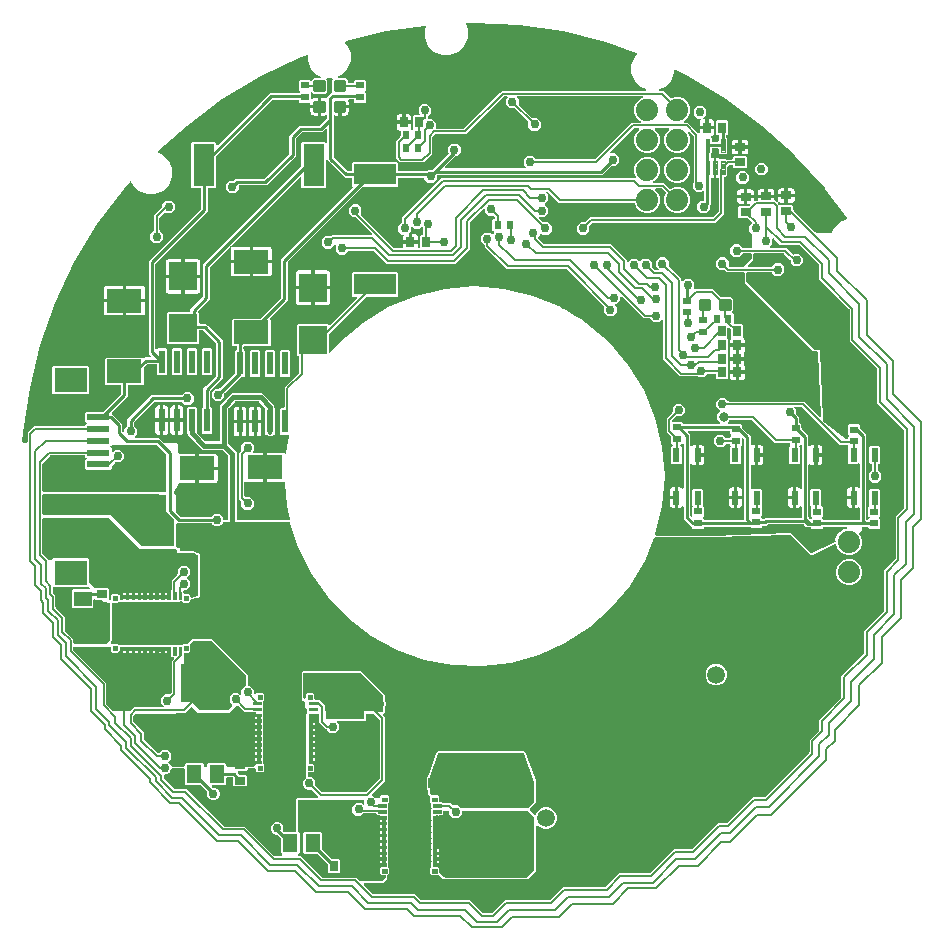
<source format=gbr>
G04 EAGLE Gerber X2 export*
%TF.Part,Single*%
%TF.FileFunction,Copper,L1,Top,Mixed*%
%TF.FilePolarity,Positive*%
%TF.GenerationSoftware,Autodesk,EAGLE,8.6.0*%
%TF.CreationDate,2018-04-19T18:27:55Z*%
G75*
%MOMM*%
%FSLAX34Y34*%
%LPD*%
%AMOC8*
5,1,8,0,0,1.08239X$1,22.5*%
G01*
%ADD10R,0.558800X1.981200*%
%ADD11R,3.000000X2.000000*%
%ADD12R,0.700000X0.900000*%
%ADD13R,0.900000X0.700000*%
%ADD14R,2.400000X2.400000*%
%ADD15C,0.300000*%
%ADD16R,0.600000X1.200000*%
%ADD17R,0.700000X0.600000*%
%ADD18R,3.200000X1.800000*%
%ADD19R,0.600000X0.700000*%
%ADD20R,1.300000X1.500000*%
%ADD21R,1.500000X1.300000*%
%ADD22R,1.800000X3.200000*%
%ADD23R,3.600000X1.800000*%
%ADD24R,1.800000X3.600000*%
%ADD25R,0.375219X3.900500*%
%ADD26R,0.323450X3.906519*%
%ADD27C,0.165000*%
%ADD28C,0.037500*%
%ADD29C,0.056250*%
%ADD30R,3.900500X0.375219*%
%ADD31R,3.906519X0.323450*%
%ADD32C,1.508000*%
%ADD33R,1.900000X0.600000*%
%ADD34R,2.800000X2.100000*%
%ADD35C,0.100000*%
%ADD36C,1.879600*%
%ADD37C,0.152400*%
%ADD38C,0.304800*%
%ADD39C,0.756400*%
%ADD40C,0.406400*%
%ADD41C,0.254000*%
%ADD42C,0.806400*%

G36*
X329490Y-150276D02*
X329490Y-150276D01*
X329543Y-150202D01*
X329603Y-150132D01*
X329615Y-150102D01*
X329634Y-150076D01*
X329661Y-149989D01*
X329695Y-149904D01*
X329699Y-149863D01*
X329706Y-149841D01*
X329705Y-149809D01*
X329713Y-149737D01*
X329713Y-131053D01*
X331276Y-129490D01*
X346490Y-114276D01*
X346543Y-114202D01*
X346603Y-114132D01*
X346615Y-114102D01*
X346634Y-114076D01*
X346661Y-113989D01*
X346695Y-113904D01*
X346699Y-113863D01*
X346706Y-113841D01*
X346705Y-113809D01*
X346713Y-113738D01*
X346713Y-80053D01*
X356490Y-70276D01*
X356543Y-70202D01*
X356603Y-70132D01*
X356615Y-70102D01*
X356634Y-70076D01*
X356661Y-69989D01*
X356695Y-69904D01*
X356699Y-69863D01*
X356706Y-69841D01*
X356705Y-69809D01*
X356713Y-69737D01*
X356713Y-34053D01*
X358276Y-32490D01*
X363490Y-27276D01*
X363543Y-27202D01*
X363603Y-27132D01*
X363615Y-27102D01*
X363634Y-27076D01*
X363661Y-26989D01*
X363695Y-26904D01*
X363699Y-26863D01*
X363706Y-26841D01*
X363705Y-26809D01*
X363713Y-26737D01*
X363713Y38737D01*
X363699Y38828D01*
X363691Y38918D01*
X363679Y38948D01*
X363674Y38980D01*
X363631Y39061D01*
X363595Y39145D01*
X363569Y39177D01*
X363558Y39198D01*
X363535Y39220D01*
X363490Y39276D01*
X340713Y62053D01*
X340713Y90737D01*
X340699Y90828D01*
X340691Y90918D01*
X340679Y90948D01*
X340674Y90980D01*
X340631Y91061D01*
X340595Y91145D01*
X340569Y91177D01*
X340558Y91198D01*
X340535Y91220D01*
X340490Y91276D01*
X317713Y114053D01*
X317713Y140737D01*
X317699Y140828D01*
X317691Y140918D01*
X317679Y140948D01*
X317674Y140980D01*
X317631Y141061D01*
X317595Y141145D01*
X317569Y141177D01*
X317558Y141198D01*
X317535Y141220D01*
X317490Y141276D01*
X291713Y167053D01*
X291713Y178737D01*
X291699Y178828D01*
X291691Y178918D01*
X291679Y178948D01*
X291674Y178980D01*
X291631Y179061D01*
X291595Y179145D01*
X291569Y179177D01*
X291558Y179198D01*
X291535Y179220D01*
X291490Y179276D01*
X275276Y195490D01*
X275202Y195543D01*
X275132Y195603D01*
X275102Y195615D01*
X275076Y195634D01*
X274989Y195661D01*
X274904Y195695D01*
X274863Y195699D01*
X274841Y195706D01*
X274809Y195705D01*
X274737Y195713D01*
X259053Y195713D01*
X253606Y201160D01*
X253548Y201202D01*
X253496Y201251D01*
X253449Y201273D01*
X253407Y201303D01*
X253338Y201324D01*
X253273Y201355D01*
X253221Y201360D01*
X253171Y201376D01*
X253100Y201374D01*
X253029Y201382D01*
X252978Y201371D01*
X252926Y201369D01*
X252858Y201345D01*
X252788Y201330D01*
X252743Y201303D01*
X252695Y201285D01*
X252639Y201240D01*
X252577Y201203D01*
X252543Y201164D01*
X252503Y201131D01*
X252464Y201071D01*
X252417Y201016D01*
X252398Y200968D01*
X252370Y200924D01*
X252352Y200855D01*
X252325Y200788D01*
X252317Y200717D01*
X252309Y200686D01*
X252311Y200662D01*
X252307Y200622D01*
X252307Y196802D01*
X250091Y194586D01*
X250049Y194528D01*
X250000Y194476D01*
X249978Y194429D01*
X249948Y194387D01*
X249926Y194318D01*
X249896Y194253D01*
X249891Y194201D01*
X249875Y194151D01*
X249877Y194080D01*
X249869Y194009D01*
X249880Y193958D01*
X249882Y193906D01*
X249906Y193838D01*
X249921Y193768D01*
X249948Y193723D01*
X249966Y193675D01*
X250011Y193619D01*
X250048Y193557D01*
X250087Y193523D01*
X250120Y193483D01*
X250180Y193444D01*
X250235Y193397D01*
X250283Y193378D01*
X250327Y193350D01*
X250396Y193332D01*
X250463Y193305D01*
X250534Y193297D01*
X250565Y193289D01*
X250588Y193291D01*
X250629Y193287D01*
X263947Y193287D01*
X269326Y187908D01*
X269342Y187896D01*
X269355Y187880D01*
X269442Y187824D01*
X269526Y187764D01*
X269545Y187758D01*
X269562Y187747D01*
X269662Y187722D01*
X269761Y187692D01*
X269781Y187692D01*
X269800Y187687D01*
X269903Y187695D01*
X270007Y187698D01*
X270026Y187705D01*
X270046Y187707D01*
X270141Y187747D01*
X270238Y187783D01*
X270254Y187795D01*
X270272Y187803D01*
X270403Y187908D01*
X270802Y188307D01*
X275198Y188307D01*
X278307Y185198D01*
X278307Y180802D01*
X275198Y177693D01*
X270802Y177693D01*
X267693Y180802D01*
X267693Y182757D01*
X267691Y182771D01*
X267692Y182782D01*
X267680Y182838D01*
X267679Y182848D01*
X267671Y182938D01*
X267659Y182968D01*
X267654Y183000D01*
X267611Y183081D01*
X267575Y183165D01*
X267549Y183197D01*
X267538Y183218D01*
X267515Y183240D01*
X267470Y183296D01*
X262276Y188490D01*
X262202Y188543D01*
X262132Y188603D01*
X262102Y188615D01*
X262076Y188634D01*
X261989Y188661D01*
X261904Y188695D01*
X261863Y188699D01*
X261841Y188706D01*
X261809Y188705D01*
X261737Y188713D01*
X237000Y188713D01*
X236980Y188710D01*
X236961Y188712D01*
X236859Y188690D01*
X236757Y188674D01*
X236740Y188664D01*
X236720Y188660D01*
X236631Y188607D01*
X236540Y188558D01*
X236526Y188544D01*
X236509Y188534D01*
X236442Y188455D01*
X236371Y188380D01*
X236362Y188362D01*
X236349Y188347D01*
X236310Y188251D01*
X236267Y188157D01*
X236265Y188137D01*
X236257Y188119D01*
X236239Y187952D01*
X236239Y183315D01*
X231510Y178586D01*
X231468Y178528D01*
X231418Y178476D01*
X231396Y178429D01*
X231366Y178387D01*
X231345Y178318D01*
X231315Y178253D01*
X231309Y178201D01*
X231294Y178151D01*
X231296Y178080D01*
X231288Y178009D01*
X231299Y177958D01*
X231300Y177906D01*
X231325Y177838D01*
X231340Y177768D01*
X231367Y177724D01*
X231385Y177675D01*
X231429Y177619D01*
X231466Y177557D01*
X231506Y177523D01*
X231538Y177483D01*
X231599Y177444D01*
X231653Y177397D01*
X231701Y177378D01*
X231745Y177350D01*
X231815Y177332D01*
X231881Y177305D01*
X231953Y177297D01*
X231984Y177289D01*
X232007Y177291D01*
X232048Y177287D01*
X251467Y177287D01*
X251557Y177301D01*
X251648Y177309D01*
X251677Y177321D01*
X251709Y177326D01*
X251790Y177369D01*
X251874Y177405D01*
X251906Y177431D01*
X251927Y177442D01*
X251949Y177465D01*
X252005Y177510D01*
X254802Y180307D01*
X259198Y180307D01*
X262307Y177198D01*
X262307Y172802D01*
X259198Y169693D01*
X254802Y169693D01*
X252005Y172490D01*
X251931Y172543D01*
X251861Y172603D01*
X251831Y172615D01*
X251805Y172634D01*
X251718Y172661D01*
X251633Y172695D01*
X251592Y172699D01*
X251570Y172706D01*
X251538Y172705D01*
X251467Y172713D01*
X231000Y172713D01*
X230980Y172710D01*
X230961Y172712D01*
X230859Y172690D01*
X230757Y172674D01*
X230740Y172664D01*
X230720Y172660D01*
X230631Y172607D01*
X230540Y172558D01*
X230526Y172544D01*
X230509Y172534D01*
X230442Y172455D01*
X230371Y172380D01*
X230362Y172362D01*
X230349Y172347D01*
X230310Y172251D01*
X230267Y172157D01*
X230265Y172137D01*
X230257Y172119D01*
X230239Y171952D01*
X230239Y165000D01*
X230254Y164910D01*
X230261Y164819D01*
X230273Y164789D01*
X230279Y164757D01*
X230321Y164677D01*
X230357Y164593D01*
X230383Y164561D01*
X230394Y164540D01*
X230417Y164518D01*
X230462Y164462D01*
X287462Y107462D01*
X287536Y107409D01*
X287605Y107349D01*
X287635Y107337D01*
X287661Y107318D01*
X287748Y107291D01*
X287833Y107257D01*
X287874Y107253D01*
X287897Y107246D01*
X287929Y107247D01*
X288000Y107239D01*
X292275Y107239D01*
X295224Y47289D01*
X295239Y47218D01*
X295245Y47146D01*
X295265Y47099D01*
X295275Y47049D01*
X295312Y46986D01*
X295341Y46919D01*
X295384Y46865D01*
X295401Y46837D01*
X295419Y46821D01*
X295446Y46788D01*
X296925Y45309D01*
X296950Y45291D01*
X296993Y45249D01*
X314506Y31450D01*
X314547Y31427D01*
X314583Y31397D01*
X314654Y31368D01*
X314722Y31331D01*
X314768Y31323D01*
X314811Y31305D01*
X314944Y31290D01*
X314964Y31287D01*
X314969Y31288D01*
X314978Y31287D01*
X315264Y31287D01*
X315284Y31290D01*
X315303Y31288D01*
X315405Y31310D01*
X315507Y31326D01*
X315524Y31336D01*
X315544Y31340D01*
X315633Y31393D01*
X315724Y31442D01*
X315738Y31456D01*
X315755Y31466D01*
X315822Y31545D01*
X315894Y31620D01*
X315902Y31638D01*
X315915Y31653D01*
X315954Y31749D01*
X315997Y31843D01*
X315999Y31863D01*
X316007Y31881D01*
X316025Y32048D01*
X316025Y33102D01*
X316855Y33932D01*
X316867Y33948D01*
X316883Y33960D01*
X316939Y34048D01*
X316999Y34131D01*
X317005Y34150D01*
X317016Y34167D01*
X317041Y34268D01*
X317071Y34367D01*
X317071Y34386D01*
X317076Y34406D01*
X317068Y34509D01*
X317065Y34612D01*
X317058Y34631D01*
X317057Y34651D01*
X317016Y34746D01*
X316981Y34843D01*
X316968Y34859D01*
X316960Y34877D01*
X316855Y35008D01*
X316025Y35838D01*
X316025Y43102D01*
X316918Y43995D01*
X325182Y43995D01*
X326075Y43102D01*
X326075Y41193D01*
X326089Y41103D01*
X326097Y41012D01*
X326109Y40982D01*
X326114Y40950D01*
X326157Y40870D01*
X326193Y40786D01*
X326219Y40754D01*
X326230Y40733D01*
X326253Y40711D01*
X326298Y40655D01*
X331795Y35158D01*
X331795Y-36274D01*
X331798Y-36294D01*
X331796Y-36313D01*
X331818Y-36415D01*
X331834Y-36517D01*
X331844Y-36534D01*
X331848Y-36554D01*
X331901Y-36643D01*
X331950Y-36734D01*
X331964Y-36748D01*
X331974Y-36765D01*
X332053Y-36832D01*
X332128Y-36904D01*
X332146Y-36912D01*
X332161Y-36925D01*
X332257Y-36964D01*
X332351Y-37007D01*
X332371Y-37009D01*
X332389Y-37017D01*
X332556Y-37035D01*
X332864Y-37035D01*
X332884Y-37032D01*
X332903Y-37034D01*
X333005Y-37012D01*
X333107Y-36996D01*
X333124Y-36986D01*
X333144Y-36982D01*
X333233Y-36929D01*
X333324Y-36880D01*
X333338Y-36866D01*
X333355Y-36856D01*
X333422Y-36777D01*
X333494Y-36702D01*
X333502Y-36684D01*
X333515Y-36669D01*
X333554Y-36573D01*
X333597Y-36479D01*
X333599Y-36459D01*
X333607Y-36441D01*
X333625Y-36274D01*
X333625Y-36198D01*
X334455Y-35368D01*
X334467Y-35352D01*
X334483Y-35340D01*
X334539Y-35252D01*
X334599Y-35169D01*
X334605Y-35150D01*
X334616Y-35133D01*
X334641Y-35032D01*
X334671Y-34933D01*
X334671Y-34914D01*
X334676Y-34894D01*
X334668Y-34791D01*
X334665Y-34688D01*
X334658Y-34669D01*
X334657Y-34649D01*
X334616Y-34554D01*
X334581Y-34457D01*
X334568Y-34441D01*
X334560Y-34423D01*
X334455Y-34292D01*
X333625Y-33462D01*
X333625Y-26198D01*
X334295Y-25528D01*
X334307Y-25512D01*
X334323Y-25500D01*
X334379Y-25412D01*
X334439Y-25329D01*
X334445Y-25310D01*
X334456Y-25293D01*
X334481Y-25192D01*
X334511Y-25093D01*
X334511Y-25074D01*
X334516Y-25054D01*
X334508Y-24951D01*
X334505Y-24848D01*
X334498Y-24829D01*
X334497Y-24809D01*
X334475Y-24759D01*
X334475Y-11368D01*
X335368Y-10475D01*
X342632Y-10475D01*
X343525Y-11368D01*
X343525Y-24632D01*
X343355Y-24802D01*
X343343Y-24818D01*
X343327Y-24830D01*
X343271Y-24917D01*
X343211Y-25001D01*
X343205Y-25020D01*
X343194Y-25037D01*
X343169Y-25138D01*
X343139Y-25237D01*
X343139Y-25256D01*
X343134Y-25276D01*
X343142Y-25379D01*
X343145Y-25482D01*
X343152Y-25501D01*
X343153Y-25521D01*
X343194Y-25616D01*
X343229Y-25713D01*
X343242Y-25729D01*
X343250Y-25747D01*
X343355Y-25878D01*
X343675Y-26198D01*
X343675Y-33462D01*
X342845Y-34292D01*
X342833Y-34308D01*
X342817Y-34320D01*
X342761Y-34408D01*
X342701Y-34491D01*
X342695Y-34510D01*
X342684Y-34527D01*
X342659Y-34628D01*
X342629Y-34727D01*
X342629Y-34746D01*
X342624Y-34766D01*
X342632Y-34869D01*
X342635Y-34972D01*
X342642Y-34991D01*
X342643Y-35011D01*
X342684Y-35106D01*
X342719Y-35203D01*
X342732Y-35219D01*
X342740Y-35237D01*
X342845Y-35368D01*
X343675Y-36198D01*
X343675Y-43462D01*
X342782Y-44355D01*
X334518Y-44355D01*
X333625Y-43462D01*
X333625Y-43386D01*
X333622Y-43366D01*
X333624Y-43347D01*
X333602Y-43245D01*
X333586Y-43143D01*
X333576Y-43126D01*
X333572Y-43106D01*
X333519Y-43017D01*
X333470Y-42926D01*
X333456Y-42912D01*
X333446Y-42895D01*
X333367Y-42828D01*
X333292Y-42756D01*
X333274Y-42748D01*
X333259Y-42735D01*
X333163Y-42696D01*
X333069Y-42653D01*
X333049Y-42651D01*
X333031Y-42643D01*
X332864Y-42625D01*
X329000Y-42625D01*
X328980Y-42628D01*
X328961Y-42626D01*
X328859Y-42648D01*
X328757Y-42664D01*
X328740Y-42674D01*
X328720Y-42678D01*
X328631Y-42731D01*
X328540Y-42780D01*
X328526Y-42794D01*
X328509Y-42804D01*
X328442Y-42883D01*
X328371Y-42958D01*
X328362Y-42976D01*
X328349Y-42991D01*
X328310Y-43087D01*
X328267Y-43181D01*
X328265Y-43201D01*
X328257Y-43219D01*
X328239Y-43386D01*
X328239Y-46520D01*
X325907Y-47635D01*
X325886Y-47650D01*
X325862Y-47659D01*
X325786Y-47720D01*
X325705Y-47776D01*
X325690Y-47796D01*
X325670Y-47812D01*
X325617Y-47895D01*
X325559Y-47973D01*
X325551Y-47998D01*
X325537Y-48019D01*
X325513Y-48114D01*
X325483Y-48207D01*
X325483Y-48233D01*
X325477Y-48258D01*
X325485Y-48355D01*
X325486Y-48453D01*
X325494Y-48478D01*
X325496Y-48503D01*
X325534Y-48593D01*
X325567Y-48686D01*
X325583Y-48706D01*
X325593Y-48729D01*
X325697Y-48860D01*
X326530Y-49693D01*
X328193Y-53707D01*
X328193Y-58053D01*
X326530Y-62067D01*
X323457Y-65140D01*
X319443Y-66803D01*
X315097Y-66803D01*
X311083Y-65140D01*
X308010Y-62067D01*
X306308Y-57958D01*
X306308Y-57955D01*
X306305Y-57950D01*
X306289Y-57913D01*
X306273Y-57886D01*
X306255Y-57834D01*
X306219Y-57789D01*
X306192Y-57738D01*
X306164Y-57711D01*
X306160Y-57704D01*
X306142Y-57689D01*
X306104Y-57640D01*
X306056Y-57608D01*
X306014Y-57568D01*
X305973Y-57550D01*
X305970Y-57547D01*
X305956Y-57541D01*
X305954Y-57541D01*
X305899Y-57504D01*
X305843Y-57489D01*
X305791Y-57465D01*
X305743Y-57459D01*
X305741Y-57459D01*
X305733Y-57458D01*
X305725Y-57458D01*
X305661Y-57440D01*
X305604Y-57444D01*
X305547Y-57438D01*
X305497Y-57448D01*
X305495Y-57448D01*
X305486Y-57451D01*
X305482Y-57452D01*
X305416Y-57456D01*
X305339Y-57483D01*
X305306Y-57490D01*
X305289Y-57500D01*
X305258Y-57511D01*
X284996Y-67201D01*
X267898Y-50103D01*
X267804Y-50030D01*
X267715Y-49951D01*
X267679Y-49933D01*
X267646Y-49908D01*
X267538Y-49861D01*
X267432Y-49807D01*
X267392Y-49798D01*
X267354Y-49781D01*
X267237Y-49763D01*
X267122Y-49737D01*
X267061Y-49735D01*
X267040Y-49731D01*
X267020Y-49733D01*
X266961Y-49731D01*
X201980Y-51731D01*
X152996Y-51731D01*
X152960Y-51735D01*
X152925Y-51733D01*
X152803Y-51755D01*
X152680Y-51771D01*
X152647Y-51784D01*
X152612Y-51790D01*
X152499Y-51842D01*
X152384Y-51888D01*
X152356Y-51909D01*
X152323Y-51923D01*
X152227Y-52002D01*
X152127Y-52074D01*
X152104Y-52102D01*
X152077Y-52124D01*
X152003Y-52224D01*
X151924Y-52319D01*
X151909Y-52352D01*
X151888Y-52380D01*
X151818Y-52526D01*
X144210Y-71403D01*
X131620Y-92580D01*
X115946Y-111586D01*
X97553Y-127978D01*
X76874Y-141369D01*
X54393Y-151447D01*
X30638Y-157976D01*
X6164Y-160801D01*
X-18455Y-159857D01*
X-42641Y-155167D01*
X-65827Y-146839D01*
X-87470Y-135070D01*
X-107064Y-120135D01*
X-124147Y-102383D01*
X-138321Y-82233D01*
X-149253Y-60154D01*
X-155752Y-39617D01*
X-155787Y-39541D01*
X-155813Y-39461D01*
X-155854Y-39397D01*
X-155885Y-39328D01*
X-155938Y-39263D01*
X-155983Y-39192D01*
X-156038Y-39140D01*
X-156086Y-39082D01*
X-156154Y-39032D01*
X-156215Y-38974D01*
X-156281Y-38938D01*
X-156342Y-38893D01*
X-156420Y-38861D01*
X-156494Y-38820D01*
X-156567Y-38802D01*
X-156637Y-38773D01*
X-156720Y-38762D01*
X-156802Y-38741D01*
X-156943Y-38732D01*
X-156952Y-38731D01*
X-156955Y-38731D01*
X-156962Y-38731D01*
X-212125Y-38731D01*
X-212154Y-38734D01*
X-212184Y-38732D01*
X-212312Y-38754D01*
X-212440Y-38771D01*
X-212468Y-38781D01*
X-212497Y-38787D01*
X-212616Y-38840D01*
X-212736Y-38888D01*
X-212760Y-38905D01*
X-212787Y-38917D01*
X-212888Y-38998D01*
X-212993Y-39074D01*
X-213012Y-39097D01*
X-213035Y-39116D01*
X-213113Y-39219D01*
X-213196Y-39319D01*
X-213209Y-39346D01*
X-213227Y-39370D01*
X-213298Y-39514D01*
X-213501Y-40006D01*
X-214994Y-41499D01*
X-216944Y-42307D01*
X-219056Y-42307D01*
X-221006Y-41499D01*
X-222338Y-40166D01*
X-222417Y-40106D01*
X-222489Y-40038D01*
X-222542Y-40009D01*
X-222590Y-39972D01*
X-222681Y-39932D01*
X-222767Y-39884D01*
X-222826Y-39869D01*
X-222882Y-39845D01*
X-222979Y-39830D01*
X-223075Y-39805D01*
X-223175Y-39799D01*
X-223196Y-39795D01*
X-223208Y-39797D01*
X-223236Y-39795D01*
X-251444Y-39795D01*
X-251562Y-39810D01*
X-251681Y-39817D01*
X-251719Y-39830D01*
X-251760Y-39835D01*
X-251870Y-39878D01*
X-251983Y-39915D01*
X-252018Y-39937D01*
X-252055Y-39952D01*
X-252151Y-40021D01*
X-252252Y-40085D01*
X-252280Y-40115D01*
X-252313Y-40138D01*
X-252389Y-40230D01*
X-252470Y-40317D01*
X-252490Y-40352D01*
X-252515Y-40383D01*
X-252566Y-40491D01*
X-252624Y-40595D01*
X-252634Y-40635D01*
X-252651Y-40671D01*
X-252673Y-40788D01*
X-252703Y-40903D01*
X-252707Y-40963D01*
X-252711Y-40983D01*
X-252709Y-41004D01*
X-252713Y-41064D01*
X-252713Y-59218D01*
X-252700Y-59322D01*
X-252696Y-59425D01*
X-252680Y-59479D01*
X-252673Y-59534D01*
X-252635Y-59630D01*
X-252605Y-59730D01*
X-252577Y-59778D01*
X-252556Y-59829D01*
X-252495Y-59914D01*
X-252442Y-60003D01*
X-252402Y-60042D01*
X-252370Y-60087D01*
X-252289Y-60153D01*
X-252215Y-60226D01*
X-252167Y-60254D01*
X-252125Y-60290D01*
X-252031Y-60334D01*
X-251941Y-60386D01*
X-251887Y-60401D01*
X-251837Y-60425D01*
X-251735Y-60445D01*
X-251635Y-60473D01*
X-251546Y-60481D01*
X-251525Y-60485D01*
X-251510Y-60484D01*
X-251474Y-60487D01*
X-242465Y-60702D01*
X-242362Y-60691D01*
X-242258Y-60690D01*
X-242170Y-60671D01*
X-242148Y-60669D01*
X-242135Y-60664D01*
X-242101Y-60657D01*
X-241688Y-60545D01*
X-241646Y-60568D01*
X-241577Y-60597D01*
X-241513Y-60635D01*
X-241431Y-60658D01*
X-241352Y-60690D01*
X-241279Y-60701D01*
X-241207Y-60721D01*
X-241047Y-60735D01*
X-240999Y-60736D01*
X-240703Y-61046D01*
X-240623Y-61112D01*
X-240549Y-61184D01*
X-240474Y-61233D01*
X-240457Y-61247D01*
X-240444Y-61253D01*
X-240415Y-61272D01*
X-234685Y-64546D01*
X-234603Y-64580D01*
X-234524Y-64624D01*
X-234456Y-64641D01*
X-234392Y-64668D01*
X-234303Y-64681D01*
X-234216Y-64703D01*
X-234091Y-64711D01*
X-234077Y-64713D01*
X-234070Y-64712D01*
X-234056Y-64713D01*
X-234053Y-64713D01*
X-233720Y-65046D01*
X-233650Y-65100D01*
X-233586Y-65162D01*
X-233479Y-65233D01*
X-233469Y-65241D01*
X-233463Y-65244D01*
X-233452Y-65251D01*
X-233043Y-65485D01*
X-233042Y-65487D01*
X-233008Y-65570D01*
X-232983Y-65656D01*
X-232948Y-65716D01*
X-232921Y-65781D01*
X-232867Y-65853D01*
X-232822Y-65930D01*
X-232739Y-66024D01*
X-232730Y-66036D01*
X-232725Y-66040D01*
X-232715Y-66051D01*
X-232713Y-66053D01*
X-232713Y-66524D01*
X-232702Y-66611D01*
X-232701Y-66700D01*
X-232675Y-66826D01*
X-232673Y-66839D01*
X-232671Y-66845D01*
X-232669Y-66858D01*
X-232545Y-67312D01*
X-232546Y-67315D01*
X-232580Y-67397D01*
X-232624Y-67476D01*
X-232641Y-67543D01*
X-232668Y-67608D01*
X-232681Y-67697D01*
X-232703Y-67784D01*
X-232711Y-67908D01*
X-232713Y-67923D01*
X-232712Y-67930D01*
X-232713Y-67944D01*
X-232713Y-100670D01*
X-232709Y-100706D01*
X-232711Y-100744D01*
X-232692Y-100903D01*
X-232572Y-101539D01*
X-232624Y-101631D01*
X-232628Y-101650D01*
X-232637Y-101666D01*
X-232668Y-101804D01*
X-232702Y-101936D01*
X-233149Y-102383D01*
X-233172Y-102413D01*
X-233200Y-102437D01*
X-233299Y-102564D01*
X-233664Y-103097D01*
X-233766Y-103127D01*
X-233782Y-103136D01*
X-233800Y-103142D01*
X-233919Y-103217D01*
X-234037Y-103287D01*
X-234669Y-103287D01*
X-234706Y-103291D01*
X-234744Y-103289D01*
X-234903Y-103308D01*
X-239583Y-104186D01*
X-239584Y-104186D01*
X-239586Y-104186D01*
X-239732Y-104234D01*
X-239886Y-104283D01*
X-239887Y-104284D01*
X-239888Y-104284D01*
X-240020Y-104368D01*
X-240155Y-104453D01*
X-240156Y-104454D01*
X-240157Y-104455D01*
X-240268Y-104573D01*
X-240373Y-104684D01*
X-240374Y-104685D01*
X-240375Y-104686D01*
X-240451Y-104824D01*
X-240527Y-104962D01*
X-240528Y-104963D01*
X-240529Y-104965D01*
X-240567Y-105113D01*
X-240608Y-105270D01*
X-240608Y-105271D01*
X-240608Y-105273D01*
X-240618Y-105433D01*
X-240618Y-105859D01*
X-241676Y-106917D01*
X-246360Y-106917D01*
X-246988Y-106289D01*
X-247066Y-106228D01*
X-247138Y-106160D01*
X-247192Y-106131D01*
X-247239Y-106094D01*
X-247330Y-106054D01*
X-247417Y-106006D01*
X-247476Y-105991D01*
X-247531Y-105967D01*
X-247629Y-105952D01*
X-247725Y-105927D01*
X-247825Y-105921D01*
X-247845Y-105917D01*
X-247858Y-105919D01*
X-247886Y-105917D01*
X-248696Y-105917D01*
X-248733Y-105921D01*
X-248770Y-105919D01*
X-248930Y-105938D01*
X-249497Y-106045D01*
X-249632Y-106088D01*
X-249766Y-106127D01*
X-249782Y-106136D01*
X-249800Y-106142D01*
X-249919Y-106217D01*
X-250037Y-106287D01*
X-250670Y-106287D01*
X-250706Y-106291D01*
X-250744Y-106289D01*
X-250903Y-106308D01*
X-251539Y-106428D01*
X-251631Y-106376D01*
X-251650Y-106372D01*
X-251666Y-106363D01*
X-251804Y-106332D01*
X-251939Y-106297D01*
X-251965Y-106295D01*
X-251976Y-106293D01*
X-251996Y-106293D01*
X-252100Y-106287D01*
X-300780Y-106287D01*
X-300879Y-106299D01*
X-300978Y-106302D01*
X-301036Y-106319D01*
X-301096Y-106327D01*
X-301188Y-106363D01*
X-301283Y-106391D01*
X-301335Y-106421D01*
X-301392Y-106444D01*
X-301472Y-106502D01*
X-301557Y-106552D01*
X-301632Y-106618D01*
X-301649Y-106630D01*
X-301657Y-106640D01*
X-301678Y-106658D01*
X-301936Y-106917D01*
X-305411Y-106917D01*
X-305564Y-106936D01*
X-305715Y-106954D01*
X-305720Y-106956D01*
X-305726Y-106957D01*
X-305869Y-107013D01*
X-306011Y-107068D01*
X-306016Y-107071D01*
X-306022Y-107074D01*
X-306146Y-107163D01*
X-306271Y-107252D01*
X-306274Y-107257D01*
X-306279Y-107260D01*
X-306377Y-107379D01*
X-306476Y-107495D01*
X-306478Y-107501D01*
X-306482Y-107505D01*
X-306547Y-107643D01*
X-306614Y-107782D01*
X-306616Y-107790D01*
X-306618Y-107793D01*
X-306620Y-107803D01*
X-306655Y-107937D01*
X-306689Y-108103D01*
X-306692Y-108148D01*
X-306703Y-108191D01*
X-306713Y-108352D01*
X-306713Y-138947D01*
X-307467Y-139701D01*
X-307551Y-139810D01*
X-307640Y-139917D01*
X-307649Y-139936D01*
X-307662Y-139952D01*
X-307717Y-140079D01*
X-307776Y-140205D01*
X-307780Y-140225D01*
X-307788Y-140244D01*
X-307810Y-140382D01*
X-307836Y-140518D01*
X-307835Y-140538D01*
X-307838Y-140558D01*
X-307825Y-140697D01*
X-307816Y-140835D01*
X-307810Y-140854D01*
X-307808Y-140874D01*
X-307761Y-141006D01*
X-307718Y-141137D01*
X-307707Y-141155D01*
X-307700Y-141174D01*
X-307622Y-141289D01*
X-307548Y-141406D01*
X-307533Y-141420D01*
X-307522Y-141437D01*
X-307418Y-141529D01*
X-307316Y-141624D01*
X-307298Y-141634D01*
X-307283Y-141647D01*
X-307160Y-141710D01*
X-307038Y-141778D01*
X-307018Y-141783D01*
X-307000Y-141792D01*
X-306864Y-141822D01*
X-306730Y-141857D01*
X-306702Y-141859D01*
X-306690Y-141862D01*
X-306669Y-141861D01*
X-306569Y-141867D01*
X-301936Y-141867D01*
X-301462Y-142342D01*
X-301384Y-142402D01*
X-301312Y-142470D01*
X-301259Y-142499D01*
X-301211Y-142536D01*
X-301120Y-142576D01*
X-301033Y-142624D01*
X-300974Y-142639D01*
X-300919Y-142663D01*
X-300821Y-142678D01*
X-300725Y-142703D01*
X-300625Y-142709D01*
X-300605Y-142713D01*
X-300592Y-142711D01*
X-300564Y-142713D01*
X-247732Y-142713D01*
X-247633Y-142701D01*
X-247534Y-142698D01*
X-247476Y-142681D01*
X-247416Y-142673D01*
X-247324Y-142637D01*
X-247229Y-142609D01*
X-247177Y-142579D01*
X-247120Y-142556D01*
X-247040Y-142498D01*
X-246955Y-142448D01*
X-246880Y-142382D01*
X-246863Y-142370D01*
X-246855Y-142360D01*
X-246834Y-142342D01*
X-246360Y-141867D01*
X-243627Y-141867D01*
X-243529Y-141855D01*
X-243430Y-141852D01*
X-243372Y-141835D01*
X-243311Y-141827D01*
X-243219Y-141791D01*
X-243124Y-141763D01*
X-243072Y-141733D01*
X-243016Y-141710D01*
X-242936Y-141652D01*
X-242850Y-141602D01*
X-242775Y-141536D01*
X-242758Y-141524D01*
X-242751Y-141514D01*
X-242729Y-141496D01*
X-238947Y-137713D01*
X-222053Y-137713D01*
X-191713Y-168053D01*
X-191713Y-176527D01*
X-191710Y-176556D01*
X-191712Y-176585D01*
X-191690Y-176713D01*
X-191673Y-176842D01*
X-191663Y-176870D01*
X-191658Y-176899D01*
X-191604Y-177017D01*
X-191556Y-177138D01*
X-191539Y-177162D01*
X-191527Y-177189D01*
X-191446Y-177290D01*
X-191370Y-177395D01*
X-191347Y-177414D01*
X-191328Y-177437D01*
X-191225Y-177515D01*
X-191125Y-177598D01*
X-191098Y-177611D01*
X-191074Y-177628D01*
X-190930Y-177699D01*
X-188994Y-178501D01*
X-187501Y-179994D01*
X-186693Y-181944D01*
X-186693Y-182886D01*
X-186676Y-183024D01*
X-186663Y-183163D01*
X-186656Y-183182D01*
X-186653Y-183202D01*
X-186602Y-183332D01*
X-186555Y-183462D01*
X-186544Y-183479D01*
X-186536Y-183498D01*
X-186455Y-183610D01*
X-186377Y-183725D01*
X-186361Y-183739D01*
X-186350Y-183755D01*
X-186242Y-183844D01*
X-186138Y-183936D01*
X-186120Y-183945D01*
X-186105Y-183958D01*
X-185979Y-184017D01*
X-185855Y-184080D01*
X-185835Y-184085D01*
X-185817Y-184093D01*
X-185680Y-184119D01*
X-185545Y-184150D01*
X-185524Y-184149D01*
X-185505Y-184153D01*
X-185366Y-184145D01*
X-185227Y-184140D01*
X-185207Y-184135D01*
X-185187Y-184133D01*
X-185055Y-184091D01*
X-184921Y-184052D01*
X-184904Y-184042D01*
X-184885Y-184035D01*
X-184767Y-183961D01*
X-184647Y-183890D01*
X-184626Y-183872D01*
X-184616Y-183865D01*
X-184602Y-183850D01*
X-184527Y-183784D01*
X-184137Y-183394D01*
X-178903Y-183394D01*
X-177845Y-184452D01*
X-177845Y-189136D01*
X-178474Y-189764D01*
X-178534Y-189842D01*
X-178602Y-189914D01*
X-178631Y-189967D01*
X-178668Y-190015D01*
X-178708Y-190106D01*
X-178756Y-190193D01*
X-178771Y-190252D01*
X-178795Y-190307D01*
X-178810Y-190405D01*
X-178835Y-190501D01*
X-178841Y-190601D01*
X-178845Y-190621D01*
X-178843Y-190634D01*
X-178845Y-190662D01*
X-178845Y-191395D01*
X-178833Y-191493D01*
X-178830Y-191592D01*
X-178813Y-191650D01*
X-178805Y-191711D01*
X-178769Y-191803D01*
X-178741Y-191898D01*
X-178713Y-191946D01*
X-178713Y-240060D01*
X-178756Y-240136D01*
X-178771Y-240195D01*
X-178795Y-240251D01*
X-178810Y-240349D01*
X-178835Y-240444D01*
X-178841Y-240544D01*
X-178845Y-240565D01*
X-178843Y-240577D01*
X-178845Y-240605D01*
X-178845Y-243186D01*
X-178833Y-243285D01*
X-178830Y-243384D01*
X-178813Y-243442D01*
X-178805Y-243502D01*
X-178769Y-243594D01*
X-178741Y-243689D01*
X-178711Y-243741D01*
X-178688Y-243798D01*
X-178630Y-243878D01*
X-178580Y-243963D01*
X-178514Y-244038D01*
X-178502Y-244055D01*
X-178492Y-244063D01*
X-178474Y-244084D01*
X-177845Y-244712D01*
X-177845Y-249396D01*
X-178903Y-250454D01*
X-184137Y-250454D01*
X-185195Y-249396D01*
X-185195Y-248556D01*
X-185210Y-248438D01*
X-185217Y-248319D01*
X-185230Y-248281D01*
X-185235Y-248240D01*
X-185278Y-248130D01*
X-185315Y-248017D01*
X-185337Y-247982D01*
X-185352Y-247945D01*
X-185421Y-247849D01*
X-185485Y-247748D01*
X-185515Y-247720D01*
X-185538Y-247687D01*
X-185630Y-247611D01*
X-185717Y-247530D01*
X-185752Y-247510D01*
X-185783Y-247485D01*
X-185891Y-247434D01*
X-185995Y-247376D01*
X-186035Y-247366D01*
X-186071Y-247349D01*
X-186188Y-247327D01*
X-186303Y-247297D01*
X-186363Y-247293D01*
X-186383Y-247289D01*
X-186404Y-247291D01*
X-186464Y-247287D01*
X-190906Y-247287D01*
X-191024Y-247302D01*
X-191143Y-247309D01*
X-191181Y-247322D01*
X-191222Y-247327D01*
X-191332Y-247370D01*
X-191445Y-247407D01*
X-191480Y-247429D01*
X-191517Y-247444D01*
X-191613Y-247513D01*
X-191714Y-247577D01*
X-191742Y-247607D01*
X-191775Y-247630D01*
X-191851Y-247722D01*
X-191932Y-247809D01*
X-191952Y-247844D01*
X-191977Y-247875D01*
X-192028Y-247983D01*
X-192086Y-248087D01*
X-192096Y-248127D01*
X-192113Y-248163D01*
X-192135Y-248280D01*
X-192165Y-248395D01*
X-192169Y-248455D01*
X-192173Y-248475D01*
X-192171Y-248496D01*
X-192175Y-248556D01*
X-192175Y-248732D01*
X-193068Y-249625D01*
X-199159Y-249625D01*
X-199297Y-249642D01*
X-199435Y-249655D01*
X-199454Y-249662D01*
X-199474Y-249665D01*
X-199604Y-249716D01*
X-199734Y-249763D01*
X-199751Y-249774D01*
X-199770Y-249782D01*
X-199882Y-249863D01*
X-199998Y-249941D01*
X-200011Y-249957D01*
X-200027Y-249968D01*
X-200116Y-250075D01*
X-200208Y-250180D01*
X-200217Y-250198D01*
X-200230Y-250213D01*
X-200289Y-250339D01*
X-200353Y-250463D01*
X-200357Y-250483D01*
X-200366Y-250501D01*
X-200392Y-250637D01*
X-200422Y-250773D01*
X-200422Y-250794D01*
X-200425Y-250813D01*
X-200417Y-250952D01*
X-200413Y-251091D01*
X-200407Y-251111D01*
X-200406Y-251131D01*
X-200363Y-251263D01*
X-200324Y-251397D01*
X-200314Y-251414D01*
X-200308Y-251433D01*
X-200233Y-251551D01*
X-200163Y-251671D01*
X-200144Y-251692D01*
X-200137Y-251702D01*
X-200123Y-251716D01*
X-200056Y-251792D01*
X-199644Y-252204D01*
X-199566Y-252264D01*
X-199494Y-252332D01*
X-199441Y-252361D01*
X-199393Y-252398D01*
X-199302Y-252438D01*
X-199215Y-252486D01*
X-199157Y-252501D01*
X-199101Y-252525D01*
X-199003Y-252540D01*
X-198907Y-252565D01*
X-198807Y-252571D01*
X-198787Y-252575D01*
X-198775Y-252573D01*
X-198747Y-252575D01*
X-193068Y-252575D01*
X-192175Y-253468D01*
X-192175Y-261732D01*
X-193068Y-262625D01*
X-203332Y-262625D01*
X-204225Y-261732D01*
X-204225Y-256110D01*
X-204240Y-255992D01*
X-204247Y-255873D01*
X-204260Y-255835D01*
X-204265Y-255794D01*
X-204308Y-255684D01*
X-204345Y-255571D01*
X-204367Y-255536D01*
X-204382Y-255499D01*
X-204451Y-255403D01*
X-204515Y-255302D01*
X-204545Y-255274D01*
X-204568Y-255241D01*
X-204660Y-255165D01*
X-204747Y-255084D01*
X-204782Y-255064D01*
X-204813Y-255039D01*
X-204921Y-254988D01*
X-205025Y-254930D01*
X-205065Y-254920D01*
X-205101Y-254903D01*
X-205218Y-254881D01*
X-205333Y-254851D01*
X-205393Y-254847D01*
X-205413Y-254843D01*
X-205434Y-254845D01*
X-205494Y-254841D01*
X-209016Y-254841D01*
X-209134Y-254856D01*
X-209253Y-254863D01*
X-209291Y-254876D01*
X-209332Y-254881D01*
X-209442Y-254924D01*
X-209555Y-254961D01*
X-209590Y-254983D01*
X-209627Y-254998D01*
X-209723Y-255067D01*
X-209824Y-255131D01*
X-209852Y-255161D01*
X-209885Y-255184D01*
X-209961Y-255276D01*
X-210042Y-255363D01*
X-210062Y-255398D01*
X-210087Y-255429D01*
X-210138Y-255537D01*
X-210196Y-255641D01*
X-210206Y-255681D01*
X-210223Y-255717D01*
X-210245Y-255834D01*
X-210275Y-255949D01*
X-210279Y-256009D01*
X-210283Y-256029D01*
X-210281Y-256050D01*
X-210285Y-256110D01*
X-210285Y-260178D01*
X-211178Y-261071D01*
X-221269Y-261071D01*
X-221407Y-261088D01*
X-221545Y-261101D01*
X-221564Y-261108D01*
X-221584Y-261111D01*
X-221714Y-261162D01*
X-221845Y-261209D01*
X-221861Y-261220D01*
X-221880Y-261228D01*
X-221992Y-261309D01*
X-222108Y-261388D01*
X-222121Y-261403D01*
X-222137Y-261414D01*
X-222226Y-261522D01*
X-222318Y-261626D01*
X-222327Y-261644D01*
X-222340Y-261659D01*
X-222399Y-261785D01*
X-222463Y-261909D01*
X-222467Y-261929D01*
X-222476Y-261947D01*
X-222502Y-262083D01*
X-222532Y-262220D01*
X-222532Y-262240D01*
X-222535Y-262259D01*
X-222527Y-262398D01*
X-222522Y-262537D01*
X-222517Y-262557D01*
X-222516Y-262577D01*
X-222473Y-262709D01*
X-222434Y-262843D01*
X-222424Y-262860D01*
X-222418Y-262879D01*
X-222343Y-262997D01*
X-222272Y-263117D01*
X-222254Y-263138D01*
X-222247Y-263148D01*
X-222233Y-263162D01*
X-222166Y-263238D01*
X-222082Y-263322D01*
X-222004Y-263382D01*
X-221932Y-263450D01*
X-221879Y-263479D01*
X-221831Y-263517D01*
X-221740Y-263556D01*
X-221653Y-263604D01*
X-221595Y-263619D01*
X-221539Y-263643D01*
X-221441Y-263658D01*
X-221345Y-263683D01*
X-221245Y-263689D01*
X-221225Y-263693D01*
X-221213Y-263691D01*
X-221185Y-263693D01*
X-219944Y-263693D01*
X-217994Y-264501D01*
X-216501Y-265994D01*
X-215693Y-267944D01*
X-215693Y-270056D01*
X-216501Y-272006D01*
X-217994Y-273499D01*
X-219944Y-274307D01*
X-222056Y-274307D01*
X-224006Y-273499D01*
X-225499Y-272006D01*
X-226307Y-270056D01*
X-226307Y-267885D01*
X-226305Y-267880D01*
X-226271Y-267755D01*
X-226271Y-267725D01*
X-226264Y-267696D01*
X-226268Y-267566D01*
X-226266Y-267437D01*
X-226273Y-267408D01*
X-226274Y-267378D01*
X-226310Y-267254D01*
X-226340Y-267127D01*
X-226354Y-267101D01*
X-226362Y-267073D01*
X-226428Y-266961D01*
X-226489Y-266846D01*
X-226509Y-266824D01*
X-226524Y-266799D01*
X-226630Y-266678D01*
X-231866Y-261442D01*
X-231944Y-261382D01*
X-232016Y-261314D01*
X-232069Y-261285D01*
X-232117Y-261248D01*
X-232208Y-261208D01*
X-232295Y-261160D01*
X-232353Y-261145D01*
X-232409Y-261121D01*
X-232507Y-261106D01*
X-232603Y-261081D01*
X-232703Y-261075D01*
X-232723Y-261071D01*
X-232735Y-261073D01*
X-232763Y-261071D01*
X-244442Y-261071D01*
X-245335Y-260178D01*
X-245335Y-248556D01*
X-245350Y-248438D01*
X-245357Y-248319D01*
X-245370Y-248281D01*
X-245375Y-248240D01*
X-245418Y-248130D01*
X-245455Y-248017D01*
X-245477Y-247982D01*
X-245492Y-247945D01*
X-245561Y-247849D01*
X-245625Y-247748D01*
X-245655Y-247720D01*
X-245678Y-247687D01*
X-245770Y-247611D01*
X-245857Y-247530D01*
X-245892Y-247510D01*
X-245923Y-247485D01*
X-246031Y-247434D01*
X-246135Y-247376D01*
X-246175Y-247366D01*
X-246211Y-247349D01*
X-246328Y-247327D01*
X-246443Y-247297D01*
X-246503Y-247293D01*
X-246523Y-247289D01*
X-246544Y-247291D01*
X-246604Y-247287D01*
X-255527Y-247287D01*
X-255556Y-247290D01*
X-255585Y-247288D01*
X-255713Y-247310D01*
X-255842Y-247327D01*
X-255870Y-247337D01*
X-255899Y-247342D01*
X-256017Y-247396D01*
X-256138Y-247444D01*
X-256162Y-247461D01*
X-256189Y-247473D01*
X-256290Y-247554D01*
X-256395Y-247630D01*
X-256414Y-247653D01*
X-256437Y-247672D01*
X-256515Y-247776D01*
X-256598Y-247875D01*
X-256611Y-247902D01*
X-256628Y-247926D01*
X-256699Y-248070D01*
X-257501Y-250006D01*
X-258994Y-251499D01*
X-260944Y-252307D01*
X-261444Y-252307D01*
X-261562Y-252322D01*
X-261681Y-252329D01*
X-261719Y-252342D01*
X-261760Y-252347D01*
X-261870Y-252390D01*
X-261983Y-252427D01*
X-262018Y-252449D01*
X-262055Y-252464D01*
X-262151Y-252533D01*
X-262252Y-252597D01*
X-262280Y-252627D01*
X-262313Y-252650D01*
X-262389Y-252742D01*
X-262470Y-252829D01*
X-262490Y-252864D01*
X-262515Y-252895D01*
X-262566Y-253003D01*
X-262624Y-253107D01*
X-262634Y-253147D01*
X-262651Y-253183D01*
X-262673Y-253300D01*
X-262703Y-253415D01*
X-262707Y-253475D01*
X-262711Y-253495D01*
X-262709Y-253516D01*
X-262713Y-253576D01*
X-262713Y-255527D01*
X-262701Y-255625D01*
X-262698Y-255724D01*
X-262681Y-255782D01*
X-262673Y-255843D01*
X-262637Y-255935D01*
X-262609Y-256030D01*
X-262579Y-256082D01*
X-262556Y-256138D01*
X-262498Y-256218D01*
X-262448Y-256304D01*
X-262382Y-256379D01*
X-262370Y-256396D01*
X-262360Y-256403D01*
X-262342Y-256425D01*
X-254425Y-264342D01*
X-254346Y-264402D01*
X-254274Y-264470D01*
X-254221Y-264499D01*
X-254173Y-264536D01*
X-254082Y-264576D01*
X-253996Y-264624D01*
X-253937Y-264639D01*
X-253881Y-264663D01*
X-253783Y-264678D01*
X-253688Y-264703D01*
X-253588Y-264709D01*
X-253567Y-264713D01*
X-253555Y-264711D01*
X-253527Y-264713D01*
X-244053Y-264713D01*
X-212425Y-296342D01*
X-212346Y-296402D01*
X-212274Y-296470D01*
X-212221Y-296499D01*
X-212173Y-296536D01*
X-212082Y-296576D01*
X-211996Y-296624D01*
X-211937Y-296639D01*
X-211881Y-296663D01*
X-211783Y-296678D01*
X-211688Y-296703D01*
X-211588Y-296709D01*
X-211567Y-296713D01*
X-211555Y-296711D01*
X-211527Y-296713D01*
X-194053Y-296713D01*
X-169425Y-321342D01*
X-169346Y-321402D01*
X-169274Y-321470D01*
X-169221Y-321499D01*
X-169173Y-321536D01*
X-169082Y-321576D01*
X-168996Y-321624D01*
X-168937Y-321639D01*
X-168881Y-321663D01*
X-168783Y-321678D01*
X-168688Y-321703D01*
X-168588Y-321709D01*
X-168567Y-321713D01*
X-168555Y-321711D01*
X-168527Y-321713D01*
X-163877Y-321713D01*
X-163739Y-321696D01*
X-163601Y-321683D01*
X-163582Y-321676D01*
X-163562Y-321673D01*
X-163433Y-321622D01*
X-163302Y-321575D01*
X-163285Y-321564D01*
X-163266Y-321556D01*
X-163154Y-321475D01*
X-163038Y-321397D01*
X-163025Y-321381D01*
X-163009Y-321370D01*
X-162920Y-321262D01*
X-162828Y-321158D01*
X-162819Y-321140D01*
X-162806Y-321125D01*
X-162747Y-320999D01*
X-162683Y-320875D01*
X-162679Y-320855D01*
X-162670Y-320837D01*
X-162644Y-320700D01*
X-162614Y-320565D01*
X-162614Y-320544D01*
X-162611Y-320525D01*
X-162619Y-320386D01*
X-162623Y-320247D01*
X-162629Y-320227D01*
X-162630Y-320207D01*
X-162673Y-320075D01*
X-162712Y-319941D01*
X-162722Y-319924D01*
X-162728Y-319905D01*
X-162803Y-319787D01*
X-162873Y-319667D01*
X-162892Y-319646D01*
X-162899Y-319636D01*
X-162914Y-319622D01*
X-162980Y-319547D01*
X-164017Y-318510D01*
X-164017Y-306831D01*
X-164029Y-306733D01*
X-164032Y-306634D01*
X-164049Y-306576D01*
X-164057Y-306516D01*
X-164093Y-306424D01*
X-164121Y-306329D01*
X-164151Y-306276D01*
X-164174Y-306220D01*
X-164232Y-306140D01*
X-164282Y-306055D01*
X-164348Y-305979D01*
X-164360Y-305963D01*
X-164370Y-305955D01*
X-164388Y-305934D01*
X-166644Y-303678D01*
X-166722Y-303618D01*
X-166794Y-303550D01*
X-166847Y-303521D01*
X-166895Y-303484D01*
X-166986Y-303444D01*
X-167073Y-303396D01*
X-167131Y-303381D01*
X-167187Y-303357D01*
X-167285Y-303342D01*
X-167381Y-303317D01*
X-167481Y-303311D01*
X-167501Y-303307D01*
X-167513Y-303309D01*
X-167541Y-303307D01*
X-168056Y-303307D01*
X-170006Y-302499D01*
X-171499Y-301006D01*
X-172307Y-299056D01*
X-172307Y-296944D01*
X-171499Y-294994D01*
X-170006Y-293501D01*
X-168056Y-292693D01*
X-165944Y-292693D01*
X-163994Y-293501D01*
X-162501Y-294994D01*
X-161693Y-296944D01*
X-161693Y-299056D01*
X-161858Y-299452D01*
X-161865Y-299481D01*
X-161879Y-299507D01*
X-161907Y-299634D01*
X-161941Y-299759D01*
X-161942Y-299788D01*
X-161948Y-299817D01*
X-161944Y-299947D01*
X-161947Y-300077D01*
X-161940Y-300106D01*
X-161939Y-300135D01*
X-161903Y-300260D01*
X-161872Y-300386D01*
X-161859Y-300412D01*
X-161850Y-300441D01*
X-161784Y-300553D01*
X-161724Y-300667D01*
X-161704Y-300689D01*
X-161689Y-300715D01*
X-161582Y-300835D01*
X-161436Y-300982D01*
X-161358Y-301042D01*
X-161286Y-301110D01*
X-161233Y-301139D01*
X-161185Y-301177D01*
X-161094Y-301216D01*
X-161007Y-301264D01*
X-160949Y-301279D01*
X-160893Y-301303D01*
X-160795Y-301318D01*
X-160699Y-301343D01*
X-160599Y-301349D01*
X-160579Y-301353D01*
X-160567Y-301351D01*
X-160539Y-301353D01*
X-152556Y-301353D01*
X-152438Y-301338D01*
X-152319Y-301331D01*
X-152281Y-301318D01*
X-152240Y-301313D01*
X-152130Y-301270D01*
X-152017Y-301233D01*
X-151982Y-301211D01*
X-151945Y-301196D01*
X-151849Y-301127D01*
X-151748Y-301063D01*
X-151720Y-301033D01*
X-151687Y-301010D01*
X-151611Y-300918D01*
X-151530Y-300831D01*
X-151510Y-300796D01*
X-151485Y-300765D01*
X-151434Y-300657D01*
X-151376Y-300553D01*
X-151366Y-300513D01*
X-151349Y-300477D01*
X-151327Y-300360D01*
X-151297Y-300245D01*
X-151293Y-300185D01*
X-151289Y-300165D01*
X-151291Y-300144D01*
X-151287Y-300084D01*
X-151287Y-274053D01*
X-149947Y-272713D01*
X-133585Y-272713D01*
X-133447Y-272696D01*
X-133309Y-272683D01*
X-133289Y-272676D01*
X-133269Y-272673D01*
X-133140Y-272622D01*
X-133009Y-272575D01*
X-132992Y-272564D01*
X-132974Y-272556D01*
X-132861Y-272475D01*
X-132746Y-272397D01*
X-132733Y-272381D01*
X-132716Y-272370D01*
X-132627Y-272262D01*
X-132536Y-272158D01*
X-132526Y-272140D01*
X-132514Y-272125D01*
X-132454Y-271999D01*
X-132391Y-271875D01*
X-132387Y-271855D01*
X-132378Y-271837D01*
X-132352Y-271701D01*
X-132321Y-271565D01*
X-132322Y-271544D01*
X-132318Y-271525D01*
X-132327Y-271386D01*
X-132331Y-271247D01*
X-132337Y-271227D01*
X-132338Y-271207D01*
X-132381Y-271075D01*
X-132419Y-270941D01*
X-132430Y-270924D01*
X-132436Y-270905D01*
X-132510Y-270787D01*
X-132581Y-270667D01*
X-132600Y-270646D01*
X-132606Y-270636D01*
X-132621Y-270622D01*
X-132687Y-270547D01*
X-137625Y-265608D01*
X-137649Y-265590D01*
X-137668Y-265568D01*
X-137774Y-265493D01*
X-137877Y-265414D01*
X-137904Y-265402D01*
X-137928Y-265385D01*
X-138049Y-265339D01*
X-138169Y-265287D01*
X-138198Y-265283D01*
X-138226Y-265272D01*
X-138354Y-265258D01*
X-138483Y-265237D01*
X-138512Y-265240D01*
X-138542Y-265237D01*
X-138670Y-265255D01*
X-138799Y-265267D01*
X-138827Y-265277D01*
X-138856Y-265281D01*
X-138931Y-265307D01*
X-141056Y-265307D01*
X-143006Y-264499D01*
X-144499Y-263006D01*
X-145307Y-261056D01*
X-145307Y-258944D01*
X-144499Y-256994D01*
X-142996Y-255491D01*
X-142907Y-255434D01*
X-142794Y-255370D01*
X-142773Y-255350D01*
X-142748Y-255334D01*
X-142659Y-255239D01*
X-142566Y-255149D01*
X-142550Y-255124D01*
X-142530Y-255102D01*
X-142467Y-254989D01*
X-142399Y-254878D01*
X-142391Y-254850D01*
X-142376Y-254824D01*
X-142344Y-254698D01*
X-142306Y-254574D01*
X-142304Y-254544D01*
X-142297Y-254516D01*
X-142287Y-254355D01*
X-142287Y-250530D01*
X-142299Y-250431D01*
X-142302Y-250332D01*
X-142319Y-250274D01*
X-142327Y-250214D01*
X-142363Y-250122D01*
X-142391Y-250027D01*
X-142421Y-249975D01*
X-142444Y-249918D01*
X-142502Y-249838D01*
X-142552Y-249753D01*
X-142618Y-249678D01*
X-142630Y-249661D01*
X-142640Y-249653D01*
X-142658Y-249632D01*
X-142895Y-249396D01*
X-142895Y-244712D01*
X-142658Y-244476D01*
X-142598Y-244398D01*
X-142530Y-244326D01*
X-142501Y-244273D01*
X-142464Y-244225D01*
X-142424Y-244134D01*
X-142376Y-244047D01*
X-142361Y-243988D01*
X-142337Y-243933D01*
X-142322Y-243835D01*
X-142297Y-243739D01*
X-142291Y-243639D01*
X-142287Y-243619D01*
X-142289Y-243606D01*
X-142287Y-243578D01*
X-142287Y-201053D01*
X-142266Y-201033D01*
X-142206Y-200954D01*
X-142138Y-200882D01*
X-142109Y-200829D01*
X-142072Y-200781D01*
X-142032Y-200690D01*
X-141984Y-200604D01*
X-141969Y-200545D01*
X-141945Y-200489D01*
X-141930Y-200391D01*
X-141905Y-200296D01*
X-141899Y-200196D01*
X-141895Y-200175D01*
X-141897Y-200163D01*
X-141895Y-200135D01*
X-141895Y-200104D01*
X-141894Y-200102D01*
X-141869Y-200070D01*
X-141822Y-199961D01*
X-141768Y-199855D01*
X-141759Y-199816D01*
X-141743Y-199778D01*
X-141724Y-199661D01*
X-141698Y-199545D01*
X-141699Y-199504D01*
X-141693Y-199464D01*
X-141704Y-199346D01*
X-141708Y-199227D01*
X-141719Y-199188D01*
X-141723Y-199148D01*
X-141763Y-199036D01*
X-141796Y-198921D01*
X-141817Y-198886D01*
X-141830Y-198848D01*
X-141895Y-198753D01*
X-141895Y-197865D01*
X-141907Y-197767D01*
X-141910Y-197668D01*
X-141927Y-197610D01*
X-141935Y-197549D01*
X-141971Y-197457D01*
X-141999Y-197362D01*
X-142029Y-197310D01*
X-142052Y-197254D01*
X-142110Y-197174D01*
X-142160Y-197088D01*
X-142226Y-197013D01*
X-142238Y-196996D01*
X-142248Y-196989D01*
X-142266Y-196967D01*
X-146287Y-192947D01*
X-146287Y-166053D01*
X-144947Y-164713D01*
X-96053Y-164713D01*
X-75713Y-185053D01*
X-75713Y-189256D01*
X-75701Y-189354D01*
X-75698Y-189453D01*
X-75681Y-189512D01*
X-75673Y-189572D01*
X-75637Y-189664D01*
X-75609Y-189759D01*
X-75579Y-189811D01*
X-75556Y-189867D01*
X-75550Y-189876D01*
X-74693Y-191944D01*
X-74693Y-194056D01*
X-75580Y-196196D01*
X-75624Y-196275D01*
X-75639Y-196334D01*
X-75663Y-196390D01*
X-75678Y-196487D01*
X-75703Y-196583D01*
X-75709Y-196683D01*
X-75713Y-196704D01*
X-75711Y-196716D01*
X-75713Y-196744D01*
X-75713Y-197713D01*
X-75708Y-197754D01*
X-75711Y-197795D01*
X-75688Y-197911D01*
X-75673Y-198028D01*
X-75658Y-198067D01*
X-75650Y-198108D01*
X-75627Y-198156D01*
X-75708Y-199046D01*
X-75707Y-199068D01*
X-75713Y-199161D01*
X-75713Y-200047D01*
X-75726Y-200081D01*
X-76412Y-200653D01*
X-76426Y-200669D01*
X-76497Y-200731D01*
X-76869Y-201103D01*
X-76942Y-201197D01*
X-77020Y-201286D01*
X-77039Y-201322D01*
X-77064Y-201354D01*
X-77111Y-201463D01*
X-77165Y-201569D01*
X-77174Y-201608D01*
X-77190Y-201646D01*
X-77209Y-201763D01*
X-77235Y-201879D01*
X-77233Y-201920D01*
X-77240Y-201960D01*
X-77229Y-202078D01*
X-77225Y-202197D01*
X-77214Y-202236D01*
X-77210Y-202276D01*
X-77170Y-202388D01*
X-77137Y-202503D01*
X-77116Y-202538D01*
X-77102Y-202576D01*
X-77035Y-202674D01*
X-76975Y-202777D01*
X-76935Y-202822D01*
X-76924Y-202839D01*
X-76908Y-202852D01*
X-76869Y-202898D01*
X-75713Y-204053D01*
X-75713Y-257947D01*
X-77425Y-259658D01*
X-86672Y-268906D01*
X-86703Y-268946D01*
X-86740Y-268979D01*
X-86800Y-269071D01*
X-86867Y-269158D01*
X-86887Y-269203D01*
X-86914Y-269245D01*
X-86950Y-269348D01*
X-86994Y-269449D01*
X-87002Y-269499D01*
X-87018Y-269546D01*
X-87026Y-269655D01*
X-87044Y-269764D01*
X-87039Y-269813D01*
X-87043Y-269863D01*
X-87024Y-269971D01*
X-87014Y-270080D01*
X-86997Y-270127D01*
X-86988Y-270176D01*
X-86943Y-270276D01*
X-86906Y-270379D01*
X-86878Y-270421D01*
X-86858Y-270466D01*
X-86789Y-270552D01*
X-86728Y-270643D01*
X-86690Y-270675D01*
X-86659Y-270714D01*
X-86572Y-270780D01*
X-86489Y-270853D01*
X-86445Y-270876D01*
X-86405Y-270906D01*
X-86261Y-270977D01*
X-84994Y-271501D01*
X-84154Y-272342D01*
X-84075Y-272402D01*
X-84003Y-272470D01*
X-83950Y-272499D01*
X-83902Y-272536D01*
X-83811Y-272576D01*
X-83725Y-272624D01*
X-83666Y-272639D01*
X-83610Y-272663D01*
X-83513Y-272678D01*
X-83417Y-272703D01*
X-83317Y-272709D01*
X-83296Y-272713D01*
X-83284Y-272711D01*
X-83256Y-272713D01*
X-81022Y-272713D01*
X-80904Y-272698D01*
X-80785Y-272691D01*
X-80747Y-272678D01*
X-80706Y-272673D01*
X-80596Y-272630D01*
X-80483Y-272593D01*
X-80448Y-272571D01*
X-80411Y-272556D01*
X-80315Y-272487D01*
X-80214Y-272423D01*
X-80186Y-272393D01*
X-80153Y-272370D01*
X-80077Y-272278D01*
X-79996Y-272191D01*
X-79976Y-272156D01*
X-79951Y-272125D01*
X-79900Y-272017D01*
X-79842Y-271913D01*
X-79832Y-271873D01*
X-79815Y-271837D01*
X-79793Y-271720D01*
X-79763Y-271605D01*
X-79759Y-271545D01*
X-79755Y-271525D01*
X-79757Y-271504D01*
X-79753Y-271444D01*
X-79753Y-271296D01*
X-78695Y-270238D01*
X-73461Y-270238D01*
X-72403Y-271296D01*
X-72403Y-275980D01*
X-73032Y-276608D01*
X-73092Y-276686D01*
X-73160Y-276758D01*
X-73189Y-276811D01*
X-73226Y-276859D01*
X-73266Y-276950D01*
X-73314Y-277037D01*
X-73329Y-277096D01*
X-73353Y-277151D01*
X-73368Y-277249D01*
X-73393Y-277345D01*
X-73399Y-277445D01*
X-73403Y-277465D01*
X-73401Y-277478D01*
X-73403Y-277506D01*
X-73403Y-280588D01*
X-73404Y-280590D01*
X-73429Y-280622D01*
X-73476Y-280731D01*
X-73530Y-280837D01*
X-73539Y-280876D01*
X-73555Y-280914D01*
X-73574Y-281031D01*
X-73600Y-281147D01*
X-73599Y-281188D01*
X-73605Y-281228D01*
X-73594Y-281346D01*
X-73590Y-281465D01*
X-73579Y-281504D01*
X-73575Y-281544D01*
X-73535Y-281656D01*
X-73502Y-281771D01*
X-73481Y-281806D01*
X-73468Y-281844D01*
X-73403Y-281939D01*
X-73403Y-285588D01*
X-73404Y-285590D01*
X-73429Y-285622D01*
X-73476Y-285731D01*
X-73530Y-285837D01*
X-73539Y-285876D01*
X-73555Y-285914D01*
X-73574Y-286031D01*
X-73600Y-286147D01*
X-73599Y-286188D01*
X-73605Y-286228D01*
X-73594Y-286346D01*
X-73590Y-286465D01*
X-73579Y-286504D01*
X-73575Y-286544D01*
X-73535Y-286656D01*
X-73502Y-286771D01*
X-73481Y-286806D01*
X-73468Y-286844D01*
X-73403Y-286939D01*
X-73403Y-330030D01*
X-73391Y-330129D01*
X-73388Y-330228D01*
X-73371Y-330286D01*
X-73363Y-330346D01*
X-73327Y-330438D01*
X-73299Y-330533D01*
X-73269Y-330585D01*
X-73246Y-330642D01*
X-73188Y-330722D01*
X-73138Y-330807D01*
X-73072Y-330882D01*
X-73060Y-330899D01*
X-73050Y-330907D01*
X-73032Y-330928D01*
X-72403Y-331556D01*
X-72403Y-336240D01*
X-73342Y-337178D01*
X-73402Y-337256D01*
X-73470Y-337328D01*
X-73499Y-337381D01*
X-73536Y-337429D01*
X-73576Y-337520D01*
X-73624Y-337607D01*
X-73639Y-337666D01*
X-73663Y-337721D01*
X-73678Y-337819D01*
X-73703Y-337915D01*
X-73709Y-338015D01*
X-73713Y-338035D01*
X-73711Y-338048D01*
X-73713Y-338076D01*
X-73713Y-340947D01*
X-77053Y-344287D01*
X-92415Y-344287D01*
X-92553Y-344304D01*
X-92691Y-344317D01*
X-92711Y-344324D01*
X-92731Y-344327D01*
X-92860Y-344378D01*
X-92991Y-344425D01*
X-93008Y-344436D01*
X-93026Y-344444D01*
X-93139Y-344525D01*
X-93254Y-344603D01*
X-93267Y-344619D01*
X-93284Y-344630D01*
X-93372Y-344738D01*
X-93464Y-344842D01*
X-93474Y-344860D01*
X-93486Y-344875D01*
X-93546Y-345001D01*
X-93609Y-345125D01*
X-93613Y-345145D01*
X-93622Y-345163D01*
X-93648Y-345299D01*
X-93679Y-345435D01*
X-93678Y-345456D01*
X-93682Y-345475D01*
X-93673Y-345614D01*
X-93669Y-345753D01*
X-93663Y-345773D01*
X-93662Y-345793D01*
X-93619Y-345925D01*
X-93581Y-346059D01*
X-93570Y-346076D01*
X-93564Y-346095D01*
X-93489Y-346213D01*
X-93419Y-346333D01*
X-93400Y-346354D01*
X-93394Y-346364D01*
X-93379Y-346378D01*
X-93313Y-346453D01*
X-86425Y-353342D01*
X-86346Y-353402D01*
X-86274Y-353470D01*
X-86221Y-353499D01*
X-86173Y-353536D01*
X-86082Y-353576D01*
X-85996Y-353624D01*
X-85937Y-353639D01*
X-85881Y-353663D01*
X-85783Y-353678D01*
X-85688Y-353703D01*
X-85588Y-353709D01*
X-85567Y-353713D01*
X-85555Y-353711D01*
X-85527Y-353713D01*
X-50053Y-353713D01*
X-45425Y-358342D01*
X-45346Y-358402D01*
X-45274Y-358470D01*
X-45221Y-358499D01*
X-45173Y-358536D01*
X-45082Y-358576D01*
X-44996Y-358624D01*
X-44937Y-358639D01*
X-44881Y-358663D01*
X-44783Y-358678D01*
X-44688Y-358703D01*
X-44588Y-358709D01*
X-44567Y-358713D01*
X-44555Y-358711D01*
X-44527Y-358713D01*
X-4053Y-358713D01*
X-2342Y-360425D01*
X6575Y-369342D01*
X6654Y-369402D01*
X6726Y-369470D01*
X6779Y-369499D01*
X6827Y-369536D01*
X6918Y-369576D01*
X7004Y-369624D01*
X7063Y-369639D01*
X7119Y-369663D01*
X7217Y-369678D01*
X7312Y-369703D01*
X7412Y-369709D01*
X7433Y-369713D01*
X7445Y-369711D01*
X7473Y-369713D01*
X14527Y-369713D01*
X14625Y-369701D01*
X14724Y-369698D01*
X14782Y-369681D01*
X14843Y-369673D01*
X14935Y-369637D01*
X15030Y-369609D01*
X15082Y-369579D01*
X15138Y-369556D01*
X15218Y-369498D01*
X15304Y-369448D01*
X15379Y-369382D01*
X15396Y-369370D01*
X15403Y-369360D01*
X15425Y-369342D01*
X26053Y-358713D01*
X63527Y-358713D01*
X63625Y-358701D01*
X63724Y-358698D01*
X63782Y-358681D01*
X63843Y-358673D01*
X63935Y-358637D01*
X64030Y-358609D01*
X64082Y-358579D01*
X64138Y-358556D01*
X64218Y-358498D01*
X64304Y-358448D01*
X64379Y-358382D01*
X64396Y-358370D01*
X64403Y-358360D01*
X64425Y-358342D01*
X75053Y-347713D01*
X110527Y-347713D01*
X110625Y-347701D01*
X110724Y-347698D01*
X110782Y-347681D01*
X110843Y-347673D01*
X110935Y-347637D01*
X111030Y-347609D01*
X111082Y-347579D01*
X111138Y-347556D01*
X111218Y-347498D01*
X111304Y-347448D01*
X111379Y-347382D01*
X111396Y-347370D01*
X111403Y-347360D01*
X111425Y-347342D01*
X122553Y-336213D01*
X148027Y-336213D01*
X148125Y-336201D01*
X148224Y-336198D01*
X148283Y-336181D01*
X148343Y-336173D01*
X148435Y-336137D01*
X148530Y-336109D01*
X148582Y-336079D01*
X148638Y-336056D01*
X148718Y-335998D01*
X148804Y-335948D01*
X148879Y-335882D01*
X148896Y-335870D01*
X148903Y-335860D01*
X148925Y-335842D01*
X167342Y-317425D01*
X169053Y-315713D01*
X183527Y-315713D01*
X183625Y-315701D01*
X183724Y-315698D01*
X183782Y-315681D01*
X183843Y-315673D01*
X183935Y-315637D01*
X184030Y-315609D01*
X184082Y-315579D01*
X184138Y-315556D01*
X184218Y-315498D01*
X184304Y-315448D01*
X184379Y-315382D01*
X184396Y-315370D01*
X184403Y-315360D01*
X184425Y-315342D01*
X204342Y-295425D01*
X204342Y-295424D01*
X206053Y-293713D01*
X213527Y-293713D01*
X213625Y-293701D01*
X213724Y-293698D01*
X213782Y-293681D01*
X213843Y-293673D01*
X213935Y-293637D01*
X214030Y-293609D01*
X214082Y-293579D01*
X214138Y-293556D01*
X214218Y-293498D01*
X214304Y-293448D01*
X214379Y-293382D01*
X214396Y-293370D01*
X214403Y-293360D01*
X214425Y-293342D01*
X236053Y-271713D01*
X245527Y-271713D01*
X245625Y-271701D01*
X245724Y-271698D01*
X245782Y-271681D01*
X245843Y-271673D01*
X245935Y-271637D01*
X246030Y-271609D01*
X246082Y-271579D01*
X246138Y-271556D01*
X246218Y-271498D01*
X246304Y-271448D01*
X246379Y-271382D01*
X246396Y-271370D01*
X246403Y-271360D01*
X246425Y-271342D01*
X283342Y-234425D01*
X283402Y-234346D01*
X283470Y-234274D01*
X283499Y-234221D01*
X283536Y-234173D01*
X283576Y-234082D01*
X283624Y-233996D01*
X283639Y-233937D01*
X283663Y-233881D01*
X283678Y-233783D01*
X283703Y-233688D01*
X283709Y-233588D01*
X283713Y-233567D01*
X283711Y-233555D01*
X283713Y-233527D01*
X283713Y-223053D01*
X291342Y-215425D01*
X291402Y-215346D01*
X291470Y-215274D01*
X291499Y-215221D01*
X291536Y-215173D01*
X291576Y-215082D01*
X291624Y-214996D01*
X291639Y-214937D01*
X291663Y-214881D01*
X291678Y-214783D01*
X291703Y-214688D01*
X291709Y-214588D01*
X291713Y-214567D01*
X291711Y-214555D01*
X291713Y-214527D01*
X291713Y-206053D01*
X293424Y-204342D01*
X293425Y-204342D01*
X310342Y-187425D01*
X310402Y-187346D01*
X310470Y-187274D01*
X310499Y-187221D01*
X310536Y-187173D01*
X310576Y-187082D01*
X310624Y-186996D01*
X310639Y-186937D01*
X310663Y-186881D01*
X310678Y-186783D01*
X310703Y-186688D01*
X310709Y-186588D01*
X310713Y-186567D01*
X310711Y-186555D01*
X310713Y-186527D01*
X310713Y-169053D01*
X329490Y-150276D01*
G37*
G36*
X285502Y-65191D02*
X285502Y-65191D01*
X285612Y-65188D01*
X285625Y-65183D01*
X285639Y-65182D01*
X285798Y-65127D01*
X305290Y-55805D01*
X305353Y-55761D01*
X305422Y-55724D01*
X305454Y-55691D01*
X305492Y-55664D01*
X305538Y-55602D01*
X305591Y-55546D01*
X305611Y-55504D01*
X305638Y-55467D01*
X305662Y-55393D01*
X305695Y-55323D01*
X305700Y-55277D01*
X305714Y-55233D01*
X305713Y-55155D01*
X305722Y-55079D01*
X305712Y-55033D01*
X305711Y-54987D01*
X305686Y-54914D01*
X305670Y-54838D01*
X305646Y-54798D01*
X305630Y-54754D01*
X305583Y-54693D01*
X305543Y-54627D01*
X305508Y-54597D01*
X305479Y-54560D01*
X305415Y-54517D01*
X305400Y-54505D01*
X305625Y-53084D01*
X306206Y-51297D01*
X307059Y-49623D01*
X308164Y-48102D01*
X309492Y-46774D01*
X311013Y-45669D01*
X312687Y-44816D01*
X314474Y-44235D01*
X315089Y-44138D01*
X315150Y-44118D01*
X315213Y-44107D01*
X315266Y-44079D01*
X315323Y-44061D01*
X315374Y-44022D01*
X315430Y-43992D01*
X315472Y-43949D01*
X315520Y-43913D01*
X315556Y-43860D01*
X315600Y-43814D01*
X315625Y-43760D01*
X315659Y-43710D01*
X315676Y-43649D01*
X315703Y-43591D01*
X315710Y-43531D01*
X315726Y-43474D01*
X315723Y-43410D01*
X315730Y-43347D01*
X315718Y-43288D01*
X315715Y-43228D01*
X315692Y-43169D01*
X315678Y-43106D01*
X315647Y-43055D01*
X315626Y-42999D01*
X315585Y-42950D01*
X315552Y-42895D01*
X315506Y-42856D01*
X315468Y-42810D01*
X315414Y-42777D01*
X315365Y-42735D01*
X315309Y-42713D01*
X315258Y-42681D01*
X315196Y-42667D01*
X315137Y-42643D01*
X315051Y-42634D01*
X315019Y-42626D01*
X314994Y-42627D01*
X314970Y-42625D01*
X295936Y-42625D01*
X295916Y-42628D01*
X295897Y-42626D01*
X295795Y-42648D01*
X295693Y-42664D01*
X295676Y-42674D01*
X295656Y-42678D01*
X295567Y-42731D01*
X295476Y-42780D01*
X295462Y-42794D01*
X295445Y-42804D01*
X295378Y-42883D01*
X295306Y-42958D01*
X295298Y-42976D01*
X295285Y-42991D01*
X295246Y-43087D01*
X295203Y-43181D01*
X295201Y-43201D01*
X295193Y-43219D01*
X295175Y-43386D01*
X295175Y-43462D01*
X294282Y-44355D01*
X286018Y-44355D01*
X285109Y-43445D01*
X285102Y-43415D01*
X285086Y-43313D01*
X285076Y-43296D01*
X285072Y-43276D01*
X285019Y-43187D01*
X284970Y-43096D01*
X284956Y-43082D01*
X284946Y-43065D01*
X284867Y-42998D01*
X284792Y-42926D01*
X284774Y-42918D01*
X284759Y-42905D01*
X284663Y-42866D01*
X284569Y-42823D01*
X284549Y-42821D01*
X284531Y-42813D01*
X284364Y-42795D01*
X280842Y-42795D01*
X279065Y-41018D01*
X278991Y-40965D01*
X278922Y-40905D01*
X278892Y-40893D01*
X278866Y-40874D01*
X278779Y-40847D01*
X278694Y-40813D01*
X278653Y-40809D01*
X278631Y-40802D01*
X278598Y-40803D01*
X278527Y-40795D01*
X248473Y-40795D01*
X248383Y-40809D01*
X248292Y-40817D01*
X248262Y-40829D01*
X248230Y-40834D01*
X248150Y-40877D01*
X248066Y-40913D01*
X248034Y-40939D01*
X248013Y-40950D01*
X247991Y-40973D01*
X247935Y-41018D01*
X247068Y-41885D01*
X244440Y-41885D01*
X244420Y-41888D01*
X244401Y-41886D01*
X244299Y-41908D01*
X244197Y-41924D01*
X244180Y-41934D01*
X244160Y-41938D01*
X244071Y-41991D01*
X243980Y-42040D01*
X243966Y-42054D01*
X243949Y-42064D01*
X243882Y-42143D01*
X243810Y-42218D01*
X243802Y-42236D01*
X243789Y-42251D01*
X243750Y-42347D01*
X243707Y-42441D01*
X243705Y-42461D01*
X243697Y-42479D01*
X243679Y-42646D01*
X243679Y-42722D01*
X242786Y-43615D01*
X234522Y-43615D01*
X233739Y-42832D01*
X233665Y-42779D01*
X233596Y-42719D01*
X233566Y-42707D01*
X233540Y-42688D01*
X233453Y-42661D01*
X233368Y-42627D01*
X233327Y-42623D01*
X233305Y-42616D01*
X233272Y-42617D01*
X233201Y-42609D01*
X195332Y-42609D01*
X195312Y-42612D01*
X195293Y-42610D01*
X195191Y-42632D01*
X195089Y-42648D01*
X195072Y-42658D01*
X195052Y-42662D01*
X194963Y-42715D01*
X194872Y-42764D01*
X194858Y-42778D01*
X194841Y-42788D01*
X194774Y-42867D01*
X194702Y-42942D01*
X194694Y-42960D01*
X194681Y-42975D01*
X194642Y-43071D01*
X194599Y-43165D01*
X194597Y-43185D01*
X194589Y-43203D01*
X194571Y-43370D01*
X194571Y-43446D01*
X193678Y-44339D01*
X185414Y-44339D01*
X184521Y-43446D01*
X184521Y-43370D01*
X184518Y-43350D01*
X184520Y-43331D01*
X184498Y-43229D01*
X184482Y-43127D01*
X184472Y-43110D01*
X184468Y-43090D01*
X184415Y-43001D01*
X184366Y-42910D01*
X184352Y-42896D01*
X184342Y-42879D01*
X184263Y-42812D01*
X184188Y-42740D01*
X184170Y-42732D01*
X184155Y-42719D01*
X184059Y-42680D01*
X183965Y-42637D01*
X183945Y-42635D01*
X183927Y-42627D01*
X183760Y-42609D01*
X183656Y-42609D01*
X177205Y-36158D01*
X177205Y-26226D01*
X177194Y-26155D01*
X177192Y-26083D01*
X177174Y-26034D01*
X177166Y-25983D01*
X177132Y-25920D01*
X177107Y-25852D01*
X177075Y-25812D01*
X177050Y-25766D01*
X176999Y-25716D01*
X176954Y-25660D01*
X176910Y-25632D01*
X176872Y-25596D01*
X176807Y-25566D01*
X176747Y-25527D01*
X176696Y-25514D01*
X176649Y-25493D01*
X176578Y-25485D01*
X176508Y-25467D01*
X176456Y-25471D01*
X176405Y-25465D01*
X176334Y-25481D01*
X176263Y-25486D01*
X176215Y-25507D01*
X176164Y-25518D01*
X176103Y-25555D01*
X176037Y-25583D01*
X175981Y-25627D01*
X175953Y-25644D01*
X175938Y-25662D01*
X175906Y-25687D01*
X175560Y-26033D01*
X174981Y-26368D01*
X174334Y-26541D01*
X172499Y-26541D01*
X172499Y-18738D01*
X172498Y-18729D01*
X172498Y-18726D01*
X172496Y-18717D01*
X172498Y-18699D01*
X172476Y-18597D01*
X172460Y-18495D01*
X172450Y-18478D01*
X172446Y-18458D01*
X172393Y-18369D01*
X172344Y-18278D01*
X172330Y-18264D01*
X172320Y-18247D01*
X172241Y-18180D01*
X172166Y-18109D01*
X172148Y-18100D01*
X172133Y-18087D01*
X172037Y-18049D01*
X171943Y-18005D01*
X171923Y-18003D01*
X171905Y-17996D01*
X171981Y-17983D01*
X171998Y-17974D01*
X172018Y-17970D01*
X172107Y-17917D01*
X172198Y-17868D01*
X172212Y-17854D01*
X172229Y-17844D01*
X172296Y-17765D01*
X172368Y-17690D01*
X172376Y-17672D01*
X172389Y-17657D01*
X172428Y-17560D01*
X172471Y-17467D01*
X172473Y-17447D01*
X172481Y-17429D01*
X172499Y-17262D01*
X172499Y-9459D01*
X174334Y-9459D01*
X174981Y-9632D01*
X175560Y-9967D01*
X175906Y-10313D01*
X175964Y-10354D01*
X176016Y-10404D01*
X176063Y-10426D01*
X176105Y-10456D01*
X176174Y-10477D01*
X176239Y-10507D01*
X176291Y-10513D01*
X176341Y-10529D01*
X176412Y-10527D01*
X176483Y-10535D01*
X176534Y-10523D01*
X176586Y-10522D01*
X176654Y-10498D01*
X176724Y-10482D01*
X176769Y-10456D01*
X176817Y-10438D01*
X176873Y-10393D01*
X176935Y-10356D01*
X176969Y-10317D01*
X177009Y-10284D01*
X177048Y-10224D01*
X177095Y-10169D01*
X177114Y-10121D01*
X177142Y-10077D01*
X177160Y-10008D01*
X177187Y-9941D01*
X177195Y-9870D01*
X177203Y-9839D01*
X177201Y-9815D01*
X177205Y-9774D01*
X177205Y26631D01*
X177194Y26702D01*
X177192Y26774D01*
X177174Y26823D01*
X177166Y26874D01*
X177132Y26937D01*
X177107Y27005D01*
X177075Y27045D01*
X177050Y27091D01*
X176999Y27141D01*
X176954Y27197D01*
X176910Y27225D01*
X176872Y27261D01*
X176807Y27291D01*
X176747Y27330D01*
X176696Y27342D01*
X176649Y27364D01*
X176578Y27372D01*
X176508Y27390D01*
X176456Y27386D01*
X176405Y27391D01*
X176334Y27376D01*
X176263Y27371D01*
X176215Y27350D01*
X176164Y27339D01*
X176103Y27302D01*
X176037Y27274D01*
X175981Y27229D01*
X175953Y27213D01*
X175938Y27195D01*
X175906Y27169D01*
X175682Y26945D01*
X175049Y26945D01*
X174978Y26934D01*
X174906Y26932D01*
X174857Y26914D01*
X174806Y26906D01*
X174743Y26872D01*
X174675Y26847D01*
X174635Y26815D01*
X174589Y26790D01*
X174539Y26738D01*
X174483Y26694D01*
X174455Y26650D01*
X174419Y26612D01*
X174389Y26547D01*
X174350Y26487D01*
X174338Y26436D01*
X174316Y26389D01*
X174308Y26318D01*
X174290Y26248D01*
X174294Y26196D01*
X174289Y26145D01*
X174304Y26074D01*
X174309Y26003D01*
X174330Y25955D01*
X174341Y25904D01*
X174378Y25843D01*
X174406Y25777D01*
X174451Y25721D01*
X174467Y25693D01*
X174485Y25678D01*
X174511Y25646D01*
X175525Y24632D01*
X175525Y11368D01*
X174632Y10475D01*
X167368Y10475D01*
X166475Y11368D01*
X166475Y24632D01*
X167565Y25722D01*
X167577Y25738D01*
X167593Y25750D01*
X167649Y25838D01*
X167709Y25921D01*
X167715Y25940D01*
X167726Y25957D01*
X167751Y26058D01*
X167781Y26157D01*
X167781Y26176D01*
X167786Y26196D01*
X167778Y26299D01*
X167775Y26402D01*
X167768Y26421D01*
X167767Y26441D01*
X167726Y26536D01*
X167691Y26633D01*
X167678Y26649D01*
X167670Y26667D01*
X167565Y26798D01*
X166525Y27838D01*
X166525Y32945D01*
X166511Y33036D01*
X166503Y33126D01*
X166491Y33156D01*
X166486Y33188D01*
X166443Y33269D01*
X166407Y33353D01*
X166381Y33385D01*
X166370Y33406D01*
X166347Y33428D01*
X166302Y33484D01*
X162713Y37073D01*
X162713Y48947D01*
X167470Y53704D01*
X167523Y53778D01*
X167583Y53848D01*
X167595Y53878D01*
X167614Y53904D01*
X167641Y53991D01*
X167675Y54076D01*
X167679Y54117D01*
X167686Y54139D01*
X167685Y54171D01*
X167693Y54243D01*
X167693Y58198D01*
X170802Y61307D01*
X175198Y61307D01*
X178307Y58198D01*
X178307Y53802D01*
X175198Y50693D01*
X171243Y50693D01*
X171152Y50679D01*
X171062Y50671D01*
X171032Y50659D01*
X171000Y50654D01*
X170919Y50611D01*
X170835Y50575D01*
X170803Y50549D01*
X170782Y50538D01*
X170760Y50515D01*
X170704Y50470D01*
X167528Y47294D01*
X167486Y47236D01*
X167437Y47184D01*
X167415Y47137D01*
X167385Y47095D01*
X167364Y47026D01*
X167333Y46961D01*
X167328Y46909D01*
X167312Y46859D01*
X167314Y46788D01*
X167306Y46717D01*
X167317Y46666D01*
X167319Y46614D01*
X167343Y46546D01*
X167358Y46476D01*
X167385Y46431D01*
X167403Y46383D01*
X167448Y46327D01*
X167485Y46265D01*
X167524Y46231D01*
X167557Y46191D01*
X167617Y46152D01*
X167672Y46105D01*
X167720Y46086D01*
X167764Y46058D01*
X167833Y46040D01*
X167900Y46013D01*
X167971Y46005D01*
X168002Y45997D01*
X168026Y45999D01*
X168066Y45995D01*
X175682Y45995D01*
X176575Y45102D01*
X176575Y45026D01*
X176578Y45006D01*
X176576Y44987D01*
X176598Y44885D01*
X176614Y44783D01*
X176624Y44766D01*
X176628Y44746D01*
X176681Y44657D01*
X176730Y44566D01*
X176744Y44552D01*
X176754Y44535D01*
X176833Y44468D01*
X176908Y44396D01*
X176926Y44388D01*
X176941Y44375D01*
X177037Y44336D01*
X177131Y44293D01*
X177151Y44291D01*
X177169Y44283D01*
X177336Y44265D01*
X207039Y44265D01*
X207110Y44276D01*
X207181Y44278D01*
X207230Y44296D01*
X207282Y44304D01*
X207345Y44338D01*
X207412Y44363D01*
X207453Y44395D01*
X207499Y44420D01*
X207549Y44472D01*
X207605Y44516D01*
X207633Y44560D01*
X207669Y44598D01*
X207699Y44663D01*
X207738Y44723D01*
X207750Y44774D01*
X207772Y44821D01*
X207780Y44892D01*
X207798Y44962D01*
X207794Y45014D01*
X207799Y45065D01*
X207784Y45136D01*
X207778Y45207D01*
X207758Y45255D01*
X207747Y45306D01*
X207710Y45367D01*
X207682Y45433D01*
X207637Y45489D01*
X207621Y45517D01*
X207603Y45532D01*
X207577Y45564D01*
X206289Y46852D01*
X205443Y48895D01*
X205443Y51105D01*
X206289Y53148D01*
X207780Y54638D01*
X207792Y54655D01*
X207807Y54667D01*
X207863Y54754D01*
X207924Y54838D01*
X207929Y54857D01*
X207940Y54874D01*
X207966Y54974D01*
X207996Y55073D01*
X207995Y55093D01*
X208000Y55113D01*
X207992Y55216D01*
X207990Y55319D01*
X207983Y55338D01*
X207981Y55358D01*
X207941Y55453D01*
X207905Y55550D01*
X207893Y55566D01*
X207885Y55584D01*
X207780Y55715D01*
X204693Y58802D01*
X204693Y63198D01*
X207802Y66307D01*
X212198Y66307D01*
X214995Y63510D01*
X215069Y63457D01*
X215139Y63397D01*
X215169Y63385D01*
X215195Y63366D01*
X215282Y63339D01*
X215367Y63305D01*
X215408Y63301D01*
X215430Y63294D01*
X215462Y63295D01*
X215533Y63287D01*
X278947Y63287D01*
X292236Y49998D01*
X292309Y49945D01*
X292378Y49886D01*
X292409Y49874D01*
X292436Y49854D01*
X292522Y49828D01*
X292606Y49794D01*
X292639Y49792D01*
X292671Y49782D01*
X292761Y49784D01*
X292851Y49779D01*
X292883Y49787D01*
X292917Y49788D01*
X293002Y49819D01*
X293089Y49843D01*
X293116Y49861D01*
X293148Y49873D01*
X293218Y49929D01*
X293293Y49979D01*
X293314Y50006D01*
X293340Y50026D01*
X293389Y50102D01*
X293444Y50174D01*
X293455Y50205D01*
X293473Y50233D01*
X293495Y50321D01*
X293524Y50406D01*
X293527Y50449D01*
X293533Y50472D01*
X293530Y50504D01*
X293535Y50573D01*
X290859Y104989D01*
X290858Y104991D01*
X290834Y105106D01*
X290807Y105230D01*
X290806Y105231D01*
X290806Y105232D01*
X290744Y105335D01*
X290681Y105441D01*
X290681Y105442D01*
X290680Y105443D01*
X290587Y105523D01*
X290495Y105602D01*
X290494Y105602D01*
X290493Y105603D01*
X290375Y105650D01*
X290267Y105694D01*
X290266Y105694D01*
X290265Y105695D01*
X290098Y105713D01*
X287053Y105713D01*
X228713Y164053D01*
X228713Y171952D01*
X228710Y171972D01*
X228712Y171991D01*
X228690Y172093D01*
X228674Y172195D01*
X228664Y172212D01*
X228660Y172232D01*
X228607Y172321D01*
X228558Y172412D01*
X228544Y172426D01*
X228534Y172443D01*
X228455Y172510D01*
X228380Y172582D01*
X228362Y172590D01*
X228347Y172603D01*
X228251Y172642D01*
X228157Y172685D01*
X228137Y172687D01*
X228119Y172695D01*
X227952Y172713D01*
X214053Y172713D01*
X212491Y174276D01*
X212490Y174276D01*
X212296Y174470D01*
X212222Y174524D01*
X212152Y174583D01*
X212122Y174595D01*
X212096Y174614D01*
X212009Y174641D01*
X211924Y174675D01*
X211883Y174679D01*
X211861Y174686D01*
X211829Y174685D01*
X211757Y174693D01*
X207802Y174693D01*
X204693Y177802D01*
X204693Y182198D01*
X207802Y185307D01*
X212198Y185307D01*
X215307Y182198D01*
X215307Y178243D01*
X215321Y178153D01*
X215329Y178062D01*
X215341Y178032D01*
X215346Y178000D01*
X215389Y177919D01*
X215425Y177835D01*
X215451Y177803D01*
X215462Y177782D01*
X215485Y177760D01*
X215530Y177704D01*
X215724Y177510D01*
X215798Y177456D01*
X215868Y177397D01*
X215898Y177385D01*
X215924Y177366D01*
X216011Y177339D01*
X216096Y177305D01*
X216137Y177301D01*
X216159Y177294D01*
X216191Y177295D01*
X216262Y177287D01*
X227952Y177287D01*
X227972Y177290D01*
X227991Y177288D01*
X228093Y177310D01*
X228195Y177326D01*
X228212Y177336D01*
X228232Y177340D01*
X228321Y177393D01*
X228412Y177442D01*
X228426Y177456D01*
X228443Y177466D01*
X228510Y177545D01*
X228582Y177620D01*
X228590Y177638D01*
X228603Y177653D01*
X228642Y177749D01*
X228685Y177843D01*
X228687Y177863D01*
X228695Y177881D01*
X228701Y177935D01*
X234490Y183724D01*
X234543Y183798D01*
X234603Y183868D01*
X234615Y183898D01*
X234634Y183924D01*
X234661Y184011D01*
X234695Y184096D01*
X234699Y184137D01*
X234706Y184159D01*
X234705Y184191D01*
X234713Y184263D01*
X234713Y187952D01*
X234710Y187972D01*
X234712Y187991D01*
X234690Y188093D01*
X234674Y188195D01*
X234664Y188212D01*
X234660Y188232D01*
X234607Y188321D01*
X234558Y188412D01*
X234544Y188426D01*
X234534Y188443D01*
X234455Y188510D01*
X234380Y188582D01*
X234362Y188590D01*
X234347Y188603D01*
X234251Y188642D01*
X234157Y188685D01*
X234137Y188687D01*
X234119Y188695D01*
X233952Y188713D01*
X227533Y188713D01*
X227443Y188699D01*
X227352Y188691D01*
X227323Y188679D01*
X227291Y188674D01*
X227210Y188631D01*
X227126Y188595D01*
X227094Y188569D01*
X227073Y188558D01*
X227051Y188535D01*
X226995Y188490D01*
X224198Y185693D01*
X219802Y185693D01*
X216693Y188802D01*
X216693Y193198D01*
X219802Y196307D01*
X224198Y196307D01*
X226995Y193510D01*
X227069Y193457D01*
X227139Y193397D01*
X227169Y193385D01*
X227195Y193366D01*
X227282Y193339D01*
X227367Y193305D01*
X227408Y193301D01*
X227430Y193294D01*
X227462Y193295D01*
X227533Y193287D01*
X233952Y193287D01*
X233972Y193290D01*
X233991Y193288D01*
X234093Y193310D01*
X234195Y193326D01*
X234212Y193336D01*
X234232Y193340D01*
X234321Y193393D01*
X234412Y193442D01*
X234426Y193456D01*
X234443Y193466D01*
X234510Y193545D01*
X234582Y193620D01*
X234590Y193638D01*
X234603Y193653D01*
X234642Y193749D01*
X234685Y193843D01*
X234687Y193863D01*
X234695Y193881D01*
X234713Y194048D01*
X234713Y203947D01*
X235092Y204326D01*
X235104Y204342D01*
X235120Y204355D01*
X235175Y204442D01*
X235236Y204526D01*
X235242Y204545D01*
X235253Y204562D01*
X235278Y204662D01*
X235308Y204761D01*
X235308Y204781D01*
X235313Y204800D01*
X235305Y204903D01*
X235302Y205007D01*
X235295Y205026D01*
X235293Y205046D01*
X235253Y205140D01*
X235217Y205238D01*
X235205Y205254D01*
X235197Y205272D01*
X235092Y205403D01*
X232693Y207802D01*
X232693Y212198D01*
X234802Y214307D01*
X234814Y214323D01*
X234830Y214336D01*
X234886Y214423D01*
X234946Y214507D01*
X234952Y214526D01*
X234963Y214543D01*
X234988Y214643D01*
X235018Y214742D01*
X235018Y214762D01*
X235023Y214781D01*
X235015Y214884D01*
X235012Y214988D01*
X235005Y215007D01*
X235003Y215026D01*
X234963Y215121D01*
X234927Y215219D01*
X234915Y215235D01*
X234907Y215253D01*
X234802Y215384D01*
X231564Y218622D01*
X231490Y218675D01*
X231420Y218735D01*
X231390Y218747D01*
X231364Y218766D01*
X231277Y218793D01*
X231192Y218827D01*
X231151Y218831D01*
X231129Y218838D01*
X231097Y218837D01*
X231025Y218845D01*
X224418Y218845D01*
X223525Y219738D01*
X223525Y228002D01*
X224418Y228895D01*
X232345Y228895D01*
X232435Y228909D01*
X232526Y228917D01*
X232556Y228929D01*
X232588Y228934D01*
X232669Y228977D01*
X232753Y229013D01*
X232785Y229039D01*
X232806Y229050D01*
X232828Y229073D01*
X232884Y229118D01*
X233296Y229530D01*
X233338Y229588D01*
X233387Y229640D01*
X233409Y229687D01*
X233439Y229729D01*
X233460Y229798D01*
X233491Y229863D01*
X233496Y229915D01*
X233512Y229965D01*
X233510Y230036D01*
X233518Y230107D01*
X233507Y230158D01*
X233505Y230210D01*
X233481Y230278D01*
X233466Y230348D01*
X233439Y230393D01*
X233421Y230441D01*
X233376Y230497D01*
X233339Y230559D01*
X233300Y230593D01*
X233267Y230633D01*
X233207Y230672D01*
X233152Y230719D01*
X233104Y230738D01*
X233060Y230766D01*
X232991Y230784D01*
X232924Y230811D01*
X232853Y230819D01*
X232822Y230827D01*
X232798Y230825D01*
X232758Y230829D01*
X231073Y230829D01*
X231073Y235347D01*
X236591Y235347D01*
X236591Y234048D01*
X236594Y234028D01*
X236592Y234009D01*
X236614Y233907D01*
X236630Y233805D01*
X236640Y233788D01*
X236644Y233768D01*
X236697Y233679D01*
X236746Y233588D01*
X236760Y233574D01*
X236770Y233557D01*
X236849Y233490D01*
X236924Y233418D01*
X236942Y233410D01*
X236957Y233397D01*
X237053Y233358D01*
X237147Y233315D01*
X237167Y233313D01*
X237185Y233305D01*
X237352Y233287D01*
X239164Y233287D01*
X239184Y233290D01*
X239203Y233288D01*
X239305Y233310D01*
X239407Y233326D01*
X239424Y233336D01*
X239444Y233340D01*
X239533Y233393D01*
X239624Y233442D01*
X239638Y233456D01*
X239655Y233466D01*
X239722Y233545D01*
X239794Y233620D01*
X239802Y233638D01*
X239815Y233653D01*
X239854Y233749D01*
X239897Y233843D01*
X239899Y233863D01*
X239907Y233881D01*
X239925Y234048D01*
X239925Y235429D01*
X246204Y235429D01*
X246224Y235432D01*
X246243Y235430D01*
X246345Y235452D01*
X246447Y235469D01*
X246464Y235478D01*
X246484Y235482D01*
X246573Y235535D01*
X246664Y235584D01*
X246678Y235598D01*
X246695Y235608D01*
X246762Y235687D01*
X246833Y235762D01*
X246842Y235780D01*
X246855Y235795D01*
X246894Y235891D01*
X246937Y235985D01*
X246939Y236005D01*
X246947Y236023D01*
X246965Y236190D01*
X246965Y236953D01*
X246967Y236953D01*
X246967Y236190D01*
X246970Y236170D01*
X246968Y236151D01*
X246990Y236049D01*
X247007Y235947D01*
X247016Y235930D01*
X247020Y235910D01*
X247073Y235821D01*
X247122Y235730D01*
X247136Y235716D01*
X247146Y235699D01*
X247225Y235632D01*
X247300Y235561D01*
X247318Y235552D01*
X247333Y235539D01*
X247429Y235500D01*
X247523Y235457D01*
X247543Y235455D01*
X247561Y235447D01*
X247728Y235429D01*
X254007Y235429D01*
X254007Y234048D01*
X254010Y234028D01*
X254008Y234009D01*
X254030Y233907D01*
X254046Y233805D01*
X254056Y233788D01*
X254060Y233768D01*
X254113Y233679D01*
X254162Y233588D01*
X254176Y233574D01*
X254186Y233557D01*
X254265Y233490D01*
X254340Y233418D01*
X254358Y233410D01*
X254373Y233397D01*
X254469Y233358D01*
X254563Y233315D01*
X254583Y233313D01*
X254601Y233305D01*
X254768Y233287D01*
X254947Y233287D01*
X256112Y232122D01*
X256132Y232108D01*
X256147Y232089D01*
X256231Y232036D01*
X256312Y231978D01*
X256335Y231971D01*
X256355Y231958D01*
X256452Y231935D01*
X256547Y231906D01*
X256571Y231907D01*
X256594Y231901D01*
X256693Y231910D01*
X256793Y231912D01*
X256815Y231921D01*
X256839Y231923D01*
X256930Y231963D01*
X257024Y231997D01*
X257043Y232012D01*
X257065Y232021D01*
X257138Y232088D01*
X257216Y232150D01*
X257229Y232171D01*
X257247Y232187D01*
X257295Y232274D01*
X257349Y232357D01*
X257355Y232381D01*
X257366Y232402D01*
X257385Y232499D01*
X257409Y232596D01*
X257407Y232620D01*
X257411Y232644D01*
X257398Y232742D01*
X257390Y232841D01*
X257380Y232863D01*
X257377Y232887D01*
X257310Y233041D01*
X257168Y233285D01*
X256995Y233932D01*
X256995Y236243D01*
X262513Y236243D01*
X262513Y231725D01*
X259202Y231725D01*
X258555Y231898D01*
X258311Y232040D01*
X258288Y232048D01*
X258269Y232062D01*
X258174Y232091D01*
X258081Y232127D01*
X258057Y232127D01*
X258034Y232135D01*
X257934Y232132D01*
X257835Y232136D01*
X257812Y232129D01*
X257788Y232128D01*
X257694Y232094D01*
X257599Y232066D01*
X257579Y232052D01*
X257557Y232044D01*
X257479Y231982D01*
X257398Y231925D01*
X257383Y231905D01*
X257365Y231890D01*
X257311Y231806D01*
X257252Y231726D01*
X257245Y231703D01*
X257232Y231683D01*
X257207Y231587D01*
X257177Y231492D01*
X257177Y231468D01*
X257172Y231445D01*
X257179Y231346D01*
X257181Y231246D01*
X257189Y231223D01*
X257191Y231199D01*
X257230Y231108D01*
X257263Y231014D01*
X257278Y230995D01*
X257287Y230973D01*
X257392Y230842D01*
X258220Y230014D01*
X258294Y229961D01*
X258364Y229901D01*
X258394Y229889D01*
X258420Y229870D01*
X258507Y229843D01*
X258592Y229809D01*
X258633Y229805D01*
X258655Y229798D01*
X258687Y229799D01*
X258759Y229791D01*
X269168Y229791D01*
X270061Y228898D01*
X270061Y225489D01*
X270075Y225398D01*
X270083Y225308D01*
X270095Y225278D01*
X270100Y225246D01*
X270143Y225165D01*
X270179Y225081D01*
X270205Y225049D01*
X270216Y225028D01*
X270239Y225006D01*
X270284Y224950D01*
X288724Y206510D01*
X288798Y206457D01*
X288868Y206397D01*
X288898Y206385D01*
X288924Y206366D01*
X289011Y206339D01*
X289096Y206305D01*
X289137Y206301D01*
X289159Y206294D01*
X289191Y206295D01*
X289263Y206287D01*
X302438Y206287D01*
X302553Y206306D01*
X302669Y206323D01*
X302675Y206325D01*
X302681Y206326D01*
X302784Y206381D01*
X302889Y206434D01*
X302893Y206439D01*
X302898Y206442D01*
X302978Y206525D01*
X303061Y206610D01*
X303064Y206616D01*
X303068Y206620D01*
X303076Y206637D01*
X303142Y206757D01*
X304604Y210287D01*
X309713Y215396D01*
X315041Y217603D01*
X315137Y217662D01*
X315234Y217719D01*
X315241Y217727D01*
X315250Y217733D01*
X315322Y217819D01*
X315396Y217904D01*
X315400Y217914D01*
X315407Y217922D01*
X315447Y218027D01*
X315491Y218131D01*
X315491Y218142D01*
X315495Y218152D01*
X315500Y218264D01*
X315508Y218377D01*
X315505Y218387D01*
X315506Y218397D01*
X315474Y218506D01*
X315446Y218615D01*
X315439Y218626D01*
X315437Y218634D01*
X315423Y218654D01*
X315361Y218760D01*
X296919Y243627D01*
X296900Y243645D01*
X296871Y243684D01*
X271609Y271557D01*
X271589Y271573D01*
X271557Y271609D01*
X243684Y296871D01*
X243662Y296886D01*
X243627Y296919D01*
X213412Y319327D01*
X213389Y319339D01*
X213350Y319369D01*
X181085Y338707D01*
X181061Y338717D01*
X181019Y338743D01*
X170247Y343837D01*
X170185Y343855D01*
X170127Y343882D01*
X170068Y343889D01*
X170011Y343905D01*
X169947Y343902D01*
X169883Y343910D01*
X169825Y343897D01*
X169765Y343894D01*
X169705Y343871D01*
X169642Y343857D01*
X169591Y343827D01*
X169536Y343805D01*
X169486Y343764D01*
X169431Y343731D01*
X169393Y343686D01*
X169347Y343648D01*
X169313Y343593D01*
X169271Y343544D01*
X169249Y343489D01*
X169218Y343439D01*
X169203Y343376D01*
X169179Y343316D01*
X169170Y343231D01*
X169162Y343199D01*
X169164Y343180D01*
X169161Y343149D01*
X169161Y341388D01*
X166396Y334713D01*
X161287Y329604D01*
X156814Y327751D01*
X156731Y327700D01*
X156645Y327654D01*
X156627Y327635D01*
X156605Y327622D01*
X156543Y327547D01*
X156476Y327476D01*
X156465Y327452D01*
X156448Y327432D01*
X156413Y327341D01*
X156372Y327253D01*
X156370Y327227D01*
X156360Y327203D01*
X156356Y327105D01*
X156345Y327009D01*
X156351Y326983D01*
X156350Y326957D01*
X156377Y326863D01*
X156398Y326768D01*
X156411Y326746D01*
X156418Y326721D01*
X156474Y326641D01*
X156524Y326557D01*
X156544Y326540D01*
X156559Y326519D01*
X156637Y326460D01*
X156711Y326397D01*
X156735Y326387D01*
X156756Y326372D01*
X156848Y326342D01*
X156939Y326305D01*
X156971Y326302D01*
X156990Y326296D01*
X157023Y326296D01*
X157106Y326287D01*
X159947Y326287D01*
X166116Y320118D01*
X166210Y320051D01*
X166304Y319980D01*
X166310Y319978D01*
X166315Y319975D01*
X166426Y319941D01*
X166538Y319904D01*
X166545Y319904D01*
X166551Y319902D01*
X166667Y319905D01*
X166784Y319906D01*
X166791Y319909D01*
X166796Y319909D01*
X166814Y319915D01*
X166945Y319953D01*
X169527Y321023D01*
X173873Y321023D01*
X177887Y319360D01*
X180960Y316287D01*
X182623Y312273D01*
X182623Y307927D01*
X180960Y303913D01*
X177887Y300840D01*
X177673Y300751D01*
X177590Y300700D01*
X177504Y300654D01*
X177486Y300635D01*
X177464Y300622D01*
X177402Y300547D01*
X177334Y300476D01*
X177323Y300452D01*
X177307Y300432D01*
X177272Y300341D01*
X177231Y300253D01*
X177228Y300227D01*
X177219Y300203D01*
X177214Y300105D01*
X177204Y300009D01*
X177209Y299983D01*
X177208Y299957D01*
X177235Y299863D01*
X177256Y299768D01*
X177269Y299746D01*
X177277Y299721D01*
X177332Y299641D01*
X177382Y299557D01*
X177402Y299540D01*
X177417Y299519D01*
X177495Y299461D01*
X177569Y299397D01*
X177593Y299387D01*
X177614Y299372D01*
X177707Y299342D01*
X177797Y299305D01*
X177830Y299302D01*
X177848Y299296D01*
X177881Y299296D01*
X177964Y299287D01*
X180947Y299287D01*
X188724Y291510D01*
X189460Y290774D01*
X189518Y290732D01*
X189570Y290683D01*
X189617Y290661D01*
X189659Y290631D01*
X189728Y290610D01*
X189793Y290579D01*
X189845Y290574D01*
X189895Y290558D01*
X189966Y290560D01*
X190037Y290552D01*
X190088Y290563D01*
X190140Y290565D01*
X190208Y290589D01*
X190278Y290604D01*
X190323Y290631D01*
X190371Y290649D01*
X190427Y290694D01*
X190489Y290731D01*
X190523Y290770D01*
X190563Y290803D01*
X190602Y290863D01*
X190649Y290918D01*
X190668Y290966D01*
X190696Y291010D01*
X190714Y291079D01*
X190741Y291146D01*
X190749Y291217D01*
X190757Y291248D01*
X190755Y291272D01*
X190759Y291312D01*
X190759Y293677D01*
X196038Y293677D01*
X196058Y293680D01*
X196077Y293678D01*
X196179Y293700D01*
X196281Y293717D01*
X196298Y293726D01*
X196318Y293730D01*
X196407Y293783D01*
X196498Y293832D01*
X196512Y293846D01*
X196529Y293856D01*
X196596Y293935D01*
X196667Y294010D01*
X196676Y294028D01*
X196689Y294043D01*
X196728Y294139D01*
X196771Y294233D01*
X196773Y294253D01*
X196781Y294271D01*
X196799Y294438D01*
X196799Y295201D01*
X196801Y295201D01*
X196801Y294438D01*
X196804Y294418D01*
X196802Y294399D01*
X196824Y294297D01*
X196841Y294195D01*
X196850Y294178D01*
X196854Y294158D01*
X196908Y294069D01*
X196956Y293978D01*
X196970Y293964D01*
X196980Y293947D01*
X197059Y293880D01*
X197134Y293809D01*
X197152Y293800D01*
X197167Y293787D01*
X197263Y293748D01*
X197357Y293705D01*
X197377Y293703D01*
X197395Y293695D01*
X197562Y293677D01*
X202841Y293677D01*
X202841Y290366D01*
X202668Y289719D01*
X202333Y289140D01*
X201860Y288667D01*
X201281Y288332D01*
X200826Y288211D01*
X200739Y288171D01*
X200649Y288139D01*
X200627Y288121D01*
X200602Y288109D01*
X200532Y288044D01*
X200457Y287985D01*
X200442Y287961D01*
X200421Y287942D01*
X200376Y287858D01*
X200324Y287778D01*
X200317Y287751D01*
X200304Y287726D01*
X200287Y287632D01*
X200264Y287539D01*
X200266Y287511D01*
X200262Y287483D01*
X200276Y287389D01*
X200283Y287294D01*
X200294Y287268D01*
X200299Y287240D01*
X200342Y287156D01*
X200380Y287068D01*
X200402Y287040D01*
X200411Y287022D01*
X200435Y286999D01*
X200484Y286937D01*
X200763Y286659D01*
X200763Y283926D01*
X200766Y283906D01*
X200764Y283887D01*
X200786Y283785D01*
X200802Y283683D01*
X200812Y283666D01*
X200816Y283646D01*
X200869Y283557D01*
X200918Y283466D01*
X200932Y283452D01*
X200942Y283435D01*
X201021Y283368D01*
X201096Y283296D01*
X201114Y283288D01*
X201129Y283275D01*
X201225Y283236D01*
X201319Y283193D01*
X201339Y283191D01*
X201357Y283183D01*
X201524Y283165D01*
X205952Y283165D01*
X205972Y283168D01*
X205991Y283166D01*
X206093Y283188D01*
X206195Y283204D01*
X206212Y283214D01*
X206232Y283218D01*
X206321Y283271D01*
X206412Y283320D01*
X206426Y283334D01*
X206443Y283344D01*
X206510Y283423D01*
X206582Y283498D01*
X206590Y283516D01*
X206603Y283531D01*
X206642Y283627D01*
X206685Y283721D01*
X206687Y283741D01*
X206695Y283759D01*
X206713Y283926D01*
X206713Y286659D01*
X207220Y287166D01*
X207273Y287240D01*
X207333Y287309D01*
X207345Y287339D01*
X207364Y287365D01*
X207391Y287452D01*
X207425Y287537D01*
X207429Y287578D01*
X207436Y287601D01*
X207435Y287633D01*
X207443Y287704D01*
X207443Y288414D01*
X207440Y288434D01*
X207442Y288453D01*
X207420Y288555D01*
X207404Y288657D01*
X207394Y288674D01*
X207390Y288694D01*
X207337Y288783D01*
X207288Y288874D01*
X207274Y288888D01*
X207264Y288905D01*
X207185Y288972D01*
X207110Y289044D01*
X207092Y289052D01*
X207077Y289065D01*
X206981Y289104D01*
X206887Y289147D01*
X206867Y289149D01*
X206849Y289157D01*
X206682Y289175D01*
X205668Y289175D01*
X204775Y290068D01*
X204775Y300332D01*
X205668Y301225D01*
X213932Y301225D01*
X214825Y300332D01*
X214825Y290068D01*
X213932Y289175D01*
X213794Y289175D01*
X213774Y289172D01*
X213755Y289174D01*
X213653Y289152D01*
X213551Y289136D01*
X213534Y289126D01*
X213514Y289122D01*
X213425Y289069D01*
X213334Y289020D01*
X213320Y289006D01*
X213303Y288996D01*
X213236Y288917D01*
X213164Y288842D01*
X213156Y288824D01*
X213143Y288809D01*
X213104Y288713D01*
X213061Y288619D01*
X213059Y288599D01*
X213051Y288581D01*
X213033Y288414D01*
X213033Y287704D01*
X213047Y287614D01*
X213055Y287523D01*
X213067Y287493D01*
X213072Y287461D01*
X213115Y287381D01*
X213151Y287297D01*
X213177Y287265D01*
X213188Y287244D01*
X213211Y287222D01*
X213256Y287166D01*
X213763Y286659D01*
X213763Y274081D01*
X212577Y272895D01*
X207899Y272895D01*
X206713Y274081D01*
X206713Y276814D01*
X206710Y276834D01*
X206712Y276853D01*
X206690Y276955D01*
X206674Y277057D01*
X206664Y277074D01*
X206660Y277094D01*
X206607Y277183D01*
X206558Y277274D01*
X206544Y277288D01*
X206534Y277305D01*
X206455Y277372D01*
X206380Y277444D01*
X206362Y277452D01*
X206347Y277465D01*
X206251Y277504D01*
X206157Y277547D01*
X206137Y277549D01*
X206119Y277557D01*
X205952Y277575D01*
X201524Y277575D01*
X201504Y277572D01*
X201485Y277574D01*
X201383Y277552D01*
X201281Y277536D01*
X201264Y277526D01*
X201244Y277522D01*
X201155Y277469D01*
X201064Y277420D01*
X201050Y277406D01*
X201033Y277396D01*
X200966Y277317D01*
X200894Y277242D01*
X200886Y277224D01*
X200873Y277209D01*
X200834Y277113D01*
X200791Y277019D01*
X200789Y276999D01*
X200781Y276981D01*
X200763Y276814D01*
X200763Y274081D01*
X200256Y273574D01*
X200203Y273500D01*
X200143Y273431D01*
X200131Y273401D01*
X200112Y273375D01*
X200085Y273288D01*
X200051Y273203D01*
X200047Y273162D01*
X200040Y273139D01*
X200041Y273107D01*
X200033Y273036D01*
X200033Y270169D01*
X200052Y270052D01*
X200070Y269934D01*
X200072Y269931D01*
X200072Y269926D01*
X200128Y269822D01*
X200183Y269716D01*
X200186Y269713D01*
X200188Y269709D01*
X200273Y269628D01*
X200359Y269544D01*
X200363Y269543D01*
X200366Y269540D01*
X200474Y269489D01*
X200581Y269438D01*
X200585Y269438D01*
X200589Y269436D01*
X200707Y269423D01*
X200825Y269409D01*
X200830Y269409D01*
X200833Y269409D01*
X200847Y269412D01*
X200991Y269434D01*
X201838Y269661D01*
X202739Y269661D01*
X202739Y261408D01*
X202742Y261389D01*
X202740Y261369D01*
X202762Y261267D01*
X202778Y261165D01*
X202779Y261164D01*
X202767Y261137D01*
X202765Y261117D01*
X202757Y261099D01*
X202739Y260932D01*
X202739Y252679D01*
X201838Y252679D01*
X200991Y252906D01*
X200872Y252918D01*
X200755Y252931D01*
X200750Y252930D01*
X200746Y252931D01*
X200631Y252904D01*
X200514Y252879D01*
X200511Y252877D01*
X200507Y252876D01*
X200406Y252814D01*
X200303Y252753D01*
X200300Y252749D01*
X200297Y252747D01*
X200220Y252656D01*
X200143Y252566D01*
X200142Y252562D01*
X200139Y252559D01*
X200096Y252448D01*
X200051Y252338D01*
X200051Y252333D01*
X200049Y252329D01*
X200049Y252316D01*
X200033Y252171D01*
X200033Y230080D01*
X199530Y229577D01*
X199477Y229503D01*
X199417Y229434D01*
X199405Y229404D01*
X199386Y229378D01*
X199359Y229291D01*
X199325Y229206D01*
X199321Y229165D01*
X199314Y229143D01*
X199315Y229110D01*
X199307Y229039D01*
X199307Y225802D01*
X196198Y222693D01*
X191802Y222693D01*
X188693Y225802D01*
X188693Y230198D01*
X191802Y233307D01*
X193682Y233307D01*
X193702Y233310D01*
X193721Y233308D01*
X193823Y233330D01*
X193925Y233346D01*
X193942Y233356D01*
X193962Y233360D01*
X194051Y233413D01*
X194142Y233462D01*
X194156Y233476D01*
X194173Y233486D01*
X194240Y233565D01*
X194312Y233640D01*
X194320Y233658D01*
X194333Y233673D01*
X194372Y233769D01*
X194415Y233863D01*
X194417Y233883D01*
X194425Y233901D01*
X194443Y234068D01*
X194443Y241101D01*
X194432Y241171D01*
X194430Y241243D01*
X194412Y241292D01*
X194404Y241343D01*
X194370Y241407D01*
X194345Y241474D01*
X194313Y241515D01*
X194288Y241561D01*
X194236Y241610D01*
X194192Y241666D01*
X194148Y241694D01*
X194110Y241730D01*
X194045Y241760D01*
X193985Y241799D01*
X193934Y241812D01*
X193887Y241834D01*
X193816Y241842D01*
X193746Y241859D01*
X193694Y241855D01*
X193643Y241861D01*
X193572Y241846D01*
X193501Y241840D01*
X193453Y241820D01*
X193402Y241809D01*
X193341Y241772D01*
X193275Y241744D01*
X193219Y241699D01*
X193191Y241682D01*
X193176Y241665D01*
X193144Y241639D01*
X192198Y240693D01*
X187802Y240693D01*
X184693Y243802D01*
X184693Y248198D01*
X185490Y248995D01*
X185543Y249069D01*
X185603Y249139D01*
X185615Y249169D01*
X185634Y249195D01*
X185661Y249282D01*
X185695Y249367D01*
X185699Y249408D01*
X185706Y249430D01*
X185705Y249462D01*
X185713Y249533D01*
X185713Y287737D01*
X185699Y287828D01*
X185691Y287918D01*
X185679Y287948D01*
X185674Y287980D01*
X185631Y288061D01*
X185595Y288145D01*
X185569Y288177D01*
X185558Y288198D01*
X185535Y288220D01*
X185490Y288276D01*
X182309Y291457D01*
X182230Y291514D01*
X182155Y291576D01*
X182130Y291585D01*
X182109Y291601D01*
X182016Y291629D01*
X181925Y291664D01*
X181899Y291665D01*
X181874Y291673D01*
X181777Y291670D01*
X181680Y291675D01*
X181654Y291667D01*
X181628Y291667D01*
X181537Y291633D01*
X181443Y291606D01*
X181422Y291591D01*
X181397Y291582D01*
X181321Y291521D01*
X181241Y291466D01*
X181226Y291445D01*
X181205Y291428D01*
X181153Y291347D01*
X181095Y291268D01*
X181086Y291244D01*
X181072Y291222D01*
X181049Y291127D01*
X181018Y291035D01*
X181019Y291008D01*
X181012Y290983D01*
X181020Y290886D01*
X181021Y290789D01*
X181030Y290757D01*
X181031Y290738D01*
X181044Y290708D01*
X181067Y290627D01*
X182623Y286873D01*
X182623Y282527D01*
X180960Y278513D01*
X177887Y275440D01*
X173873Y273777D01*
X169527Y273777D01*
X165513Y275440D01*
X162440Y278513D01*
X160777Y282527D01*
X160777Y286873D01*
X162440Y290887D01*
X164967Y293414D01*
X165009Y293472D01*
X165058Y293524D01*
X165080Y293571D01*
X165110Y293613D01*
X165131Y293682D01*
X165162Y293747D01*
X165167Y293799D01*
X165183Y293849D01*
X165181Y293920D01*
X165189Y293991D01*
X165178Y294042D01*
X165176Y294094D01*
X165152Y294162D01*
X165136Y294232D01*
X165110Y294277D01*
X165092Y294325D01*
X165047Y294381D01*
X165010Y294443D01*
X164971Y294477D01*
X164938Y294517D01*
X164878Y294556D01*
X164823Y294603D01*
X164775Y294622D01*
X164731Y294650D01*
X164662Y294668D01*
X164595Y294695D01*
X164524Y294703D01*
X164493Y294711D01*
X164469Y294709D01*
X164428Y294713D01*
X153572Y294713D01*
X153501Y294702D01*
X153429Y294700D01*
X153380Y294682D01*
X153329Y294674D01*
X153266Y294640D01*
X153198Y294615D01*
X153158Y294583D01*
X153111Y294558D01*
X153062Y294506D01*
X153006Y294462D01*
X152978Y294418D01*
X152942Y294380D01*
X152912Y294315D01*
X152873Y294255D01*
X152860Y294204D01*
X152838Y294157D01*
X152831Y294086D01*
X152813Y294016D01*
X152817Y293964D01*
X152811Y293913D01*
X152827Y293842D01*
X152832Y293771D01*
X152853Y293723D01*
X152864Y293672D01*
X152900Y293611D01*
X152929Y293545D01*
X152973Y293489D01*
X152990Y293461D01*
X153008Y293446D01*
X153033Y293414D01*
X155560Y290887D01*
X157223Y286873D01*
X157223Y282527D01*
X155560Y278513D01*
X152487Y275440D01*
X148473Y273777D01*
X144127Y273777D01*
X140113Y275440D01*
X137040Y278513D01*
X135377Y282527D01*
X135377Y286873D01*
X137040Y290887D01*
X139567Y293414D01*
X139609Y293472D01*
X139658Y293524D01*
X139680Y293571D01*
X139710Y293613D01*
X139731Y293682D01*
X139762Y293747D01*
X139767Y293799D01*
X139783Y293849D01*
X139781Y293920D01*
X139789Y293991D01*
X139778Y294042D01*
X139776Y294094D01*
X139752Y294162D01*
X139736Y294232D01*
X139710Y294277D01*
X139692Y294325D01*
X139647Y294381D01*
X139610Y294443D01*
X139571Y294477D01*
X139538Y294517D01*
X139478Y294556D01*
X139423Y294603D01*
X139375Y294622D01*
X139331Y294650D01*
X139262Y294668D01*
X139195Y294695D01*
X139124Y294703D01*
X139093Y294711D01*
X139069Y294709D01*
X139028Y294713D01*
X135263Y294713D01*
X135172Y294699D01*
X135082Y294691D01*
X135052Y294679D01*
X135020Y294674D01*
X134939Y294631D01*
X134855Y294595D01*
X134823Y294569D01*
X134802Y294558D01*
X134780Y294535D01*
X134724Y294490D01*
X114840Y274606D01*
X114798Y274548D01*
X114749Y274496D01*
X114727Y274449D01*
X114697Y274407D01*
X114676Y274338D01*
X114645Y274273D01*
X114640Y274221D01*
X114624Y274171D01*
X114626Y274100D01*
X114618Y274029D01*
X114629Y273978D01*
X114631Y273926D01*
X114655Y273858D01*
X114670Y273788D01*
X114697Y273743D01*
X114715Y273695D01*
X114760Y273638D01*
X114797Y273577D01*
X114836Y273543D01*
X114869Y273503D01*
X114929Y273464D01*
X114984Y273417D01*
X115032Y273398D01*
X115076Y273370D01*
X115145Y273352D01*
X115212Y273325D01*
X115283Y273317D01*
X115314Y273309D01*
X115338Y273311D01*
X115378Y273307D01*
X119198Y273307D01*
X122307Y270198D01*
X122307Y265802D01*
X119198Y262693D01*
X115961Y262693D01*
X115871Y262679D01*
X115780Y262671D01*
X115750Y262659D01*
X115718Y262654D01*
X115638Y262611D01*
X115554Y262575D01*
X115522Y262549D01*
X115501Y262538D01*
X115479Y262515D01*
X115423Y262470D01*
X108158Y255205D01*
X-30932Y255205D01*
X-30952Y255202D01*
X-30971Y255204D01*
X-31073Y255182D01*
X-31175Y255166D01*
X-31192Y255156D01*
X-31212Y255152D01*
X-31301Y255099D01*
X-31392Y255050D01*
X-31406Y255036D01*
X-31423Y255026D01*
X-31490Y254947D01*
X-31562Y254872D01*
X-31570Y254854D01*
X-31583Y254839D01*
X-31622Y254743D01*
X-31665Y254649D01*
X-31667Y254629D01*
X-31675Y254611D01*
X-31693Y254444D01*
X-31693Y251802D01*
X-34802Y248693D01*
X-39198Y248693D01*
X-42307Y251802D01*
X-42307Y252056D01*
X-42310Y252076D01*
X-42308Y252095D01*
X-42330Y252197D01*
X-42346Y252299D01*
X-42356Y252316D01*
X-42360Y252336D01*
X-42413Y252425D01*
X-42462Y252516D01*
X-42476Y252530D01*
X-42486Y252547D01*
X-42565Y252614D01*
X-42640Y252686D01*
X-42658Y252694D01*
X-42673Y252707D01*
X-42769Y252746D01*
X-42863Y252789D01*
X-42883Y252791D01*
X-42901Y252799D01*
X-43068Y252817D01*
X-64132Y252817D01*
X-64152Y252814D01*
X-64171Y252816D01*
X-64273Y252794D01*
X-64375Y252778D01*
X-64392Y252768D01*
X-64412Y252764D01*
X-64501Y252711D01*
X-64592Y252662D01*
X-64606Y252648D01*
X-64623Y252638D01*
X-64690Y252559D01*
X-64762Y252484D01*
X-64770Y252466D01*
X-64783Y252451D01*
X-64822Y252355D01*
X-64865Y252261D01*
X-64867Y252241D01*
X-64875Y252223D01*
X-64893Y252056D01*
X-64893Y245980D01*
X-65786Y245087D01*
X-94257Y245087D01*
X-94347Y245073D01*
X-94438Y245065D01*
X-94468Y245053D01*
X-94500Y245048D01*
X-94581Y245005D01*
X-94664Y244969D01*
X-94697Y244943D01*
X-94717Y244932D01*
X-94739Y244909D01*
X-94795Y244864D01*
X-157982Y181677D01*
X-158035Y181603D01*
X-158095Y181534D01*
X-158107Y181504D01*
X-158126Y181478D01*
X-158153Y181391D01*
X-158187Y181306D01*
X-158191Y181265D01*
X-158198Y181243D01*
X-158197Y181210D01*
X-158205Y181139D01*
X-158205Y148570D01*
X-160065Y146710D01*
X-172827Y133948D01*
X-172839Y133932D01*
X-172855Y133920D01*
X-172911Y133832D01*
X-172971Y133749D01*
X-172977Y133730D01*
X-172988Y133713D01*
X-173013Y133612D01*
X-173043Y133513D01*
X-173043Y133494D01*
X-173048Y133474D01*
X-173040Y133371D01*
X-173037Y133268D01*
X-173030Y133249D01*
X-173029Y133229D01*
X-172988Y133134D01*
X-172952Y133037D01*
X-172940Y133021D01*
X-172932Y133003D01*
X-172827Y132872D01*
X-172395Y132440D01*
X-172395Y111176D01*
X-173288Y110283D01*
X-194806Y110283D01*
X-194826Y110280D01*
X-194845Y110282D01*
X-194947Y110260D01*
X-195049Y110244D01*
X-195066Y110234D01*
X-195086Y110230D01*
X-195175Y110177D01*
X-195266Y110128D01*
X-195280Y110114D01*
X-195297Y110104D01*
X-195364Y110025D01*
X-195436Y109950D01*
X-195444Y109932D01*
X-195457Y109917D01*
X-195496Y109821D01*
X-195539Y109727D01*
X-195541Y109707D01*
X-195549Y109689D01*
X-195567Y109522D01*
X-195567Y107860D01*
X-195564Y107840D01*
X-195566Y107821D01*
X-195544Y107719D01*
X-195528Y107617D01*
X-195518Y107600D01*
X-195514Y107580D01*
X-195461Y107491D01*
X-195412Y107400D01*
X-195398Y107386D01*
X-195388Y107369D01*
X-195309Y107302D01*
X-195234Y107230D01*
X-195216Y107222D01*
X-195201Y107209D01*
X-195105Y107170D01*
X-195011Y107127D01*
X-194991Y107125D01*
X-194973Y107117D01*
X-194953Y107115D01*
X-194043Y106206D01*
X-194043Y85130D01*
X-194936Y84237D01*
X-197495Y84237D01*
X-197585Y84223D01*
X-197676Y84215D01*
X-197706Y84203D01*
X-197738Y84198D01*
X-197818Y84155D01*
X-197902Y84119D01*
X-197934Y84093D01*
X-197955Y84082D01*
X-197977Y84059D01*
X-198033Y84014D01*
X-211470Y70577D01*
X-211523Y70503D01*
X-211583Y70434D01*
X-211595Y70404D01*
X-211614Y70378D01*
X-211641Y70291D01*
X-211675Y70206D01*
X-211679Y70165D01*
X-211686Y70143D01*
X-211685Y70110D01*
X-211693Y70039D01*
X-211693Y66802D01*
X-214802Y63693D01*
X-219198Y63693D01*
X-222307Y66802D01*
X-222307Y71198D01*
X-219198Y74307D01*
X-215961Y74307D01*
X-215871Y74321D01*
X-215780Y74329D01*
X-215750Y74341D01*
X-215718Y74346D01*
X-215638Y74389D01*
X-215554Y74425D01*
X-215522Y74451D01*
X-215501Y74462D01*
X-215479Y74485D01*
X-215423Y74530D01*
X-202904Y87049D01*
X-202851Y87123D01*
X-202791Y87192D01*
X-202779Y87222D01*
X-202760Y87248D01*
X-202733Y87335D01*
X-202699Y87420D01*
X-202695Y87461D01*
X-202688Y87483D01*
X-202689Y87516D01*
X-202681Y87587D01*
X-202681Y106206D01*
X-201762Y107124D01*
X-201675Y107138D01*
X-201658Y107148D01*
X-201638Y107152D01*
X-201549Y107205D01*
X-201458Y107254D01*
X-201444Y107268D01*
X-201427Y107278D01*
X-201360Y107357D01*
X-201288Y107432D01*
X-201280Y107450D01*
X-201267Y107465D01*
X-201228Y107561D01*
X-201185Y107655D01*
X-201183Y107675D01*
X-201175Y107693D01*
X-201157Y107860D01*
X-201157Y109522D01*
X-201160Y109542D01*
X-201158Y109561D01*
X-201180Y109663D01*
X-201196Y109765D01*
X-201206Y109782D01*
X-201210Y109802D01*
X-201263Y109891D01*
X-201312Y109982D01*
X-201326Y109996D01*
X-201336Y110013D01*
X-201415Y110080D01*
X-201490Y110152D01*
X-201508Y110160D01*
X-201523Y110173D01*
X-201619Y110212D01*
X-201713Y110255D01*
X-201733Y110257D01*
X-201751Y110265D01*
X-201918Y110283D01*
X-204552Y110283D01*
X-205445Y111176D01*
X-205445Y132440D01*
X-204552Y133333D01*
X-181663Y133333D01*
X-181573Y133347D01*
X-181482Y133355D01*
X-181452Y133367D01*
X-181420Y133372D01*
X-181339Y133415D01*
X-181256Y133451D01*
X-181223Y133477D01*
X-181203Y133488D01*
X-181181Y133511D01*
X-181125Y133556D01*
X-164018Y150663D01*
X-163965Y150737D01*
X-163905Y150806D01*
X-163893Y150836D01*
X-163874Y150862D01*
X-163847Y150949D01*
X-163813Y151034D01*
X-163809Y151075D01*
X-163802Y151097D01*
X-163803Y151130D01*
X-163795Y151201D01*
X-163795Y183770D01*
X-161935Y185630D01*
X-103302Y244263D01*
X-103290Y244279D01*
X-103274Y244291D01*
X-103218Y244379D01*
X-103158Y244462D01*
X-103152Y244481D01*
X-103141Y244498D01*
X-103116Y244599D01*
X-103086Y244698D01*
X-103086Y244717D01*
X-103081Y244737D01*
X-103089Y244840D01*
X-103092Y244943D01*
X-103099Y244962D01*
X-103100Y244982D01*
X-103141Y245077D01*
X-103177Y245174D01*
X-103189Y245190D01*
X-103197Y245208D01*
X-103302Y245339D01*
X-103943Y245980D01*
X-103943Y252056D01*
X-103946Y252076D01*
X-103944Y252095D01*
X-103966Y252197D01*
X-103982Y252299D01*
X-103992Y252316D01*
X-103996Y252336D01*
X-104049Y252425D01*
X-104098Y252516D01*
X-104112Y252530D01*
X-104122Y252547D01*
X-104201Y252614D01*
X-104276Y252686D01*
X-104294Y252694D01*
X-104309Y252707D01*
X-104405Y252746D01*
X-104499Y252789D01*
X-104519Y252791D01*
X-104537Y252799D01*
X-104704Y252817D01*
X-109770Y252817D01*
X-124362Y267409D01*
X-124420Y267451D01*
X-124472Y267501D01*
X-124519Y267523D01*
X-124561Y267553D01*
X-124630Y267574D01*
X-124695Y267604D01*
X-124747Y267610D01*
X-124797Y267625D01*
X-124868Y267623D01*
X-124939Y267631D01*
X-124990Y267620D01*
X-125042Y267619D01*
X-125110Y267594D01*
X-125180Y267579D01*
X-125225Y267552D01*
X-125273Y267534D01*
X-125329Y267490D01*
X-125391Y267453D01*
X-125425Y267413D01*
X-125465Y267381D01*
X-125504Y267320D01*
X-125551Y267266D01*
X-125570Y267218D01*
X-125598Y267174D01*
X-125616Y267104D01*
X-125643Y267038D01*
X-125651Y266966D01*
X-125659Y266935D01*
X-125657Y266912D01*
X-125661Y266871D01*
X-125661Y244876D01*
X-126554Y243983D01*
X-145818Y243983D01*
X-146711Y244876D01*
X-146711Y252883D01*
X-146722Y252954D01*
X-146724Y253026D01*
X-146742Y253075D01*
X-146750Y253126D01*
X-146784Y253189D01*
X-146809Y253257D01*
X-146841Y253297D01*
X-146866Y253343D01*
X-146917Y253393D01*
X-146962Y253449D01*
X-147006Y253477D01*
X-147044Y253513D01*
X-147109Y253543D01*
X-147169Y253582D01*
X-147220Y253594D01*
X-147267Y253616D01*
X-147338Y253624D01*
X-147408Y253642D01*
X-147460Y253638D01*
X-147511Y253643D01*
X-147582Y253628D01*
X-147653Y253623D01*
X-147701Y253602D01*
X-147752Y253591D01*
X-147813Y253554D01*
X-147879Y253526D01*
X-147935Y253481D01*
X-147963Y253465D01*
X-147978Y253447D01*
X-148010Y253421D01*
X-206385Y195047D01*
X-206399Y195027D01*
X-206418Y195012D01*
X-206471Y194928D01*
X-206528Y194847D01*
X-206536Y194824D01*
X-206548Y194804D01*
X-206572Y194707D01*
X-206601Y194612D01*
X-206600Y194588D01*
X-206606Y194564D01*
X-206599Y194490D01*
X-206655Y194485D01*
X-206755Y194484D01*
X-206777Y194476D01*
X-206801Y194474D01*
X-206893Y194435D01*
X-206987Y194402D01*
X-207006Y194387D01*
X-207028Y194378D01*
X-207159Y194273D01*
X-224058Y177373D01*
X-224106Y177306D01*
X-224109Y177304D01*
X-224110Y177302D01*
X-224111Y177299D01*
X-224171Y177230D01*
X-224183Y177200D01*
X-224202Y177174D01*
X-224229Y177087D01*
X-224263Y177002D01*
X-224267Y176961D01*
X-224274Y176939D01*
X-224273Y176906D01*
X-224281Y176835D01*
X-224281Y149718D01*
X-234119Y139880D01*
X-234131Y139864D01*
X-234147Y139852D01*
X-234203Y139764D01*
X-234263Y139681D01*
X-234269Y139662D01*
X-234280Y139645D01*
X-234305Y139544D01*
X-234335Y139445D01*
X-234335Y139426D01*
X-234340Y139406D01*
X-234332Y139303D01*
X-234329Y139200D01*
X-234322Y139181D01*
X-234321Y139161D01*
X-234280Y139066D01*
X-234244Y138969D01*
X-234232Y138953D01*
X-234224Y138935D01*
X-234119Y138804D01*
X-233205Y137890D01*
X-233205Y130048D01*
X-233202Y130028D01*
X-233204Y130009D01*
X-233182Y129907D01*
X-233166Y129805D01*
X-233156Y129788D01*
X-233152Y129768D01*
X-233099Y129679D01*
X-233050Y129588D01*
X-233036Y129574D01*
X-233026Y129557D01*
X-232947Y129490D01*
X-232872Y129418D01*
X-232854Y129410D01*
X-232839Y129397D01*
X-232743Y129358D01*
X-232649Y129315D01*
X-232629Y129313D01*
X-232611Y129305D01*
X-232444Y129287D01*
X-227334Y129287D01*
X-225474Y127427D01*
X-213205Y115158D01*
X-213205Y82842D01*
X-215065Y80982D01*
X-223626Y72421D01*
X-223679Y72347D01*
X-223739Y72278D01*
X-223751Y72248D01*
X-223770Y72222D01*
X-223797Y72135D01*
X-223831Y72050D01*
X-223835Y72009D01*
X-223842Y71987D01*
X-223841Y71954D01*
X-223849Y71883D01*
X-223849Y59760D01*
X-223846Y59740D01*
X-223848Y59721D01*
X-223826Y59619D01*
X-223810Y59517D01*
X-223800Y59500D01*
X-223796Y59480D01*
X-223743Y59391D01*
X-223694Y59300D01*
X-223680Y59286D01*
X-223670Y59269D01*
X-223591Y59202D01*
X-223516Y59130D01*
X-223498Y59122D01*
X-223483Y59109D01*
X-223387Y59070D01*
X-223293Y59027D01*
X-223273Y59025D01*
X-223255Y59017D01*
X-223235Y59015D01*
X-222325Y58106D01*
X-222325Y37030D01*
X-223218Y36137D01*
X-230070Y36137D01*
X-230963Y37030D01*
X-230963Y58106D01*
X-230044Y59024D01*
X-229957Y59038D01*
X-229940Y59048D01*
X-229920Y59052D01*
X-229831Y59105D01*
X-229740Y59154D01*
X-229726Y59168D01*
X-229709Y59178D01*
X-229642Y59257D01*
X-229570Y59332D01*
X-229562Y59350D01*
X-229549Y59365D01*
X-229510Y59461D01*
X-229467Y59555D01*
X-229465Y59575D01*
X-229457Y59593D01*
X-229439Y59760D01*
X-229439Y74514D01*
X-227579Y76374D01*
X-219018Y84935D01*
X-218965Y85009D01*
X-218905Y85078D01*
X-218893Y85108D01*
X-218874Y85134D01*
X-218847Y85221D01*
X-218813Y85306D01*
X-218809Y85347D01*
X-218802Y85369D01*
X-218803Y85402D01*
X-218795Y85473D01*
X-218795Y112527D01*
X-218809Y112617D01*
X-218817Y112708D01*
X-218829Y112738D01*
X-218834Y112770D01*
X-218877Y112850D01*
X-218913Y112934D01*
X-218939Y112966D01*
X-218950Y112987D01*
X-218973Y113009D01*
X-219018Y113065D01*
X-229427Y123474D01*
X-229501Y123527D01*
X-229570Y123587D01*
X-229600Y123599D01*
X-229626Y123618D01*
X-229713Y123645D01*
X-229798Y123679D01*
X-229839Y123683D01*
X-229861Y123690D01*
X-229894Y123689D01*
X-229965Y123697D01*
X-232444Y123697D01*
X-232464Y123694D01*
X-232483Y123696D01*
X-232585Y123674D01*
X-232687Y123658D01*
X-232704Y123648D01*
X-232724Y123644D01*
X-232813Y123591D01*
X-232904Y123542D01*
X-232918Y123528D01*
X-232935Y123518D01*
X-233002Y123439D01*
X-233074Y123364D01*
X-233082Y123346D01*
X-233095Y123331D01*
X-233134Y123235D01*
X-233177Y123141D01*
X-233179Y123121D01*
X-233187Y123103D01*
X-233205Y122936D01*
X-233205Y112626D01*
X-234098Y111733D01*
X-259362Y111733D01*
X-260255Y112626D01*
X-260255Y137890D01*
X-259362Y138783D01*
X-241300Y138783D01*
X-241280Y138786D01*
X-241261Y138784D01*
X-241159Y138806D01*
X-241057Y138822D01*
X-241040Y138832D01*
X-241020Y138836D01*
X-240931Y138889D01*
X-240840Y138938D01*
X-240826Y138952D01*
X-240809Y138962D01*
X-240742Y139041D01*
X-240670Y139116D01*
X-240662Y139134D01*
X-240649Y139149D01*
X-240610Y139245D01*
X-240567Y139339D01*
X-240565Y139359D01*
X-240557Y139377D01*
X-240539Y139544D01*
X-240539Y141366D01*
X-230094Y151811D01*
X-230041Y151885D01*
X-229981Y151954D01*
X-229969Y151984D01*
X-229950Y152010D01*
X-229923Y152097D01*
X-229889Y152182D01*
X-229885Y152223D01*
X-229878Y152245D01*
X-229879Y152278D01*
X-229871Y152349D01*
X-229871Y179466D01*
X-146934Y262403D01*
X-146881Y262477D01*
X-146821Y262546D01*
X-146809Y262576D01*
X-146790Y262602D01*
X-146763Y262689D01*
X-146729Y262774D01*
X-146725Y262815D01*
X-146718Y262837D01*
X-146719Y262870D01*
X-146711Y262941D01*
X-146711Y282140D01*
X-145818Y283033D01*
X-126554Y283033D01*
X-126094Y282573D01*
X-126036Y282531D01*
X-125984Y282481D01*
X-125937Y282459D01*
X-125895Y282429D01*
X-125826Y282408D01*
X-125761Y282378D01*
X-125709Y282372D01*
X-125659Y282357D01*
X-125588Y282359D01*
X-125517Y282351D01*
X-125466Y282362D01*
X-125414Y282363D01*
X-125346Y282388D01*
X-125276Y282403D01*
X-125231Y282430D01*
X-125183Y282447D01*
X-125127Y282492D01*
X-125065Y282529D01*
X-125031Y282569D01*
X-124991Y282601D01*
X-124952Y282661D01*
X-124905Y282716D01*
X-124886Y282764D01*
X-124858Y282808D01*
X-124840Y282878D01*
X-124813Y282944D01*
X-124805Y283015D01*
X-124797Y283047D01*
X-124799Y283070D01*
X-124795Y283111D01*
X-124795Y293415D01*
X-124806Y293486D01*
X-124808Y293558D01*
X-124826Y293607D01*
X-124834Y293658D01*
X-124868Y293721D01*
X-124893Y293789D01*
X-124925Y293829D01*
X-124950Y293875D01*
X-125002Y293925D01*
X-125046Y293981D01*
X-125090Y294009D01*
X-125128Y294045D01*
X-125193Y294075D01*
X-125253Y294114D01*
X-125304Y294126D01*
X-125351Y294148D01*
X-125422Y294156D01*
X-125492Y294174D01*
X-125544Y294170D01*
X-125595Y294175D01*
X-125666Y294160D01*
X-125737Y294155D01*
X-125785Y294134D01*
X-125836Y294123D01*
X-125897Y294086D01*
X-125963Y294058D01*
X-126019Y294013D01*
X-126047Y293997D01*
X-126062Y293979D01*
X-126094Y293953D01*
X-128842Y291205D01*
X-145527Y291205D01*
X-145617Y291191D01*
X-145708Y291183D01*
X-145738Y291171D01*
X-145770Y291166D01*
X-145850Y291123D01*
X-145934Y291087D01*
X-145966Y291061D01*
X-145987Y291050D01*
X-146009Y291027D01*
X-146065Y290982D01*
X-150982Y286065D01*
X-151035Y285991D01*
X-151095Y285922D01*
X-151107Y285892D01*
X-151126Y285866D01*
X-151153Y285779D01*
X-151187Y285694D01*
X-151191Y285653D01*
X-151198Y285631D01*
X-151197Y285598D01*
X-151205Y285527D01*
X-151205Y270842D01*
X-175842Y246205D01*
X-198932Y246205D01*
X-198952Y246202D01*
X-198971Y246204D01*
X-199073Y246182D01*
X-199175Y246166D01*
X-199192Y246156D01*
X-199212Y246152D01*
X-199301Y246099D01*
X-199392Y246050D01*
X-199406Y246036D01*
X-199423Y246026D01*
X-199490Y245947D01*
X-199562Y245872D01*
X-199570Y245854D01*
X-199583Y245839D01*
X-199622Y245743D01*
X-199665Y245649D01*
X-199667Y245629D01*
X-199675Y245611D01*
X-199693Y245444D01*
X-199693Y242802D01*
X-202802Y239693D01*
X-207198Y239693D01*
X-210307Y242802D01*
X-210307Y247198D01*
X-207198Y250307D01*
X-203961Y250307D01*
X-203871Y250321D01*
X-203780Y250329D01*
X-203750Y250341D01*
X-203718Y250346D01*
X-203638Y250389D01*
X-203554Y250425D01*
X-203522Y250451D01*
X-203501Y250462D01*
X-203479Y250485D01*
X-203423Y250530D01*
X-202158Y251795D01*
X-178473Y251795D01*
X-178383Y251809D01*
X-178292Y251817D01*
X-178262Y251829D01*
X-178230Y251834D01*
X-178150Y251877D01*
X-178066Y251913D01*
X-178034Y251939D01*
X-178013Y251950D01*
X-177991Y251973D01*
X-177935Y252018D01*
X-157018Y272935D01*
X-156965Y273009D01*
X-156905Y273078D01*
X-156893Y273108D01*
X-156874Y273134D01*
X-156847Y273221D01*
X-156813Y273306D01*
X-156809Y273347D01*
X-156802Y273369D01*
X-156803Y273402D01*
X-156795Y273473D01*
X-156795Y288158D01*
X-148158Y296795D01*
X-131473Y296795D01*
X-131383Y296809D01*
X-131292Y296817D01*
X-131262Y296829D01*
X-131230Y296834D01*
X-131150Y296877D01*
X-131066Y296913D01*
X-131034Y296939D01*
X-131013Y296950D01*
X-130991Y296973D01*
X-130935Y297018D01*
X-125018Y302935D01*
X-124965Y303009D01*
X-124905Y303078D01*
X-124893Y303108D01*
X-124874Y303134D01*
X-124847Y303221D01*
X-124813Y303306D01*
X-124809Y303347D01*
X-124802Y303369D01*
X-124803Y303402D01*
X-124795Y303473D01*
X-124795Y305193D01*
X-124810Y305287D01*
X-124819Y305382D01*
X-124830Y305408D01*
X-124834Y305436D01*
X-124879Y305520D01*
X-124917Y305607D01*
X-124936Y305628D01*
X-124950Y305653D01*
X-125019Y305719D01*
X-125083Y305789D01*
X-125107Y305803D01*
X-125128Y305822D01*
X-125214Y305863D01*
X-125298Y305909D01*
X-125325Y305914D01*
X-125351Y305926D01*
X-125446Y305937D01*
X-125539Y305954D01*
X-125567Y305950D01*
X-125595Y305953D01*
X-125689Y305933D01*
X-125783Y305920D01*
X-125815Y305905D01*
X-125836Y305901D01*
X-125864Y305884D01*
X-125937Y305852D01*
X-126230Y305683D01*
X-127258Y305407D01*
X-129767Y305407D01*
X-129767Y312186D01*
X-129770Y312206D01*
X-129768Y312225D01*
X-129790Y312327D01*
X-129807Y312429D01*
X-129816Y312446D01*
X-129820Y312466D01*
X-129873Y312555D01*
X-129922Y312646D01*
X-129936Y312660D01*
X-129946Y312677D01*
X-130025Y312744D01*
X-130100Y312815D01*
X-130118Y312824D01*
X-130133Y312837D01*
X-130229Y312876D01*
X-130323Y312919D01*
X-130343Y312921D01*
X-130361Y312929D01*
X-130528Y312947D01*
X-131291Y312947D01*
X-131291Y312949D01*
X-130528Y312949D01*
X-130508Y312952D01*
X-130489Y312950D01*
X-130387Y312972D01*
X-130285Y312989D01*
X-130268Y312998D01*
X-130248Y313002D01*
X-130159Y313055D01*
X-130068Y313104D01*
X-130054Y313118D01*
X-130037Y313128D01*
X-129970Y313207D01*
X-129899Y313282D01*
X-129890Y313300D01*
X-129877Y313315D01*
X-129838Y313411D01*
X-129795Y313505D01*
X-129793Y313525D01*
X-129785Y313543D01*
X-129767Y313710D01*
X-129767Y320489D01*
X-127258Y320489D01*
X-126230Y320213D01*
X-125937Y320044D01*
X-125847Y320010D01*
X-125761Y319970D01*
X-125733Y319967D01*
X-125707Y319957D01*
X-125611Y319953D01*
X-125517Y319943D01*
X-125489Y319949D01*
X-125461Y319948D01*
X-125369Y319975D01*
X-125276Y319995D01*
X-125252Y320010D01*
X-125225Y320018D01*
X-125147Y320072D01*
X-125065Y320121D01*
X-125047Y320143D01*
X-125024Y320159D01*
X-124967Y320236D01*
X-124905Y320308D01*
X-124895Y320334D01*
X-124878Y320357D01*
X-124849Y320448D01*
X-124813Y320536D01*
X-124809Y320572D01*
X-124803Y320591D01*
X-124803Y320624D01*
X-124795Y320703D01*
X-124795Y321158D01*
X-121134Y324819D01*
X-121037Y324834D01*
X-121020Y324844D01*
X-121000Y324848D01*
X-120911Y324901D01*
X-120820Y324950D01*
X-120806Y324964D01*
X-120789Y324974D01*
X-120722Y325053D01*
X-120650Y325128D01*
X-120642Y325146D01*
X-120629Y325161D01*
X-120590Y325257D01*
X-120547Y325351D01*
X-120545Y325371D01*
X-120537Y325389D01*
X-120519Y325556D01*
X-120519Y335241D01*
X-120220Y335540D01*
X-120178Y335598D01*
X-120129Y335650D01*
X-120107Y335697D01*
X-120076Y335739D01*
X-120055Y335808D01*
X-120025Y335873D01*
X-120019Y335925D01*
X-120004Y335975D01*
X-120006Y336046D01*
X-119998Y336117D01*
X-120009Y336168D01*
X-120010Y336220D01*
X-120035Y336288D01*
X-120050Y336358D01*
X-120077Y336403D01*
X-120095Y336451D01*
X-120140Y336507D01*
X-120176Y336569D01*
X-120216Y336603D01*
X-120248Y336643D01*
X-120309Y336682D01*
X-120363Y336729D01*
X-120412Y336748D01*
X-120455Y336776D01*
X-120525Y336794D01*
X-120591Y336821D01*
X-120663Y336829D01*
X-120694Y336837D01*
X-120717Y336835D01*
X-120758Y336839D01*
X-124526Y336839D01*
X-124597Y336828D01*
X-124668Y336826D01*
X-124717Y336808D01*
X-124769Y336800D01*
X-124832Y336766D01*
X-124899Y336741D01*
X-124940Y336709D01*
X-124986Y336684D01*
X-125035Y336632D01*
X-125091Y336588D01*
X-125119Y336544D01*
X-125155Y336506D01*
X-125186Y336441D01*
X-125224Y336381D01*
X-125237Y336330D01*
X-125259Y336283D01*
X-125267Y336212D01*
X-125284Y336142D01*
X-125280Y336090D01*
X-125286Y336039D01*
X-125271Y335968D01*
X-125265Y335897D01*
X-125245Y335849D01*
X-125234Y335798D01*
X-125197Y335737D01*
X-125169Y335671D01*
X-125124Y335615D01*
X-125108Y335587D01*
X-125090Y335572D01*
X-125064Y335540D01*
X-124765Y335241D01*
X-124765Y325735D01*
X-126537Y323963D01*
X-136043Y323963D01*
X-137280Y325200D01*
X-137338Y325242D01*
X-137390Y325291D01*
X-137437Y325313D01*
X-137479Y325344D01*
X-137548Y325365D01*
X-137613Y325395D01*
X-137665Y325401D01*
X-137715Y325416D01*
X-137786Y325414D01*
X-137857Y325422D01*
X-137908Y325411D01*
X-137960Y325410D01*
X-138028Y325385D01*
X-138098Y325370D01*
X-138143Y325343D01*
X-138191Y325325D01*
X-138247Y325280D01*
X-138309Y325244D01*
X-138343Y325204D01*
X-138383Y325172D01*
X-138422Y325111D01*
X-138469Y325057D01*
X-138488Y325008D01*
X-138516Y324965D01*
X-138534Y324895D01*
X-138561Y324829D01*
X-138569Y324757D01*
X-138577Y324726D01*
X-138575Y324703D01*
X-138579Y324662D01*
X-138579Y320211D01*
X-138568Y320140D01*
X-138566Y320068D01*
X-138548Y320020D01*
X-138540Y319968D01*
X-138506Y319905D01*
X-138481Y319837D01*
X-138449Y319797D01*
X-138424Y319751D01*
X-138372Y319701D01*
X-138328Y319645D01*
X-138284Y319617D01*
X-138246Y319581D01*
X-138181Y319551D01*
X-138121Y319512D01*
X-138070Y319500D01*
X-138023Y319478D01*
X-137952Y319470D01*
X-137882Y319452D01*
X-137830Y319456D01*
X-137779Y319451D01*
X-137708Y319466D01*
X-137637Y319472D01*
X-137589Y319492D01*
X-137538Y319503D01*
X-137477Y319540D01*
X-137411Y319568D01*
X-137355Y319613D01*
X-137327Y319629D01*
X-137312Y319647D01*
X-137280Y319673D01*
X-137271Y319681D01*
X-136350Y320213D01*
X-135322Y320489D01*
X-132813Y320489D01*
X-132813Y314471D01*
X-138831Y314471D01*
X-138831Y315646D01*
X-138834Y315666D01*
X-138832Y315685D01*
X-138854Y315787D01*
X-138870Y315889D01*
X-138880Y315906D01*
X-138884Y315926D01*
X-138937Y316015D01*
X-138986Y316106D01*
X-139000Y316120D01*
X-139010Y316137D01*
X-139089Y316204D01*
X-139164Y316276D01*
X-139182Y316284D01*
X-139197Y316297D01*
X-139293Y316336D01*
X-139387Y316379D01*
X-139407Y316381D01*
X-139425Y316389D01*
X-139592Y316407D01*
X-147736Y316407D01*
X-148629Y317300D01*
X-148629Y318008D01*
X-148632Y318028D01*
X-148630Y318047D01*
X-148652Y318149D01*
X-148668Y318251D01*
X-148678Y318268D01*
X-148682Y318288D01*
X-148735Y318377D01*
X-148784Y318468D01*
X-148798Y318482D01*
X-148808Y318499D01*
X-148887Y318566D01*
X-148962Y318638D01*
X-148980Y318646D01*
X-148995Y318659D01*
X-149091Y318698D01*
X-149185Y318741D01*
X-149205Y318743D01*
X-149223Y318751D01*
X-149390Y318769D01*
X-170739Y318769D01*
X-170829Y318755D01*
X-170920Y318747D01*
X-170950Y318735D01*
X-170982Y318730D01*
X-171062Y318687D01*
X-171146Y318651D01*
X-171178Y318625D01*
X-171199Y318614D01*
X-171221Y318591D01*
X-171277Y318546D01*
X-218438Y271385D01*
X-218491Y271311D01*
X-218551Y271242D01*
X-218563Y271212D01*
X-218582Y271186D01*
X-218609Y271099D01*
X-218643Y271014D01*
X-218647Y270973D01*
X-218654Y270951D01*
X-218653Y270918D01*
X-218661Y270847D01*
X-218661Y244876D01*
X-219554Y243983D01*
X-225044Y243983D01*
X-225064Y243980D01*
X-225083Y243982D01*
X-225185Y243960D01*
X-225287Y243944D01*
X-225304Y243934D01*
X-225324Y243930D01*
X-225413Y243877D01*
X-225504Y243828D01*
X-225518Y243814D01*
X-225535Y243804D01*
X-225602Y243725D01*
X-225674Y243650D01*
X-225682Y243632D01*
X-225695Y243617D01*
X-225734Y243521D01*
X-225777Y243427D01*
X-225779Y243407D01*
X-225787Y243389D01*
X-225805Y243222D01*
X-225805Y224242D01*
X-269982Y180065D01*
X-270035Y179991D01*
X-270095Y179922D01*
X-270107Y179892D01*
X-270126Y179866D01*
X-270153Y179779D01*
X-270187Y179694D01*
X-270191Y179653D01*
X-270198Y179631D01*
X-270197Y179598D01*
X-270205Y179527D01*
X-270205Y108077D01*
X-270194Y108006D01*
X-270192Y107934D01*
X-270174Y107885D01*
X-270166Y107834D01*
X-270132Y107771D01*
X-270107Y107703D01*
X-270075Y107663D01*
X-270050Y107617D01*
X-269998Y107567D01*
X-269954Y107511D01*
X-269910Y107483D01*
X-269872Y107447D01*
X-269807Y107417D01*
X-269747Y107378D01*
X-269696Y107366D01*
X-269649Y107344D01*
X-269578Y107336D01*
X-269508Y107318D01*
X-269456Y107322D01*
X-269405Y107317D01*
X-269334Y107332D01*
X-269263Y107337D01*
X-269215Y107358D01*
X-269164Y107369D01*
X-269103Y107406D01*
X-269037Y107434D01*
X-268981Y107479D01*
X-268953Y107495D01*
X-268938Y107513D01*
X-268906Y107539D01*
X-268170Y108275D01*
X-261318Y108275D01*
X-260425Y107382D01*
X-260425Y86306D01*
X-261318Y85413D01*
X-268170Y85413D01*
X-269063Y86306D01*
X-269063Y94444D01*
X-269066Y94464D01*
X-269064Y94483D01*
X-269086Y94585D01*
X-269102Y94687D01*
X-269112Y94704D01*
X-269116Y94724D01*
X-269169Y94813D01*
X-269218Y94904D01*
X-269232Y94918D01*
X-269242Y94935D01*
X-269321Y95002D01*
X-269396Y95074D01*
X-269414Y95082D01*
X-269429Y95095D01*
X-269525Y95134D01*
X-269619Y95177D01*
X-269639Y95179D01*
X-269657Y95187D01*
X-269824Y95205D01*
X-276527Y95205D01*
X-276617Y95191D01*
X-276708Y95183D01*
X-276738Y95171D01*
X-276770Y95166D01*
X-276850Y95123D01*
X-276934Y95087D01*
X-276966Y95061D01*
X-276987Y95050D01*
X-277009Y95027D01*
X-277065Y94982D01*
X-279574Y92473D01*
X-279627Y92399D01*
X-279687Y92330D01*
X-279699Y92300D01*
X-279718Y92274D01*
X-279745Y92187D01*
X-279779Y92102D01*
X-279783Y92061D01*
X-279790Y92039D01*
X-279789Y92006D01*
X-279797Y91935D01*
X-279797Y78170D01*
X-280690Y77277D01*
X-292766Y77277D01*
X-292786Y77274D01*
X-292805Y77276D01*
X-292907Y77254D01*
X-293009Y77238D01*
X-293026Y77228D01*
X-293046Y77224D01*
X-293135Y77171D01*
X-293226Y77122D01*
X-293240Y77108D01*
X-293257Y77098D01*
X-293324Y77019D01*
X-293396Y76944D01*
X-293404Y76926D01*
X-293417Y76911D01*
X-293456Y76815D01*
X-293499Y76721D01*
X-293501Y76701D01*
X-293509Y76683D01*
X-293527Y76516D01*
X-293527Y67520D01*
X-307009Y54038D01*
X-307021Y54022D01*
X-307037Y54010D01*
X-307093Y53922D01*
X-307153Y53839D01*
X-307159Y53820D01*
X-307170Y53803D01*
X-307195Y53702D01*
X-307225Y53603D01*
X-307225Y53584D01*
X-307230Y53564D01*
X-307222Y53461D01*
X-307219Y53358D01*
X-307212Y53339D01*
X-307210Y53319D01*
X-307170Y53224D01*
X-307134Y53127D01*
X-307122Y53111D01*
X-307114Y53093D01*
X-307009Y52962D01*
X-298205Y44158D01*
X-298205Y38473D01*
X-298191Y38383D01*
X-298183Y38292D01*
X-298171Y38262D01*
X-298166Y38230D01*
X-298123Y38149D01*
X-298087Y38066D01*
X-298061Y38033D01*
X-298050Y38013D01*
X-298027Y37991D01*
X-297982Y37935D01*
X-297606Y37559D01*
X-297548Y37517D01*
X-297496Y37467D01*
X-297449Y37445D01*
X-297407Y37415D01*
X-297338Y37394D01*
X-297273Y37364D01*
X-297221Y37358D01*
X-297171Y37343D01*
X-297100Y37345D01*
X-297029Y37337D01*
X-296978Y37348D01*
X-296926Y37349D01*
X-296858Y37374D01*
X-296788Y37389D01*
X-296744Y37416D01*
X-296695Y37434D01*
X-296639Y37478D01*
X-296577Y37515D01*
X-296543Y37555D01*
X-296503Y37587D01*
X-296464Y37648D01*
X-296417Y37702D01*
X-296398Y37750D01*
X-296370Y37794D01*
X-296352Y37864D01*
X-296325Y37930D01*
X-296317Y38002D01*
X-296309Y38033D01*
X-296311Y38056D01*
X-296307Y38097D01*
X-296307Y40198D01*
X-294018Y42487D01*
X-293965Y42561D01*
X-293905Y42631D01*
X-293893Y42661D01*
X-293874Y42687D01*
X-293847Y42774D01*
X-293813Y42859D01*
X-293809Y42900D01*
X-293802Y42922D01*
X-293803Y42954D01*
X-293795Y43025D01*
X-293795Y48158D01*
X-273158Y68795D01*
X-248025Y68795D01*
X-247935Y68809D01*
X-247844Y68817D01*
X-247815Y68829D01*
X-247783Y68834D01*
X-247702Y68877D01*
X-247618Y68913D01*
X-247586Y68939D01*
X-247565Y68950D01*
X-247543Y68973D01*
X-247487Y69018D01*
X-245198Y71307D01*
X-240802Y71307D01*
X-237693Y68198D01*
X-237693Y63802D01*
X-240802Y60693D01*
X-245198Y60693D01*
X-247487Y62982D01*
X-247561Y63035D01*
X-247631Y63095D01*
X-247661Y63107D01*
X-247687Y63126D01*
X-247774Y63153D01*
X-247859Y63187D01*
X-247900Y63191D01*
X-247922Y63198D01*
X-247954Y63197D01*
X-248025Y63205D01*
X-270527Y63205D01*
X-270617Y63191D01*
X-270708Y63183D01*
X-270738Y63171D01*
X-270770Y63166D01*
X-270850Y63123D01*
X-270934Y63087D01*
X-270966Y63061D01*
X-270987Y63050D01*
X-271009Y63027D01*
X-271065Y62982D01*
X-287982Y46065D01*
X-288035Y45991D01*
X-288095Y45922D01*
X-288107Y45892D01*
X-288126Y45866D01*
X-288153Y45779D01*
X-288187Y45694D01*
X-288191Y45653D01*
X-288198Y45631D01*
X-288197Y45598D01*
X-288205Y45527D01*
X-288205Y43025D01*
X-288191Y42935D01*
X-288183Y42844D01*
X-288171Y42815D01*
X-288166Y42783D01*
X-288123Y42702D01*
X-288087Y42618D01*
X-288061Y42586D01*
X-288050Y42565D01*
X-288027Y42543D01*
X-287982Y42487D01*
X-285693Y40198D01*
X-285693Y35802D01*
X-287401Y34094D01*
X-287443Y34036D01*
X-287492Y33984D01*
X-287514Y33937D01*
X-287544Y33895D01*
X-287566Y33826D01*
X-287596Y33761D01*
X-287601Y33709D01*
X-287617Y33659D01*
X-287615Y33588D01*
X-287623Y33517D01*
X-287612Y33466D01*
X-287610Y33414D01*
X-287586Y33346D01*
X-287571Y33276D01*
X-287544Y33231D01*
X-287526Y33183D01*
X-287481Y33126D01*
X-287444Y33065D01*
X-287405Y33031D01*
X-287372Y32991D01*
X-287312Y32952D01*
X-287257Y32905D01*
X-287209Y32886D01*
X-287165Y32858D01*
X-287096Y32840D01*
X-287029Y32813D01*
X-286958Y32805D01*
X-286927Y32797D01*
X-286904Y32799D01*
X-286863Y32795D01*
X-266842Y32795D01*
X-262557Y28510D01*
X-262483Y28457D01*
X-262414Y28397D01*
X-262384Y28385D01*
X-262358Y28366D01*
X-262271Y28339D01*
X-262186Y28305D01*
X-262145Y28301D01*
X-262123Y28294D01*
X-262090Y28295D01*
X-262019Y28287D01*
X-252053Y28287D01*
X-250713Y26947D01*
X-250713Y19912D01*
X-250710Y19892D01*
X-250712Y19873D01*
X-250690Y19771D01*
X-250674Y19669D01*
X-250664Y19652D01*
X-250660Y19632D01*
X-250607Y19543D01*
X-250558Y19452D01*
X-250544Y19438D01*
X-250534Y19421D01*
X-250455Y19354D01*
X-250380Y19282D01*
X-250362Y19274D01*
X-250347Y19261D01*
X-250251Y19222D01*
X-250157Y19179D01*
X-250137Y19177D01*
X-250119Y19169D01*
X-249952Y19151D01*
X-236559Y19151D01*
X-236559Y7372D01*
X-236556Y7352D01*
X-236558Y7333D01*
X-236536Y7231D01*
X-236519Y7129D01*
X-236510Y7112D01*
X-236506Y7092D01*
X-236453Y7003D01*
X-236404Y6912D01*
X-236390Y6898D01*
X-236380Y6881D01*
X-236301Y6814D01*
X-236226Y6743D01*
X-236208Y6734D01*
X-236193Y6721D01*
X-236097Y6682D01*
X-236003Y6639D01*
X-235983Y6637D01*
X-235965Y6629D01*
X-235798Y6611D01*
X-235035Y6611D01*
X-235035Y6609D01*
X-235798Y6609D01*
X-235818Y6606D01*
X-235837Y6608D01*
X-235939Y6586D01*
X-236041Y6569D01*
X-236058Y6560D01*
X-236078Y6556D01*
X-236167Y6503D01*
X-236258Y6454D01*
X-236272Y6440D01*
X-236289Y6430D01*
X-236356Y6351D01*
X-236427Y6276D01*
X-236436Y6258D01*
X-236449Y6243D01*
X-236488Y6147D01*
X-236531Y6053D01*
X-236533Y6033D01*
X-236541Y6015D01*
X-236559Y5848D01*
X-236559Y-5931D01*
X-249885Y-5931D01*
X-249953Y-5942D01*
X-250023Y-5943D01*
X-250074Y-5962D01*
X-250128Y-5970D01*
X-250189Y-6003D01*
X-250254Y-6026D01*
X-250297Y-6060D01*
X-250345Y-6086D01*
X-250393Y-6136D01*
X-250447Y-6179D01*
X-250492Y-6240D01*
X-250514Y-6264D01*
X-250524Y-6284D01*
X-250546Y-6314D01*
X-250613Y-6432D01*
X-250652Y-6537D01*
X-250695Y-6643D01*
X-250696Y-6655D01*
X-250699Y-6662D01*
X-250700Y-6687D01*
X-250713Y-6809D01*
X-250713Y-6947D01*
X-251094Y-7328D01*
X-251105Y-7342D01*
X-251118Y-7353D01*
X-251217Y-7489D01*
X-254619Y-13443D01*
X-254658Y-13546D01*
X-254700Y-13648D01*
X-254702Y-13664D01*
X-254705Y-13673D01*
X-254706Y-13701D01*
X-254720Y-13814D01*
X-254721Y-13946D01*
X-254717Y-13969D01*
X-254720Y-13991D01*
X-254698Y-14090D01*
X-254683Y-14189D01*
X-254672Y-14209D01*
X-254667Y-14232D01*
X-254616Y-14318D01*
X-254569Y-14407D01*
X-254553Y-14423D01*
X-254541Y-14443D01*
X-254465Y-14508D01*
X-254392Y-14578D01*
X-254372Y-14588D01*
X-254354Y-14603D01*
X-254261Y-14640D01*
X-254170Y-14684D01*
X-254147Y-14686D01*
X-254126Y-14695D01*
X-253996Y-14709D01*
X-253969Y-14717D01*
X-253350Y-15414D01*
X-253337Y-15425D01*
X-253320Y-15446D01*
X-252664Y-16102D01*
X-252657Y-16115D01*
X-252712Y-17045D01*
X-252710Y-17062D01*
X-252713Y-17089D01*
X-252713Y-30019D01*
X-252699Y-30109D01*
X-252691Y-30200D01*
X-252679Y-30230D01*
X-252674Y-30262D01*
X-252631Y-30343D01*
X-252595Y-30426D01*
X-252569Y-30459D01*
X-252558Y-30479D01*
X-252535Y-30501D01*
X-252490Y-30557D01*
X-249065Y-33982D01*
X-248991Y-34035D01*
X-248922Y-34095D01*
X-248892Y-34107D01*
X-248866Y-34126D01*
X-248779Y-34153D01*
X-248694Y-34187D01*
X-248653Y-34191D01*
X-248631Y-34198D01*
X-248598Y-34197D01*
X-248527Y-34205D01*
X-223025Y-34205D01*
X-222935Y-34191D01*
X-222844Y-34183D01*
X-222815Y-34171D01*
X-222783Y-34166D01*
X-222702Y-34123D01*
X-222618Y-34087D01*
X-222586Y-34061D01*
X-222565Y-34050D01*
X-222543Y-34027D01*
X-222487Y-33982D01*
X-220198Y-31693D01*
X-215802Y-31693D01*
X-212693Y-34802D01*
X-212693Y-36444D01*
X-212690Y-36464D01*
X-212692Y-36483D01*
X-212670Y-36585D01*
X-212654Y-36687D01*
X-212644Y-36704D01*
X-212640Y-36724D01*
X-212587Y-36813D01*
X-212538Y-36904D01*
X-212524Y-36918D01*
X-212514Y-36935D01*
X-212435Y-37002D01*
X-212360Y-37074D01*
X-212342Y-37082D01*
X-212327Y-37095D01*
X-212231Y-37134D01*
X-212137Y-37177D01*
X-212117Y-37179D01*
X-212099Y-37187D01*
X-211932Y-37205D01*
X-209318Y-37205D01*
X-209298Y-37202D01*
X-209279Y-37204D01*
X-209177Y-37182D01*
X-209075Y-37166D01*
X-209058Y-37156D01*
X-209038Y-37152D01*
X-208949Y-37099D01*
X-208858Y-37050D01*
X-208844Y-37036D01*
X-208827Y-37026D01*
X-208760Y-36947D01*
X-208688Y-36872D01*
X-208680Y-36854D01*
X-208667Y-36839D01*
X-208628Y-36743D01*
X-208585Y-36649D01*
X-208583Y-36629D01*
X-208575Y-36611D01*
X-208557Y-36444D01*
X-208557Y17211D01*
X-208571Y17301D01*
X-208579Y17392D01*
X-208591Y17422D01*
X-208596Y17454D01*
X-208639Y17535D01*
X-208675Y17619D01*
X-208701Y17651D01*
X-208712Y17672D01*
X-208735Y17694D01*
X-208780Y17750D01*
X-213250Y22220D01*
X-213324Y22273D01*
X-213394Y22333D01*
X-213424Y22345D01*
X-213450Y22364D01*
X-213537Y22391D01*
X-213622Y22425D01*
X-213663Y22429D01*
X-213685Y22436D01*
X-213717Y22435D01*
X-213789Y22443D01*
X-230473Y22443D01*
X-242901Y34871D01*
X-242901Y35953D01*
X-242915Y36043D01*
X-242923Y36134D01*
X-242935Y36164D01*
X-242940Y36196D01*
X-242983Y36277D01*
X-243019Y36360D01*
X-243045Y36393D01*
X-243056Y36413D01*
X-243079Y36435D01*
X-243124Y36491D01*
X-243663Y37030D01*
X-243663Y58106D01*
X-242770Y58999D01*
X-235918Y58999D01*
X-235025Y58106D01*
X-235025Y37371D01*
X-235011Y37280D01*
X-235003Y37190D01*
X-234991Y37160D01*
X-234986Y37128D01*
X-234943Y37047D01*
X-234907Y36963D01*
X-234881Y36931D01*
X-234870Y36910D01*
X-234847Y36888D01*
X-234802Y36832D01*
X-227750Y29780D01*
X-227676Y29727D01*
X-227606Y29667D01*
X-227576Y29655D01*
X-227550Y29636D01*
X-227463Y29609D01*
X-227378Y29575D01*
X-227337Y29571D01*
X-227315Y29564D01*
X-227283Y29565D01*
X-227211Y29557D01*
X-216318Y29557D01*
X-216298Y29560D01*
X-216279Y29558D01*
X-216177Y29580D01*
X-216075Y29596D01*
X-216058Y29606D01*
X-216038Y29610D01*
X-215949Y29663D01*
X-215858Y29712D01*
X-215844Y29726D01*
X-215827Y29736D01*
X-215760Y29815D01*
X-215688Y29890D01*
X-215680Y29908D01*
X-215667Y29923D01*
X-215628Y30019D01*
X-215585Y30113D01*
X-215583Y30133D01*
X-215575Y30151D01*
X-215557Y30318D01*
X-215557Y60473D01*
X-213250Y62780D01*
X-207780Y68250D01*
X-205473Y70557D01*
X-179527Y70557D01*
X-169405Y60435D01*
X-169405Y58007D01*
X-169391Y57917D01*
X-169383Y57826D01*
X-169371Y57796D01*
X-169366Y57764D01*
X-169323Y57683D01*
X-169287Y57600D01*
X-169261Y57567D01*
X-169250Y57547D01*
X-169227Y57525D01*
X-169182Y57469D01*
X-168643Y56930D01*
X-168643Y35854D01*
X-169536Y34961D01*
X-170412Y34961D01*
X-170502Y34947D01*
X-170593Y34939D01*
X-170623Y34927D01*
X-170655Y34922D01*
X-170735Y34879D01*
X-170819Y34843D01*
X-170851Y34817D01*
X-170872Y34806D01*
X-170894Y34783D01*
X-170950Y34738D01*
X-171699Y33989D01*
X-174225Y33989D01*
X-174974Y34738D01*
X-175048Y34791D01*
X-175117Y34851D01*
X-175147Y34863D01*
X-175174Y34882D01*
X-175261Y34909D01*
X-175345Y34943D01*
X-175386Y34947D01*
X-175409Y34954D01*
X-175441Y34953D01*
X-175512Y34961D01*
X-176388Y34961D01*
X-177281Y35854D01*
X-177281Y56930D01*
X-177158Y57052D01*
X-177147Y57068D01*
X-177131Y57081D01*
X-177075Y57168D01*
X-177015Y57252D01*
X-177009Y57271D01*
X-176998Y57287D01*
X-176973Y57388D01*
X-176943Y57487D01*
X-176943Y57507D01*
X-176938Y57526D01*
X-176946Y57629D01*
X-176949Y57733D01*
X-176956Y57751D01*
X-176957Y57771D01*
X-176998Y57866D01*
X-177033Y57964D01*
X-177046Y57979D01*
X-177054Y57997D01*
X-177158Y58128D01*
X-182250Y63220D01*
X-182324Y63273D01*
X-182394Y63333D01*
X-182424Y63345D01*
X-182450Y63364D01*
X-182537Y63391D01*
X-182622Y63425D01*
X-182663Y63429D01*
X-182685Y63436D01*
X-182717Y63435D01*
X-182789Y63443D01*
X-202211Y63443D01*
X-202302Y63429D01*
X-202392Y63421D01*
X-202422Y63409D01*
X-202454Y63404D01*
X-202535Y63361D01*
X-202619Y63325D01*
X-202651Y63299D01*
X-202672Y63288D01*
X-202694Y63265D01*
X-202750Y63220D01*
X-208220Y57750D01*
X-208273Y57676D01*
X-208333Y57606D01*
X-208345Y57576D01*
X-208364Y57550D01*
X-208391Y57463D01*
X-208425Y57378D01*
X-208429Y57337D01*
X-208436Y57315D01*
X-208435Y57283D01*
X-208443Y57211D01*
X-208443Y27789D01*
X-208429Y27698D01*
X-208421Y27608D01*
X-208409Y27578D01*
X-208404Y27546D01*
X-208361Y27465D01*
X-208325Y27381D01*
X-208299Y27349D01*
X-208288Y27328D01*
X-208265Y27306D01*
X-208220Y27250D01*
X-201443Y20473D01*
X-201443Y-36444D01*
X-201440Y-36464D01*
X-201442Y-36483D01*
X-201420Y-36585D01*
X-201404Y-36687D01*
X-201394Y-36704D01*
X-201390Y-36724D01*
X-201337Y-36813D01*
X-201288Y-36904D01*
X-201274Y-36918D01*
X-201264Y-36935D01*
X-201185Y-37002D01*
X-201110Y-37074D01*
X-201092Y-37082D01*
X-201077Y-37095D01*
X-200981Y-37134D01*
X-200887Y-37177D01*
X-200867Y-37179D01*
X-200849Y-37187D01*
X-200682Y-37205D01*
X-157016Y-37205D01*
X-156909Y-37188D01*
X-156800Y-37174D01*
X-156788Y-37168D01*
X-156773Y-37166D01*
X-156677Y-37114D01*
X-156579Y-37067D01*
X-156569Y-37057D01*
X-156556Y-37050D01*
X-156481Y-36971D01*
X-156403Y-36895D01*
X-156397Y-36882D01*
X-156387Y-36872D01*
X-156341Y-36773D01*
X-156291Y-36676D01*
X-156289Y-36662D01*
X-156283Y-36649D01*
X-156271Y-36541D01*
X-156255Y-36433D01*
X-156257Y-36416D01*
X-156256Y-36405D01*
X-156262Y-36376D01*
X-156276Y-36266D01*
X-158939Y-25174D01*
X-160478Y-5621D01*
X-160499Y-5534D01*
X-160513Y-5446D01*
X-160528Y-5415D01*
X-160537Y-5382D01*
X-160585Y-5306D01*
X-160625Y-5227D01*
X-160650Y-5203D01*
X-160668Y-5174D01*
X-160738Y-5118D01*
X-160802Y-5056D01*
X-160833Y-5041D01*
X-160860Y-5019D01*
X-160943Y-4988D01*
X-161024Y-4950D01*
X-161058Y-4945D01*
X-161090Y-4934D01*
X-161179Y-4931D01*
X-161268Y-4920D01*
X-161311Y-4927D01*
X-161336Y-4926D01*
X-161366Y-4935D01*
X-161434Y-4945D01*
X-161970Y-5089D01*
X-175781Y-5089D01*
X-175781Y6690D01*
X-175784Y6710D01*
X-175782Y6729D01*
X-175804Y6831D01*
X-175821Y6933D01*
X-175830Y6950D01*
X-175834Y6970D01*
X-175887Y7059D01*
X-175936Y7150D01*
X-175950Y7164D01*
X-175960Y7181D01*
X-176039Y7248D01*
X-176114Y7319D01*
X-176132Y7328D01*
X-176147Y7341D01*
X-176243Y7380D01*
X-176337Y7423D01*
X-176357Y7425D01*
X-176375Y7433D01*
X-176542Y7451D01*
X-178066Y7451D01*
X-178086Y7448D01*
X-178105Y7450D01*
X-178207Y7428D01*
X-178309Y7411D01*
X-178326Y7402D01*
X-178346Y7398D01*
X-178435Y7345D01*
X-178526Y7296D01*
X-178540Y7282D01*
X-178557Y7272D01*
X-178624Y7193D01*
X-178695Y7118D01*
X-178704Y7100D01*
X-178717Y7085D01*
X-178756Y6989D01*
X-178799Y6895D01*
X-178801Y6875D01*
X-178809Y6857D01*
X-178827Y6690D01*
X-178827Y-5089D01*
X-192638Y-5089D01*
X-193285Y-4916D01*
X-193571Y-4750D01*
X-193661Y-4716D01*
X-193747Y-4676D01*
X-193775Y-4673D01*
X-193801Y-4663D01*
X-193897Y-4660D01*
X-193991Y-4649D01*
X-194019Y-4655D01*
X-194047Y-4654D01*
X-194139Y-4681D01*
X-194232Y-4701D01*
X-194256Y-4716D01*
X-194283Y-4724D01*
X-194361Y-4779D01*
X-194443Y-4828D01*
X-194461Y-4849D01*
X-194484Y-4865D01*
X-194541Y-4942D01*
X-194603Y-5014D01*
X-194613Y-5041D01*
X-194630Y-5063D01*
X-194659Y-5154D01*
X-194695Y-5243D01*
X-194699Y-5278D01*
X-194705Y-5298D01*
X-194705Y-5330D01*
X-194713Y-5409D01*
X-194713Y-16737D01*
X-194699Y-16828D01*
X-194691Y-16918D01*
X-194679Y-16948D01*
X-194674Y-16980D01*
X-194631Y-17061D01*
X-194595Y-17145D01*
X-194569Y-17177D01*
X-194558Y-17198D01*
X-194535Y-17220D01*
X-194490Y-17276D01*
X-194296Y-17470D01*
X-194222Y-17523D01*
X-194152Y-17583D01*
X-194122Y-17595D01*
X-194096Y-17614D01*
X-194009Y-17641D01*
X-193924Y-17675D01*
X-193883Y-17679D01*
X-193861Y-17686D01*
X-193829Y-17685D01*
X-193757Y-17693D01*
X-189802Y-17693D01*
X-186693Y-20802D01*
X-186693Y-25198D01*
X-189802Y-28307D01*
X-194198Y-28307D01*
X-197307Y-25198D01*
X-197307Y-21243D01*
X-197321Y-21152D01*
X-197329Y-21062D01*
X-197341Y-21032D01*
X-197346Y-21000D01*
X-197389Y-20919D01*
X-197425Y-20835D01*
X-197451Y-20803D01*
X-197462Y-20782D01*
X-197485Y-20760D01*
X-197530Y-20704D01*
X-199287Y-18947D01*
X-199287Y19947D01*
X-197530Y21704D01*
X-197477Y21778D01*
X-197417Y21848D01*
X-197405Y21878D01*
X-197386Y21904D01*
X-197359Y21991D01*
X-197325Y22076D01*
X-197321Y22117D01*
X-197314Y22139D01*
X-197315Y22171D01*
X-197307Y22243D01*
X-197307Y26198D01*
X-194198Y29307D01*
X-189802Y29307D01*
X-186693Y26198D01*
X-186693Y21802D01*
X-187203Y21292D01*
X-187245Y21234D01*
X-187294Y21182D01*
X-187316Y21135D01*
X-187346Y21093D01*
X-187368Y21024D01*
X-187398Y20959D01*
X-187403Y20907D01*
X-187419Y20857D01*
X-187417Y20786D01*
X-187425Y20715D01*
X-187414Y20664D01*
X-187412Y20612D01*
X-187388Y20544D01*
X-187373Y20474D01*
X-187346Y20429D01*
X-187328Y20381D01*
X-187283Y20325D01*
X-187246Y20263D01*
X-187207Y20229D01*
X-187174Y20189D01*
X-187114Y20150D01*
X-187059Y20103D01*
X-187011Y20084D01*
X-186967Y20056D01*
X-186898Y20038D01*
X-186831Y20011D01*
X-186760Y20003D01*
X-186729Y19995D01*
X-186706Y19997D01*
X-186665Y19993D01*
X-178827Y19993D01*
X-178827Y8214D01*
X-178824Y8194D01*
X-178826Y8175D01*
X-178804Y8073D01*
X-178787Y7971D01*
X-178778Y7954D01*
X-178774Y7934D01*
X-178721Y7845D01*
X-178672Y7754D01*
X-178658Y7740D01*
X-178648Y7723D01*
X-178569Y7656D01*
X-178494Y7585D01*
X-178476Y7576D01*
X-178461Y7563D01*
X-178365Y7524D01*
X-178271Y7481D01*
X-178251Y7479D01*
X-178233Y7471D01*
X-178066Y7453D01*
X-176542Y7453D01*
X-176522Y7456D01*
X-176503Y7454D01*
X-176401Y7476D01*
X-176299Y7493D01*
X-176282Y7502D01*
X-176262Y7506D01*
X-176173Y7559D01*
X-176082Y7608D01*
X-176068Y7622D01*
X-176051Y7632D01*
X-175984Y7711D01*
X-175913Y7786D01*
X-175904Y7804D01*
X-175891Y7819D01*
X-175852Y7915D01*
X-175809Y8009D01*
X-175807Y8029D01*
X-175799Y8047D01*
X-175781Y8214D01*
X-175781Y19993D01*
X-161970Y19993D01*
X-161323Y19820D01*
X-160744Y19485D01*
X-160654Y19395D01*
X-160620Y19370D01*
X-160591Y19339D01*
X-160520Y19299D01*
X-160454Y19251D01*
X-160414Y19239D01*
X-160377Y19218D01*
X-160297Y19203D01*
X-160219Y19179D01*
X-160177Y19180D01*
X-160136Y19172D01*
X-160055Y19183D01*
X-159973Y19185D01*
X-159933Y19200D01*
X-159892Y19205D01*
X-159819Y19241D01*
X-159742Y19270D01*
X-159709Y19296D01*
X-159671Y19314D01*
X-159614Y19372D01*
X-159550Y19423D01*
X-159527Y19459D01*
X-159497Y19488D01*
X-159461Y19561D01*
X-159417Y19630D01*
X-159407Y19671D01*
X-159388Y19708D01*
X-159359Y19860D01*
X-159357Y19869D01*
X-159357Y19870D01*
X-159356Y19873D01*
X-158939Y25174D01*
X-156815Y34022D01*
X-156807Y34131D01*
X-156795Y34239D01*
X-156798Y34253D01*
X-156797Y34268D01*
X-156824Y34373D01*
X-156847Y34480D01*
X-156854Y34492D01*
X-156858Y34506D01*
X-156917Y34597D01*
X-156973Y34691D01*
X-156984Y34700D01*
X-156992Y34712D01*
X-157077Y34780D01*
X-157160Y34851D01*
X-157173Y34856D01*
X-157184Y34865D01*
X-157287Y34902D01*
X-157388Y34943D01*
X-157405Y34945D01*
X-157416Y34948D01*
X-157445Y34949D01*
X-157555Y34961D01*
X-163688Y34961D01*
X-164581Y35854D01*
X-164581Y56930D01*
X-163688Y57823D01*
X-161544Y57823D01*
X-161524Y57826D01*
X-161505Y57824D01*
X-161403Y57846D01*
X-161301Y57862D01*
X-161284Y57872D01*
X-161264Y57876D01*
X-161175Y57929D01*
X-161084Y57978D01*
X-161070Y57992D01*
X-161053Y58002D01*
X-160986Y58081D01*
X-160914Y58156D01*
X-160906Y58174D01*
X-160893Y58189D01*
X-160854Y58285D01*
X-160811Y58379D01*
X-160809Y58399D01*
X-160801Y58417D01*
X-160783Y58584D01*
X-160783Y75623D01*
X-148814Y87592D01*
X-148761Y87666D01*
X-148701Y87736D01*
X-148689Y87766D01*
X-148670Y87792D01*
X-148643Y87879D01*
X-148609Y87964D01*
X-148605Y88005D01*
X-148598Y88027D01*
X-148599Y88059D01*
X-148591Y88131D01*
X-148591Y101432D01*
X-148594Y101452D01*
X-148592Y101471D01*
X-148614Y101573D01*
X-148630Y101675D01*
X-148640Y101692D01*
X-148644Y101712D01*
X-148697Y101801D01*
X-148746Y101892D01*
X-148760Y101906D01*
X-148770Y101923D01*
X-148849Y101990D01*
X-148924Y102062D01*
X-148942Y102070D01*
X-148957Y102083D01*
X-149053Y102122D01*
X-149147Y102165D01*
X-149167Y102167D01*
X-149185Y102175D01*
X-149352Y102193D01*
X-149424Y102193D01*
X-150317Y103086D01*
X-150317Y128350D01*
X-149424Y129243D01*
X-124160Y129243D01*
X-123058Y128140D01*
X-123042Y128129D01*
X-123029Y128113D01*
X-122942Y128057D01*
X-122858Y127997D01*
X-122839Y127991D01*
X-122823Y127980D01*
X-122722Y127955D01*
X-122623Y127924D01*
X-122603Y127925D01*
X-122584Y127920D01*
X-122481Y127928D01*
X-122377Y127931D01*
X-122359Y127938D01*
X-122339Y127939D01*
X-122244Y127980D01*
X-122146Y128015D01*
X-122131Y128028D01*
X-122113Y128036D01*
X-121982Y128140D01*
X-99334Y150788D01*
X-99292Y150846D01*
X-99243Y150898D01*
X-99221Y150945D01*
X-99191Y150987D01*
X-99170Y151056D01*
X-99139Y151121D01*
X-99134Y151173D01*
X-99118Y151223D01*
X-99120Y151294D01*
X-99112Y151365D01*
X-99123Y151416D01*
X-99125Y151468D01*
X-99149Y151536D01*
X-99164Y151606D01*
X-99191Y151651D01*
X-99209Y151699D01*
X-99254Y151755D01*
X-99291Y151817D01*
X-99330Y151851D01*
X-99363Y151891D01*
X-99423Y151930D01*
X-99478Y151977D01*
X-99526Y151996D01*
X-99570Y152024D01*
X-99639Y152042D01*
X-99706Y152069D01*
X-99777Y152077D01*
X-99808Y152085D01*
X-99832Y152083D01*
X-99872Y152087D01*
X-103050Y152087D01*
X-103943Y152980D01*
X-103943Y172244D01*
X-103050Y173137D01*
X-65786Y173137D01*
X-64893Y172244D01*
X-64893Y152980D01*
X-65786Y152087D01*
X-91251Y152087D01*
X-91342Y152073D01*
X-91432Y152065D01*
X-91462Y152053D01*
X-91494Y152048D01*
X-91575Y152005D01*
X-91659Y151969D01*
X-91691Y151943D01*
X-91712Y151932D01*
X-91734Y151909D01*
X-91790Y151864D01*
X-123044Y120610D01*
X-123097Y120536D01*
X-123157Y120466D01*
X-123169Y120436D01*
X-123188Y120410D01*
X-123215Y120323D01*
X-123249Y120238D01*
X-123253Y120197D01*
X-123260Y120175D01*
X-123259Y120143D01*
X-123267Y120071D01*
X-123267Y104752D01*
X-123251Y104653D01*
X-123240Y104552D01*
X-123231Y104532D01*
X-123228Y104510D01*
X-123180Y104420D01*
X-123138Y104328D01*
X-123123Y104312D01*
X-123112Y104292D01*
X-123039Y104223D01*
X-122970Y104149D01*
X-122950Y104138D01*
X-122934Y104123D01*
X-122842Y104080D01*
X-122753Y104032D01*
X-122731Y104029D01*
X-122711Y104019D01*
X-122611Y104008D01*
X-122511Y103991D01*
X-122489Y103995D01*
X-122467Y103992D01*
X-122368Y104014D01*
X-122268Y104029D01*
X-122248Y104040D01*
X-122226Y104044D01*
X-122139Y104096D01*
X-122049Y104143D01*
X-122029Y104162D01*
X-122015Y104171D01*
X-121994Y104195D01*
X-121927Y104258D01*
X-113788Y113788D01*
X-94587Y130187D01*
X-73057Y143381D01*
X-49727Y153044D01*
X-25174Y158939D01*
X0Y160920D01*
X25174Y158939D01*
X49727Y153044D01*
X73057Y143381D01*
X75361Y141969D01*
X76603Y141208D01*
X77845Y140446D01*
X77846Y140446D01*
X82814Y137401D01*
X82815Y137401D01*
X84057Y136640D01*
X85299Y135879D01*
X86541Y135118D01*
X91510Y132073D01*
X92752Y131311D01*
X92753Y131311D01*
X93995Y130550D01*
X94587Y130187D01*
X113788Y113788D01*
X130187Y94587D01*
X143381Y73057D01*
X153044Y49727D01*
X158939Y25174D01*
X160920Y0D01*
X158939Y-25174D01*
X153155Y-49266D01*
X153147Y-49375D01*
X153135Y-49483D01*
X153138Y-49497D01*
X153137Y-49512D01*
X153164Y-49617D01*
X153187Y-49724D01*
X153195Y-49736D01*
X153198Y-49750D01*
X153257Y-49841D01*
X153313Y-49935D01*
X153324Y-49944D01*
X153332Y-49956D01*
X153417Y-50024D01*
X153500Y-50095D01*
X153514Y-50100D01*
X153525Y-50109D01*
X153627Y-50146D01*
X153728Y-50187D01*
X153746Y-50189D01*
X153756Y-50192D01*
X153785Y-50193D01*
X153895Y-50205D01*
X201945Y-50205D01*
X201954Y-50204D01*
X201968Y-50205D01*
X265505Y-48250D01*
X265584Y-48235D01*
X265663Y-48228D01*
X265704Y-48211D01*
X265734Y-48205D01*
X266945Y-48205D01*
X266954Y-48204D01*
X266968Y-48205D01*
X268122Y-48169D01*
X268937Y-48985D01*
X268945Y-48990D01*
X268954Y-49001D01*
X269847Y-49841D01*
X269868Y-49889D01*
X269904Y-49935D01*
X269919Y-49960D01*
X269940Y-49979D01*
X269973Y-50020D01*
X284931Y-64979D01*
X284943Y-64987D01*
X284951Y-64998D01*
X285042Y-65059D01*
X285131Y-65122D01*
X285144Y-65126D01*
X285156Y-65134D01*
X285262Y-65162D01*
X285366Y-65195D01*
X285380Y-65194D01*
X285394Y-65198D01*
X285502Y-65191D01*
G37*
G36*
X-104684Y258410D02*
X-104684Y258410D01*
X-104665Y258408D01*
X-104563Y258430D01*
X-104461Y258446D01*
X-104444Y258456D01*
X-104424Y258460D01*
X-104335Y258513D01*
X-104244Y258562D01*
X-104230Y258576D01*
X-104213Y258586D01*
X-104146Y258665D01*
X-104074Y258740D01*
X-104066Y258758D01*
X-104053Y258773D01*
X-104014Y258869D01*
X-103971Y258963D01*
X-103969Y258983D01*
X-103961Y259001D01*
X-103943Y259168D01*
X-103943Y265244D01*
X-103050Y266137D01*
X-65786Y266137D01*
X-64893Y265244D01*
X-64893Y259168D01*
X-64890Y259148D01*
X-64892Y259129D01*
X-64870Y259027D01*
X-64854Y258925D01*
X-64844Y258908D01*
X-64840Y258888D01*
X-64787Y258799D01*
X-64738Y258708D01*
X-64724Y258694D01*
X-64714Y258677D01*
X-64635Y258610D01*
X-64560Y258538D01*
X-64542Y258530D01*
X-64527Y258517D01*
X-64431Y258478D01*
X-64337Y258435D01*
X-64317Y258433D01*
X-64299Y258425D01*
X-64132Y258407D01*
X-40413Y258407D01*
X-40323Y258421D01*
X-40232Y258429D01*
X-40203Y258441D01*
X-40171Y258446D01*
X-40090Y258489D01*
X-40006Y258525D01*
X-39974Y258551D01*
X-39953Y258562D01*
X-39931Y258585D01*
X-39875Y258630D01*
X-39198Y259307D01*
X-35961Y259307D01*
X-35871Y259321D01*
X-35780Y259329D01*
X-35750Y259341D01*
X-35718Y259346D01*
X-35638Y259389D01*
X-35554Y259425D01*
X-35522Y259451D01*
X-35501Y259462D01*
X-35479Y259485D01*
X-35423Y259530D01*
X-22067Y272885D01*
X-22055Y272902D01*
X-22040Y272914D01*
X-21984Y273001D01*
X-21923Y273085D01*
X-21918Y273104D01*
X-21907Y273121D01*
X-21881Y273221D01*
X-21851Y273320D01*
X-21852Y273340D01*
X-21847Y273360D01*
X-21855Y273463D01*
X-21857Y273566D01*
X-21864Y273585D01*
X-21866Y273605D01*
X-21906Y273700D01*
X-21942Y273797D01*
X-21954Y273813D01*
X-21962Y273831D01*
X-22067Y273962D01*
X-22307Y274202D01*
X-22307Y278598D01*
X-19198Y281707D01*
X-14802Y281707D01*
X-11693Y278598D01*
X-11693Y274202D01*
X-14802Y271093D01*
X-15639Y271093D01*
X-15729Y271079D01*
X-15820Y271071D01*
X-15850Y271059D01*
X-15882Y271054D01*
X-15962Y271011D01*
X-16046Y270975D01*
X-16078Y270949D01*
X-16099Y270938D01*
X-16121Y270915D01*
X-16177Y270870D01*
X-24953Y262094D01*
X-24995Y262036D01*
X-25045Y261984D01*
X-25067Y261937D01*
X-25097Y261895D01*
X-25118Y261826D01*
X-25148Y261761D01*
X-25154Y261709D01*
X-25169Y261659D01*
X-25167Y261588D01*
X-25175Y261517D01*
X-25164Y261466D01*
X-25163Y261414D01*
X-25138Y261346D01*
X-25123Y261276D01*
X-25096Y261231D01*
X-25078Y261183D01*
X-25034Y261127D01*
X-24997Y261065D01*
X-24957Y261031D01*
X-24925Y260991D01*
X-24864Y260952D01*
X-24810Y260905D01*
X-24762Y260886D01*
X-24718Y260858D01*
X-24648Y260840D01*
X-24582Y260813D01*
X-24510Y260805D01*
X-24479Y260797D01*
X-24456Y260799D01*
X-24415Y260795D01*
X42863Y260795D01*
X42933Y260806D01*
X43005Y260808D01*
X43054Y260826D01*
X43105Y260834D01*
X43169Y260868D01*
X43236Y260893D01*
X43277Y260925D01*
X43323Y260950D01*
X43372Y261002D01*
X43428Y261046D01*
X43456Y261090D01*
X43492Y261128D01*
X43522Y261193D01*
X43561Y261253D01*
X43574Y261304D01*
X43596Y261351D01*
X43604Y261422D01*
X43621Y261492D01*
X43617Y261544D01*
X43623Y261595D01*
X43608Y261666D01*
X43602Y261737D01*
X43582Y261785D01*
X43571Y261836D01*
X43534Y261897D01*
X43506Y261963D01*
X43461Y262019D01*
X43444Y262047D01*
X43427Y262062D01*
X43401Y262094D01*
X41693Y263802D01*
X41693Y268198D01*
X44802Y271307D01*
X49198Y271307D01*
X51995Y268510D01*
X52069Y268457D01*
X52139Y268397D01*
X52169Y268385D01*
X52195Y268366D01*
X52282Y268339D01*
X52367Y268305D01*
X52408Y268301D01*
X52430Y268294D01*
X52462Y268295D01*
X52533Y268287D01*
X101737Y268287D01*
X101828Y268301D01*
X101918Y268309D01*
X101948Y268321D01*
X101980Y268326D01*
X102061Y268369D01*
X102145Y268405D01*
X102177Y268431D01*
X102198Y268442D01*
X102220Y268465D01*
X102276Y268510D01*
X133053Y299287D01*
X140036Y299287D01*
X140132Y299302D01*
X140229Y299312D01*
X140253Y299322D01*
X140279Y299326D01*
X140365Y299372D01*
X140454Y299412D01*
X140473Y299429D01*
X140496Y299442D01*
X140563Y299512D01*
X140635Y299578D01*
X140647Y299601D01*
X140666Y299620D01*
X140707Y299708D01*
X140753Y299794D01*
X140758Y299819D01*
X140769Y299843D01*
X140780Y299940D01*
X140797Y300036D01*
X140793Y300062D01*
X140796Y300087D01*
X140776Y300182D01*
X140761Y300279D01*
X140750Y300302D01*
X140744Y300328D01*
X140694Y300411D01*
X140650Y300498D01*
X140631Y300517D01*
X140618Y300539D01*
X140544Y300602D01*
X140474Y300670D01*
X140446Y300686D01*
X140431Y300699D01*
X140400Y300711D01*
X140327Y300751D01*
X140113Y300840D01*
X137040Y303913D01*
X135377Y307927D01*
X135377Y312273D01*
X137040Y316287D01*
X140113Y319360D01*
X142259Y320249D01*
X142342Y320300D01*
X142428Y320346D01*
X142446Y320365D01*
X142468Y320378D01*
X142530Y320453D01*
X142597Y320524D01*
X142608Y320548D01*
X142625Y320568D01*
X142659Y320659D01*
X142701Y320747D01*
X142703Y320773D01*
X142713Y320797D01*
X142717Y320895D01*
X142728Y320991D01*
X142722Y321017D01*
X142723Y321043D01*
X142696Y321137D01*
X142675Y321232D01*
X142662Y321254D01*
X142655Y321279D01*
X142599Y321359D01*
X142549Y321443D01*
X142529Y321460D01*
X142514Y321481D01*
X142436Y321540D01*
X142362Y321603D01*
X142338Y321613D01*
X142317Y321628D01*
X142225Y321658D01*
X142134Y321695D01*
X142102Y321698D01*
X142083Y321704D01*
X142050Y321704D01*
X141967Y321713D01*
X36629Y321713D01*
X36559Y321702D01*
X36487Y321700D01*
X36438Y321682D01*
X36387Y321674D01*
X36323Y321640D01*
X36256Y321615D01*
X36215Y321583D01*
X36169Y321558D01*
X36120Y321506D01*
X36064Y321462D01*
X36036Y321418D01*
X36000Y321380D01*
X35970Y321315D01*
X35931Y321255D01*
X35918Y321204D01*
X35896Y321157D01*
X35888Y321086D01*
X35871Y321016D01*
X35875Y320964D01*
X35869Y320913D01*
X35884Y320842D01*
X35890Y320771D01*
X35910Y320723D01*
X35921Y320672D01*
X35958Y320611D01*
X35986Y320545D01*
X36031Y320489D01*
X36048Y320461D01*
X36065Y320446D01*
X36091Y320414D01*
X37307Y319198D01*
X37307Y315243D01*
X37321Y315152D01*
X37329Y315062D01*
X37341Y315032D01*
X37346Y315000D01*
X37389Y314919D01*
X37425Y314835D01*
X37451Y314803D01*
X37462Y314782D01*
X37485Y314760D01*
X37530Y314704D01*
X48704Y303530D01*
X48778Y303477D01*
X48848Y303417D01*
X48878Y303405D01*
X48904Y303386D01*
X48991Y303359D01*
X49076Y303325D01*
X49117Y303321D01*
X49139Y303314D01*
X49171Y303315D01*
X49243Y303307D01*
X53198Y303307D01*
X56307Y300198D01*
X56307Y295802D01*
X53198Y292693D01*
X48802Y292693D01*
X45693Y295802D01*
X45693Y299757D01*
X45679Y299848D01*
X45671Y299938D01*
X45659Y299968D01*
X45654Y300000D01*
X45611Y300081D01*
X45575Y300165D01*
X45549Y300197D01*
X45538Y300218D01*
X45515Y300240D01*
X45470Y300296D01*
X34296Y311470D01*
X34222Y311523D01*
X34152Y311583D01*
X34122Y311595D01*
X34096Y311614D01*
X34009Y311641D01*
X33924Y311675D01*
X33883Y311679D01*
X33861Y311686D01*
X33829Y311685D01*
X33757Y311693D01*
X29802Y311693D01*
X26693Y314802D01*
X26693Y319198D01*
X27909Y320414D01*
X27951Y320472D01*
X28000Y320524D01*
X28022Y320571D01*
X28052Y320613D01*
X28074Y320682D01*
X28104Y320747D01*
X28109Y320799D01*
X28125Y320849D01*
X28123Y320920D01*
X28131Y320991D01*
X28120Y321042D01*
X28118Y321094D01*
X28094Y321162D01*
X28079Y321232D01*
X28052Y321277D01*
X28034Y321325D01*
X27989Y321381D01*
X27952Y321443D01*
X27913Y321477D01*
X27880Y321517D01*
X27820Y321556D01*
X27765Y321603D01*
X27717Y321622D01*
X27673Y321650D01*
X27604Y321668D01*
X27537Y321695D01*
X27466Y321703D01*
X27435Y321711D01*
X27412Y321709D01*
X27371Y321713D01*
X25262Y321713D01*
X25172Y321699D01*
X25081Y321691D01*
X25052Y321679D01*
X25020Y321674D01*
X24939Y321631D01*
X24855Y321595D01*
X24823Y321569D01*
X24802Y321558D01*
X24780Y321535D01*
X24724Y321490D01*
X-7053Y289713D01*
X-32737Y289713D01*
X-32828Y289699D01*
X-32918Y289691D01*
X-32948Y289679D01*
X-32980Y289674D01*
X-33061Y289631D01*
X-33145Y289595D01*
X-33177Y289569D01*
X-33198Y289558D01*
X-33220Y289535D01*
X-33276Y289490D01*
X-35490Y287276D01*
X-35543Y287202D01*
X-35603Y287132D01*
X-35615Y287102D01*
X-35634Y287076D01*
X-35661Y286989D01*
X-35695Y286904D01*
X-35699Y286863D01*
X-35706Y286841D01*
X-35705Y286809D01*
X-35713Y286737D01*
X-35713Y273053D01*
X-43053Y265713D01*
X-62947Y265713D01*
X-64510Y267276D01*
X-64724Y267490D01*
X-66287Y269053D01*
X-66287Y283947D01*
X-62748Y287486D01*
X-62705Y287546D01*
X-62663Y287590D01*
X-62655Y287606D01*
X-62635Y287630D01*
X-62623Y287660D01*
X-62604Y287686D01*
X-62577Y287773D01*
X-62575Y287779D01*
X-62559Y287813D01*
X-62558Y287821D01*
X-62543Y287858D01*
X-62539Y287899D01*
X-62532Y287921D01*
X-62533Y287953D01*
X-62525Y288025D01*
X-62525Y291898D01*
X-62528Y291918D01*
X-62526Y291937D01*
X-62548Y292039D01*
X-62564Y292141D01*
X-62574Y292158D01*
X-62578Y292178D01*
X-62631Y292267D01*
X-62680Y292358D01*
X-62694Y292372D01*
X-62704Y292389D01*
X-62783Y292456D01*
X-62858Y292528D01*
X-62876Y292536D01*
X-62891Y292549D01*
X-62987Y292588D01*
X-63081Y292631D01*
X-63101Y292633D01*
X-63119Y292641D01*
X-63286Y292659D01*
X-63634Y292659D01*
X-64281Y292832D01*
X-64860Y293167D01*
X-65333Y293640D01*
X-65668Y294219D01*
X-65841Y294866D01*
X-65841Y298177D01*
X-60562Y298177D01*
X-60542Y298180D01*
X-60523Y298178D01*
X-60421Y298200D01*
X-60319Y298217D01*
X-60302Y298226D01*
X-60282Y298230D01*
X-60193Y298283D01*
X-60102Y298332D01*
X-60088Y298346D01*
X-60071Y298356D01*
X-60004Y298435D01*
X-59933Y298510D01*
X-59924Y298528D01*
X-59911Y298543D01*
X-59872Y298639D01*
X-59829Y298733D01*
X-59827Y298753D01*
X-59819Y298771D01*
X-59801Y298938D01*
X-59801Y299701D01*
X-59799Y299701D01*
X-59799Y298938D01*
X-59796Y298918D01*
X-59798Y298899D01*
X-59776Y298797D01*
X-59759Y298695D01*
X-59750Y298678D01*
X-59746Y298658D01*
X-59693Y298569D01*
X-59644Y298478D01*
X-59630Y298464D01*
X-59620Y298447D01*
X-59541Y298380D01*
X-59466Y298309D01*
X-59448Y298300D01*
X-59433Y298287D01*
X-59337Y298248D01*
X-59243Y298205D01*
X-59223Y298203D01*
X-59205Y298195D01*
X-59038Y298177D01*
X-53759Y298177D01*
X-53759Y294866D01*
X-53952Y294147D01*
X-53959Y294079D01*
X-53975Y294014D01*
X-53971Y293958D01*
X-53976Y293902D01*
X-53961Y293836D01*
X-53956Y293768D01*
X-53934Y293717D01*
X-53922Y293662D01*
X-53886Y293604D01*
X-53860Y293542D01*
X-53810Y293480D01*
X-53793Y293452D01*
X-53777Y293439D01*
X-53755Y293411D01*
X-53538Y293195D01*
X-53522Y293183D01*
X-53510Y293167D01*
X-53422Y293111D01*
X-53339Y293051D01*
X-53320Y293045D01*
X-53303Y293034D01*
X-53202Y293009D01*
X-53103Y292979D01*
X-53084Y292979D01*
X-53064Y292974D01*
X-52961Y292982D01*
X-52858Y292985D01*
X-52839Y292992D01*
X-52819Y292993D01*
X-52724Y293034D01*
X-52627Y293069D01*
X-52611Y293082D01*
X-52593Y293090D01*
X-52462Y293195D01*
X-51995Y293662D01*
X-51983Y293678D01*
X-51967Y293690D01*
X-51911Y293777D01*
X-51851Y293861D01*
X-51845Y293880D01*
X-51834Y293897D01*
X-51809Y293998D01*
X-51779Y294096D01*
X-51779Y294116D01*
X-51774Y294136D01*
X-51782Y294239D01*
X-51785Y294342D01*
X-51792Y294361D01*
X-51793Y294381D01*
X-51825Y294454D01*
X-51825Y304832D01*
X-50932Y305725D01*
X-47067Y305725D01*
X-46997Y305736D01*
X-46925Y305738D01*
X-46876Y305756D01*
X-46825Y305764D01*
X-46761Y305798D01*
X-46694Y305823D01*
X-46653Y305855D01*
X-46607Y305880D01*
X-46558Y305932D01*
X-46502Y305976D01*
X-46474Y306020D01*
X-46438Y306058D01*
X-46408Y306123D01*
X-46369Y306183D01*
X-46356Y306234D01*
X-46334Y306281D01*
X-46326Y306352D01*
X-46309Y306422D01*
X-46313Y306474D01*
X-46307Y306525D01*
X-46322Y306596D01*
X-46328Y306667D01*
X-46348Y306715D01*
X-46359Y306766D01*
X-46396Y306827D01*
X-46424Y306893D01*
X-46469Y306949D01*
X-46486Y306977D01*
X-46503Y306992D01*
X-46529Y307024D01*
X-47307Y307802D01*
X-47307Y312198D01*
X-44198Y315307D01*
X-39802Y315307D01*
X-36693Y312198D01*
X-36693Y307802D01*
X-39490Y305005D01*
X-39543Y304931D01*
X-39603Y304861D01*
X-39615Y304831D01*
X-39634Y304805D01*
X-39661Y304718D01*
X-39695Y304633D01*
X-39699Y304592D01*
X-39706Y304570D01*
X-39705Y304538D01*
X-39713Y304467D01*
X-39713Y303068D01*
X-39710Y303048D01*
X-39712Y303029D01*
X-39690Y302927D01*
X-39674Y302825D01*
X-39664Y302808D01*
X-39660Y302788D01*
X-39607Y302699D01*
X-39558Y302608D01*
X-39544Y302594D01*
X-39534Y302577D01*
X-39455Y302510D01*
X-39380Y302438D01*
X-39362Y302430D01*
X-39347Y302417D01*
X-39251Y302378D01*
X-39157Y302335D01*
X-39137Y302333D01*
X-39119Y302325D01*
X-38952Y302307D01*
X-35802Y302307D01*
X-32693Y299198D01*
X-32693Y295048D01*
X-32690Y295028D01*
X-32692Y295009D01*
X-32670Y294907D01*
X-32654Y294805D01*
X-32644Y294788D01*
X-32640Y294768D01*
X-32587Y294679D01*
X-32538Y294588D01*
X-32524Y294574D01*
X-32514Y294557D01*
X-32435Y294490D01*
X-32360Y294418D01*
X-32342Y294410D01*
X-32327Y294397D01*
X-32231Y294358D01*
X-32137Y294315D01*
X-32117Y294313D01*
X-32099Y294305D01*
X-31932Y294287D01*
X-9263Y294287D01*
X-9172Y294301D01*
X-9082Y294309D01*
X-9052Y294321D01*
X-9020Y294326D01*
X-8939Y294369D01*
X-8855Y294405D01*
X-8823Y294431D01*
X-8802Y294442D01*
X-8780Y294465D01*
X-8724Y294510D01*
X21490Y324724D01*
X23053Y326287D01*
X144894Y326287D01*
X144991Y326302D01*
X145088Y326312D01*
X145111Y326322D01*
X145137Y326326D01*
X145223Y326372D01*
X145312Y326412D01*
X145332Y326429D01*
X145355Y326442D01*
X145422Y326512D01*
X145493Y326578D01*
X145506Y326601D01*
X145524Y326620D01*
X145565Y326708D01*
X145612Y326794D01*
X145617Y326819D01*
X145628Y326843D01*
X145638Y326940D01*
X145656Y327036D01*
X145652Y327062D01*
X145655Y327087D01*
X145634Y327183D01*
X145620Y327279D01*
X145608Y327302D01*
X145602Y327328D01*
X145553Y327411D01*
X145508Y327498D01*
X145490Y327517D01*
X145476Y327539D01*
X145402Y327602D01*
X145333Y327670D01*
X145304Y327686D01*
X145289Y327699D01*
X145259Y327711D01*
X145186Y327751D01*
X140713Y329604D01*
X135604Y334713D01*
X132839Y341388D01*
X132839Y348612D01*
X135604Y355287D01*
X137424Y357107D01*
X137462Y357159D01*
X137507Y357205D01*
X137533Y357259D01*
X137567Y357307D01*
X137586Y357368D01*
X137615Y357426D01*
X137622Y357485D01*
X137640Y357542D01*
X137638Y357606D01*
X137647Y357670D01*
X137635Y357729D01*
X137633Y357788D01*
X137611Y357849D01*
X137599Y357912D01*
X137569Y357963D01*
X137549Y358019D01*
X137509Y358069D01*
X137477Y358125D01*
X137432Y358165D01*
X137395Y358211D01*
X137341Y358246D01*
X137293Y358289D01*
X137216Y358326D01*
X137188Y358344D01*
X137170Y358348D01*
X137142Y358362D01*
X111527Y367527D01*
X111501Y367532D01*
X111456Y367549D01*
X74966Y376689D01*
X74940Y376691D01*
X74893Y376704D01*
X37683Y382223D01*
X37657Y382223D01*
X37609Y382231D01*
X37Y384076D01*
X11Y384073D01*
X-37Y384076D01*
X-6862Y383741D01*
X-6889Y383735D01*
X-6916Y383737D01*
X-7009Y383710D01*
X-7103Y383689D01*
X-7126Y383676D01*
X-7152Y383668D01*
X-7231Y383613D01*
X-7314Y383564D01*
X-7332Y383543D01*
X-7354Y383528D01*
X-7412Y383450D01*
X-7474Y383377D01*
X-7485Y383352D01*
X-7501Y383330D01*
X-7531Y383239D01*
X-7567Y383150D01*
X-7569Y383122D01*
X-7577Y383096D01*
X-7576Y383000D01*
X-7582Y382904D01*
X-7575Y382878D01*
X-7575Y382851D01*
X-7528Y382689D01*
X-5839Y378612D01*
X-5839Y371388D01*
X-8604Y364713D01*
X-13713Y359604D01*
X-20388Y356839D01*
X-27612Y356839D01*
X-34287Y359604D01*
X-39396Y364713D01*
X-42161Y371388D01*
X-42161Y378612D01*
X-41375Y380510D01*
X-41351Y380609D01*
X-41323Y380707D01*
X-41323Y380729D01*
X-41318Y380750D01*
X-41328Y380851D01*
X-41332Y380952D01*
X-41339Y380973D01*
X-41341Y380995D01*
X-41383Y381087D01*
X-41419Y381182D01*
X-41433Y381199D01*
X-41441Y381220D01*
X-41510Y381294D01*
X-41574Y381373D01*
X-41593Y381384D01*
X-41608Y381401D01*
X-41697Y381450D01*
X-41783Y381504D01*
X-41804Y381509D01*
X-41823Y381519D01*
X-41923Y381537D01*
X-42022Y381561D01*
X-42049Y381560D01*
X-42065Y381563D01*
X-42098Y381558D01*
X-42190Y381555D01*
X-74893Y376704D01*
X-74918Y376696D01*
X-74966Y376689D01*
X-108881Y368194D01*
X-108974Y368154D01*
X-109069Y368119D01*
X-109086Y368105D01*
X-109107Y368096D01*
X-109182Y368029D01*
X-109261Y367965D01*
X-109273Y367947D01*
X-109290Y367932D01*
X-109339Y367844D01*
X-109394Y367758D01*
X-109400Y367737D01*
X-109410Y367718D01*
X-109430Y367618D01*
X-109454Y367520D01*
X-109453Y367498D01*
X-109457Y367476D01*
X-109443Y367376D01*
X-109435Y367275D01*
X-109427Y367254D01*
X-109424Y367233D01*
X-109379Y367142D01*
X-109339Y367048D01*
X-109322Y367027D01*
X-109315Y367012D01*
X-109292Y366989D01*
X-109234Y366917D01*
X-107604Y365287D01*
X-104839Y358612D01*
X-104839Y351388D01*
X-107604Y344713D01*
X-112713Y339604D01*
X-115433Y338477D01*
X-115516Y338426D01*
X-115602Y338380D01*
X-115620Y338362D01*
X-115642Y338348D01*
X-115704Y338272D01*
X-115771Y338202D01*
X-115782Y338178D01*
X-115799Y338158D01*
X-115834Y338067D01*
X-115875Y337979D01*
X-115878Y337953D01*
X-115887Y337929D01*
X-115891Y337831D01*
X-115902Y337735D01*
X-115896Y337709D01*
X-115898Y337683D01*
X-115870Y337589D01*
X-115850Y337494D01*
X-115836Y337472D01*
X-115829Y337447D01*
X-115774Y337367D01*
X-115724Y337283D01*
X-115704Y337266D01*
X-115689Y337245D01*
X-115611Y337186D01*
X-115537Y337123D01*
X-115512Y337113D01*
X-115491Y337098D01*
X-115399Y337068D01*
X-115309Y337031D01*
X-115276Y337028D01*
X-115258Y337022D01*
X-115225Y337022D01*
X-115142Y337013D01*
X-109241Y337013D01*
X-107469Y335241D01*
X-107469Y333756D01*
X-107466Y333736D01*
X-107468Y333717D01*
X-107446Y333615D01*
X-107430Y333513D01*
X-107420Y333496D01*
X-107416Y333476D01*
X-107363Y333387D01*
X-107314Y333296D01*
X-107300Y333282D01*
X-107290Y333265D01*
X-107211Y333198D01*
X-107136Y333126D01*
X-107118Y333118D01*
X-107103Y333105D01*
X-107007Y333066D01*
X-106913Y333023D01*
X-106893Y333021D01*
X-106875Y333013D01*
X-106708Y332995D01*
X-102686Y332995D01*
X-102666Y332998D01*
X-102647Y332996D01*
X-102545Y333018D01*
X-102443Y333034D01*
X-102426Y333044D01*
X-102406Y333048D01*
X-102317Y333101D01*
X-102226Y333150D01*
X-102212Y333164D01*
X-102195Y333174D01*
X-102128Y333253D01*
X-102056Y333328D01*
X-102048Y333346D01*
X-102035Y333361D01*
X-101996Y333457D01*
X-101953Y333551D01*
X-101951Y333571D01*
X-101943Y333589D01*
X-101925Y333756D01*
X-101925Y334564D01*
X-101032Y335457D01*
X-92768Y335457D01*
X-91875Y334564D01*
X-91875Y327300D01*
X-92705Y326470D01*
X-92717Y326454D01*
X-92733Y326442D01*
X-92789Y326354D01*
X-92849Y326271D01*
X-92855Y326252D01*
X-92866Y326235D01*
X-92891Y326134D01*
X-92921Y326035D01*
X-92921Y326016D01*
X-92926Y325996D01*
X-92918Y325893D01*
X-92915Y325790D01*
X-92908Y325771D01*
X-92907Y325751D01*
X-92866Y325656D01*
X-92831Y325559D01*
X-92818Y325543D01*
X-92810Y325525D01*
X-92705Y325394D01*
X-91875Y324564D01*
X-91875Y317300D01*
X-92768Y316407D01*
X-101032Y316407D01*
X-101925Y317300D01*
X-101925Y318444D01*
X-101928Y318464D01*
X-101926Y318483D01*
X-101948Y318585D01*
X-101964Y318687D01*
X-101974Y318704D01*
X-101978Y318724D01*
X-102031Y318813D01*
X-102080Y318904D01*
X-102094Y318918D01*
X-102104Y318935D01*
X-102183Y319002D01*
X-102258Y319074D01*
X-102276Y319082D01*
X-102291Y319095D01*
X-102387Y319134D01*
X-102481Y319177D01*
X-102501Y319179D01*
X-102519Y319187D01*
X-102686Y319205D01*
X-106102Y319205D01*
X-106196Y319190D01*
X-106291Y319181D01*
X-106317Y319170D01*
X-106344Y319166D01*
X-106428Y319121D01*
X-106516Y319083D01*
X-106537Y319064D01*
X-106562Y319050D01*
X-106627Y318981D01*
X-106698Y318917D01*
X-106712Y318893D01*
X-106731Y318872D01*
X-106771Y318786D01*
X-106818Y318702D01*
X-106823Y318675D01*
X-106835Y318649D01*
X-106845Y318554D01*
X-106863Y318461D01*
X-106859Y318433D01*
X-106862Y318405D01*
X-106841Y318311D01*
X-106828Y318217D01*
X-106814Y318185D01*
X-106810Y318164D01*
X-106793Y318136D01*
X-106761Y318063D01*
X-106729Y318008D01*
X-106453Y316980D01*
X-106453Y314471D01*
X-113232Y314471D01*
X-113252Y314468D01*
X-113271Y314470D01*
X-113373Y314448D01*
X-113475Y314431D01*
X-113492Y314422D01*
X-113512Y314418D01*
X-113601Y314365D01*
X-113692Y314316D01*
X-113706Y314302D01*
X-113723Y314292D01*
X-113790Y314213D01*
X-113861Y314138D01*
X-113870Y314120D01*
X-113883Y314105D01*
X-113922Y314009D01*
X-113965Y313915D01*
X-113967Y313895D01*
X-113975Y313877D01*
X-113993Y313710D01*
X-113993Y312947D01*
X-114756Y312947D01*
X-114776Y312944D01*
X-114795Y312946D01*
X-114897Y312924D01*
X-114999Y312907D01*
X-115016Y312898D01*
X-115036Y312894D01*
X-115125Y312841D01*
X-115216Y312792D01*
X-115230Y312778D01*
X-115247Y312768D01*
X-115314Y312689D01*
X-115385Y312614D01*
X-115394Y312596D01*
X-115407Y312581D01*
X-115446Y312485D01*
X-115489Y312391D01*
X-115491Y312371D01*
X-115499Y312353D01*
X-115517Y312186D01*
X-115517Y305407D01*
X-118026Y305407D01*
X-118247Y305466D01*
X-118365Y305478D01*
X-118483Y305491D01*
X-118488Y305491D01*
X-118492Y305491D01*
X-118607Y305464D01*
X-118724Y305439D01*
X-118727Y305437D01*
X-118731Y305436D01*
X-118834Y305374D01*
X-118935Y305313D01*
X-118938Y305310D01*
X-118941Y305308D01*
X-119018Y305216D01*
X-119095Y305126D01*
X-119096Y305122D01*
X-119099Y305119D01*
X-119142Y305009D01*
X-119187Y304898D01*
X-119187Y304893D01*
X-119189Y304890D01*
X-119189Y304876D01*
X-119205Y304731D01*
X-119205Y270473D01*
X-119191Y270383D01*
X-119183Y270292D01*
X-119171Y270262D01*
X-119166Y270230D01*
X-119123Y270150D01*
X-119087Y270066D01*
X-119061Y270034D01*
X-119050Y270013D01*
X-119027Y269991D01*
X-118982Y269935D01*
X-107677Y258630D01*
X-107603Y258577D01*
X-107534Y258517D01*
X-107504Y258505D01*
X-107478Y258486D01*
X-107391Y258459D01*
X-107306Y258425D01*
X-107265Y258421D01*
X-107243Y258414D01*
X-107210Y258415D01*
X-107139Y258407D01*
X-104704Y258407D01*
X-104684Y258410D01*
G37*
%LPC*%
G36*
X205544Y82125D02*
X205544Y82125D01*
X204651Y83018D01*
X204651Y85952D01*
X204648Y85972D01*
X204650Y85991D01*
X204628Y86093D01*
X204612Y86195D01*
X204602Y86212D01*
X204598Y86232D01*
X204545Y86321D01*
X204496Y86412D01*
X204482Y86426D01*
X204472Y86443D01*
X204393Y86510D01*
X204318Y86582D01*
X204300Y86590D01*
X204285Y86603D01*
X204189Y86642D01*
X204095Y86685D01*
X204075Y86687D01*
X204057Y86695D01*
X203890Y86713D01*
X197533Y86713D01*
X197443Y86699D01*
X197352Y86691D01*
X197323Y86679D01*
X197291Y86674D01*
X197210Y86631D01*
X197126Y86595D01*
X197094Y86569D01*
X197073Y86558D01*
X197051Y86535D01*
X196995Y86490D01*
X194198Y83693D01*
X189802Y83693D01*
X189005Y84490D01*
X188931Y84543D01*
X188861Y84603D01*
X188831Y84615D01*
X188805Y84634D01*
X188718Y84661D01*
X188633Y84695D01*
X188592Y84699D01*
X188570Y84706D01*
X188538Y84705D01*
X188467Y84713D01*
X174053Y84713D01*
X159713Y99053D01*
X159713Y132371D01*
X159702Y132441D01*
X159700Y132513D01*
X159682Y132562D01*
X159674Y132613D01*
X159640Y132677D01*
X159615Y132744D01*
X159583Y132785D01*
X159558Y132831D01*
X159506Y132880D01*
X159462Y132936D01*
X159418Y132964D01*
X159380Y133000D01*
X159315Y133030D01*
X159255Y133069D01*
X159204Y133082D01*
X159157Y133104D01*
X159086Y133112D01*
X159016Y133129D01*
X158964Y133125D01*
X158913Y133131D01*
X158842Y133116D01*
X158771Y133110D01*
X158723Y133090D01*
X158672Y133079D01*
X158611Y133042D01*
X158545Y133014D01*
X158489Y132969D01*
X158461Y132952D01*
X158446Y132935D01*
X158414Y132909D01*
X156198Y130693D01*
X151802Y130693D01*
X149005Y133490D01*
X148931Y133543D01*
X148861Y133603D01*
X148831Y133615D01*
X148805Y133634D01*
X148718Y133661D01*
X148633Y133695D01*
X148592Y133699D01*
X148570Y133706D01*
X148538Y133705D01*
X148467Y133713D01*
X143053Y133713D01*
X141490Y135276D01*
X124606Y152160D01*
X124548Y152202D01*
X124496Y152251D01*
X124449Y152273D01*
X124407Y152303D01*
X124338Y152324D01*
X124273Y152355D01*
X124221Y152360D01*
X124171Y152376D01*
X124100Y152374D01*
X124029Y152382D01*
X123978Y152371D01*
X123926Y152369D01*
X123858Y152345D01*
X123788Y152330D01*
X123743Y152303D01*
X123695Y152285D01*
X123639Y152240D01*
X123577Y152203D01*
X123543Y152164D01*
X123503Y152131D01*
X123464Y152071D01*
X123417Y152016D01*
X123398Y151968D01*
X123370Y151924D01*
X123352Y151855D01*
X123325Y151788D01*
X123317Y151717D01*
X123309Y151686D01*
X123311Y151662D01*
X123307Y151622D01*
X123307Y148802D01*
X120198Y145693D01*
X119649Y145693D01*
X119579Y145682D01*
X119507Y145680D01*
X119458Y145662D01*
X119407Y145654D01*
X119343Y145620D01*
X119276Y145595D01*
X119235Y145563D01*
X119189Y145538D01*
X119140Y145486D01*
X119084Y145442D01*
X119056Y145398D01*
X119020Y145360D01*
X118990Y145295D01*
X118951Y145235D01*
X118938Y145184D01*
X118916Y145137D01*
X118908Y145066D01*
X118891Y144996D01*
X118895Y144944D01*
X118889Y144893D01*
X118904Y144822D01*
X118910Y144751D01*
X118930Y144703D01*
X118941Y144652D01*
X118978Y144591D01*
X119006Y144525D01*
X119051Y144469D01*
X119068Y144441D01*
X119085Y144426D01*
X119111Y144394D01*
X120307Y143198D01*
X120307Y138802D01*
X117198Y135693D01*
X112802Y135693D01*
X109693Y138802D01*
X109693Y143238D01*
X109736Y143297D01*
X109742Y143316D01*
X109753Y143333D01*
X109778Y143433D01*
X109808Y143532D01*
X109808Y143552D01*
X109813Y143571D01*
X109805Y143674D01*
X109802Y143778D01*
X109795Y143797D01*
X109793Y143816D01*
X109753Y143912D01*
X109717Y144009D01*
X109705Y144024D01*
X109697Y144043D01*
X109592Y144174D01*
X78276Y175490D01*
X78202Y175543D01*
X78132Y175603D01*
X78102Y175615D01*
X78076Y175634D01*
X77989Y175661D01*
X77904Y175695D01*
X77863Y175699D01*
X77841Y175706D01*
X77809Y175705D01*
X77737Y175713D01*
X27053Y175713D01*
X8713Y194053D01*
X8713Y195467D01*
X8699Y195557D01*
X8691Y195648D01*
X8679Y195677D01*
X8674Y195709D01*
X8631Y195790D01*
X8595Y195874D01*
X8569Y195906D01*
X8558Y195927D01*
X8535Y195949D01*
X8490Y196005D01*
X5693Y198802D01*
X5693Y203198D01*
X8802Y206307D01*
X13198Y206307D01*
X14462Y205043D01*
X14478Y205032D01*
X14490Y205016D01*
X14578Y204960D01*
X14661Y204900D01*
X14680Y204894D01*
X14697Y204883D01*
X14798Y204858D01*
X14897Y204827D01*
X14916Y204828D01*
X14936Y204823D01*
X15039Y204831D01*
X15142Y204834D01*
X15161Y204840D01*
X15181Y204842D01*
X15276Y204882D01*
X15373Y204918D01*
X15389Y204931D01*
X15407Y204938D01*
X15538Y205043D01*
X16571Y206076D01*
X16613Y206134D01*
X16662Y206186D01*
X16684Y206233D01*
X16714Y206275D01*
X16735Y206344D01*
X16766Y206409D01*
X16771Y206461D01*
X16787Y206511D01*
X16785Y206582D01*
X16793Y206653D01*
X16782Y206704D01*
X16780Y206756D01*
X16756Y206824D01*
X16741Y206894D01*
X16714Y206938D01*
X16696Y206987D01*
X16651Y207043D01*
X16614Y207105D01*
X16575Y207139D01*
X16542Y207179D01*
X16482Y207218D01*
X16427Y207265D01*
X16379Y207284D01*
X16335Y207312D01*
X16266Y207330D01*
X16199Y207357D01*
X16128Y207365D01*
X16097Y207373D01*
X16074Y207371D01*
X16073Y207371D01*
X15175Y208268D01*
X15175Y216532D01*
X16068Y217425D01*
X16652Y217425D01*
X16672Y217428D01*
X16691Y217426D01*
X16793Y217448D01*
X16895Y217464D01*
X16912Y217474D01*
X16932Y217478D01*
X17021Y217531D01*
X17112Y217580D01*
X17126Y217594D01*
X17143Y217604D01*
X17210Y217683D01*
X17282Y217758D01*
X17290Y217776D01*
X17303Y217791D01*
X17342Y217887D01*
X17385Y217981D01*
X17387Y218001D01*
X17395Y218019D01*
X17413Y218186D01*
X17413Y219037D01*
X17399Y219128D01*
X17391Y219218D01*
X17379Y219248D01*
X17374Y219280D01*
X17331Y219361D01*
X17295Y219445D01*
X17269Y219477D01*
X17258Y219498D01*
X17235Y219520D01*
X17190Y219576D01*
X16296Y220470D01*
X16222Y220523D01*
X16152Y220583D01*
X16122Y220595D01*
X16096Y220614D01*
X16009Y220641D01*
X15924Y220675D01*
X15883Y220679D01*
X15861Y220686D01*
X15829Y220685D01*
X15757Y220693D01*
X11802Y220693D01*
X8693Y223802D01*
X8693Y225622D01*
X8692Y225631D01*
X8692Y225635D01*
X8687Y225658D01*
X8682Y225692D01*
X8680Y225764D01*
X8662Y225813D01*
X8654Y225864D01*
X8620Y225928D01*
X8595Y225995D01*
X8563Y226036D01*
X8538Y226082D01*
X8486Y226131D01*
X8442Y226187D01*
X8398Y226215D01*
X8360Y226251D01*
X8295Y226281D01*
X8235Y226320D01*
X8184Y226333D01*
X8137Y226355D01*
X8066Y226363D01*
X7996Y226380D01*
X7944Y226376D01*
X7893Y226382D01*
X7822Y226367D01*
X7751Y226361D01*
X7703Y226341D01*
X7652Y226330D01*
X7591Y226293D01*
X7525Y226265D01*
X7469Y226220D01*
X7441Y226203D01*
X7426Y226186D01*
X7394Y226160D01*
X-3490Y215276D01*
X-3543Y215202D01*
X-3603Y215132D01*
X-3615Y215102D01*
X-3634Y215076D01*
X-3661Y214989D01*
X-3695Y214904D01*
X-3699Y214863D01*
X-3706Y214841D01*
X-3705Y214809D01*
X-3713Y214737D01*
X-3713Y192053D01*
X-16053Y179713D01*
X-73947Y179713D01*
X-84724Y190490D01*
X-84798Y190543D01*
X-84868Y190603D01*
X-84898Y190615D01*
X-84924Y190634D01*
X-85011Y190661D01*
X-85096Y190695D01*
X-85137Y190699D01*
X-85159Y190706D01*
X-85191Y190705D01*
X-85263Y190713D01*
X-106467Y190713D01*
X-106557Y190699D01*
X-106648Y190691D01*
X-106677Y190679D01*
X-106709Y190674D01*
X-106790Y190631D01*
X-106874Y190595D01*
X-106906Y190569D01*
X-106927Y190558D01*
X-106949Y190535D01*
X-107005Y190490D01*
X-109802Y187693D01*
X-114198Y187693D01*
X-117307Y190802D01*
X-117307Y195351D01*
X-117318Y195421D01*
X-117320Y195493D01*
X-117338Y195542D01*
X-117346Y195593D01*
X-117380Y195657D01*
X-117405Y195724D01*
X-117437Y195765D01*
X-117462Y195811D01*
X-117514Y195860D01*
X-117558Y195916D01*
X-117602Y195944D01*
X-117640Y195980D01*
X-117705Y196010D01*
X-117765Y196049D01*
X-117816Y196062D01*
X-117863Y196084D01*
X-117934Y196092D01*
X-118004Y196109D01*
X-118056Y196105D01*
X-118107Y196111D01*
X-118178Y196096D01*
X-118249Y196090D01*
X-118297Y196070D01*
X-118348Y196059D01*
X-118409Y196022D01*
X-118475Y195994D01*
X-118531Y195949D01*
X-118559Y195932D01*
X-118574Y195915D01*
X-118606Y195889D01*
X-121802Y192693D01*
X-126198Y192693D01*
X-129307Y195802D01*
X-129307Y200198D01*
X-126198Y203307D01*
X-122243Y203307D01*
X-122152Y203321D01*
X-122062Y203329D01*
X-122032Y203341D01*
X-122000Y203346D01*
X-121919Y203389D01*
X-121835Y203425D01*
X-121803Y203451D01*
X-121782Y203462D01*
X-121760Y203485D01*
X-121704Y203530D01*
X-120947Y204287D01*
X-87358Y204287D01*
X-87288Y204298D01*
X-87216Y204300D01*
X-87167Y204318D01*
X-87116Y204326D01*
X-87052Y204360D01*
X-86985Y204385D01*
X-86944Y204417D01*
X-86898Y204442D01*
X-86849Y204493D01*
X-86793Y204538D01*
X-86765Y204582D01*
X-86729Y204620D01*
X-86699Y204685D01*
X-86660Y204745D01*
X-86647Y204796D01*
X-86625Y204843D01*
X-86617Y204914D01*
X-86600Y204984D01*
X-86604Y205036D01*
X-86598Y205087D01*
X-86613Y205158D01*
X-86619Y205229D01*
X-86639Y205277D01*
X-86650Y205328D01*
X-86687Y205389D01*
X-86715Y205455D01*
X-86760Y205511D01*
X-86777Y205539D01*
X-86794Y205554D01*
X-86820Y205586D01*
X-100704Y219470D01*
X-100778Y219523D01*
X-100848Y219583D01*
X-100878Y219595D01*
X-100904Y219614D01*
X-100991Y219641D01*
X-101076Y219675D01*
X-101117Y219679D01*
X-101139Y219686D01*
X-101171Y219685D01*
X-101242Y219693D01*
X-103198Y219693D01*
X-106307Y222802D01*
X-106307Y227198D01*
X-103198Y230307D01*
X-98802Y230307D01*
X-95693Y227198D01*
X-95693Y222802D01*
X-96092Y222403D01*
X-96104Y222387D01*
X-96120Y222374D01*
X-96176Y222287D01*
X-96236Y222203D01*
X-96242Y222184D01*
X-96253Y222167D01*
X-96278Y222067D01*
X-96308Y221968D01*
X-96308Y221948D01*
X-96313Y221929D01*
X-96305Y221826D01*
X-96302Y221722D01*
X-96295Y221703D01*
X-96293Y221684D01*
X-96253Y221589D01*
X-96217Y221491D01*
X-96205Y221475D01*
X-96197Y221457D01*
X-96092Y221326D01*
X-68276Y193510D01*
X-68202Y193457D01*
X-68132Y193397D01*
X-68102Y193385D01*
X-68076Y193366D01*
X-67989Y193339D01*
X-67904Y193305D01*
X-67863Y193301D01*
X-67841Y193294D01*
X-67809Y193295D01*
X-67738Y193287D01*
X-61002Y193287D01*
X-60982Y193290D01*
X-60963Y193288D01*
X-60861Y193310D01*
X-60759Y193326D01*
X-60742Y193336D01*
X-60722Y193340D01*
X-60633Y193393D01*
X-60542Y193442D01*
X-60528Y193456D01*
X-60511Y193466D01*
X-60444Y193545D01*
X-60372Y193620D01*
X-60364Y193638D01*
X-60351Y193653D01*
X-60312Y193749D01*
X-60269Y193843D01*
X-60267Y193863D01*
X-60259Y193881D01*
X-60241Y194048D01*
X-60241Y196677D01*
X-54962Y196677D01*
X-54942Y196680D01*
X-54923Y196678D01*
X-54821Y196700D01*
X-54719Y196717D01*
X-54702Y196726D01*
X-54682Y196730D01*
X-54593Y196783D01*
X-54502Y196832D01*
X-54488Y196846D01*
X-54471Y196856D01*
X-54404Y196935D01*
X-54333Y197010D01*
X-54324Y197028D01*
X-54311Y197043D01*
X-54272Y197139D01*
X-54229Y197233D01*
X-54227Y197253D01*
X-54219Y197271D01*
X-54201Y197438D01*
X-54201Y198201D01*
X-54199Y198201D01*
X-54199Y197438D01*
X-54196Y197418D01*
X-54198Y197399D01*
X-54176Y197297D01*
X-54159Y197195D01*
X-54150Y197178D01*
X-54146Y197158D01*
X-54093Y197069D01*
X-54044Y196978D01*
X-54030Y196964D01*
X-54020Y196947D01*
X-53941Y196880D01*
X-53866Y196809D01*
X-53848Y196800D01*
X-53833Y196787D01*
X-53737Y196748D01*
X-53643Y196705D01*
X-53623Y196703D01*
X-53605Y196695D01*
X-53438Y196677D01*
X-48159Y196677D01*
X-48159Y194048D01*
X-48156Y194028D01*
X-48158Y194009D01*
X-48136Y193907D01*
X-48120Y193805D01*
X-48110Y193788D01*
X-48106Y193768D01*
X-48053Y193679D01*
X-48004Y193588D01*
X-47990Y193574D01*
X-47980Y193557D01*
X-47901Y193490D01*
X-47826Y193419D01*
X-47808Y193410D01*
X-47793Y193397D01*
X-47697Y193358D01*
X-47603Y193315D01*
X-47583Y193313D01*
X-47565Y193305D01*
X-47398Y193287D01*
X-46986Y193287D01*
X-46966Y193290D01*
X-46947Y193288D01*
X-46845Y193310D01*
X-46743Y193326D01*
X-46726Y193336D01*
X-46706Y193340D01*
X-46617Y193393D01*
X-46526Y193442D01*
X-46512Y193456D01*
X-46495Y193466D01*
X-46428Y193545D01*
X-46356Y193620D01*
X-46348Y193638D01*
X-46335Y193653D01*
X-46296Y193749D01*
X-46253Y193843D01*
X-46251Y193863D01*
X-46243Y193881D01*
X-46225Y194048D01*
X-46225Y203332D01*
X-45332Y204225D01*
X-44048Y204225D01*
X-44028Y204228D01*
X-44009Y204226D01*
X-43907Y204248D01*
X-43805Y204264D01*
X-43788Y204274D01*
X-43768Y204278D01*
X-43679Y204331D01*
X-43588Y204380D01*
X-43574Y204394D01*
X-43557Y204404D01*
X-43490Y204483D01*
X-43418Y204558D01*
X-43410Y204576D01*
X-43397Y204591D01*
X-43358Y204687D01*
X-43315Y204781D01*
X-43313Y204801D01*
X-43305Y204819D01*
X-43287Y204986D01*
X-43287Y210467D01*
X-43301Y210556D01*
X-43309Y210648D01*
X-43321Y210677D01*
X-43326Y210709D01*
X-43369Y210790D01*
X-43405Y210874D01*
X-43431Y210906D01*
X-43442Y210927D01*
X-43465Y210949D01*
X-43510Y211005D01*
X-43962Y211457D01*
X-43978Y211469D01*
X-43990Y211484D01*
X-44077Y211540D01*
X-44161Y211600D01*
X-44180Y211606D01*
X-44197Y211617D01*
X-44298Y211642D01*
X-44396Y211673D01*
X-44416Y211672D01*
X-44436Y211677D01*
X-44539Y211669D01*
X-44642Y211666D01*
X-44661Y211660D01*
X-44681Y211658D01*
X-44776Y211618D01*
X-44873Y211582D01*
X-44889Y211569D01*
X-44907Y211562D01*
X-45038Y211457D01*
X-46802Y209693D01*
X-51198Y209693D01*
X-52394Y210889D01*
X-52452Y210931D01*
X-52504Y210980D01*
X-52551Y211002D01*
X-52593Y211032D01*
X-52662Y211054D01*
X-52727Y211084D01*
X-52779Y211089D01*
X-52829Y211105D01*
X-52900Y211103D01*
X-52971Y211111D01*
X-53022Y211100D01*
X-53074Y211098D01*
X-53142Y211074D01*
X-53212Y211059D01*
X-53257Y211032D01*
X-53305Y211014D01*
X-53361Y210969D01*
X-53423Y210932D01*
X-53457Y210893D01*
X-53497Y210860D01*
X-53536Y210800D01*
X-53583Y210745D01*
X-53602Y210697D01*
X-53630Y210653D01*
X-53648Y210584D01*
X-53675Y210517D01*
X-53683Y210446D01*
X-53691Y210415D01*
X-53689Y210392D01*
X-53693Y210351D01*
X-53693Y207802D01*
X-55500Y205995D01*
X-55553Y205921D01*
X-55613Y205852D01*
X-55625Y205821D01*
X-55644Y205795D01*
X-55671Y205708D01*
X-55705Y205623D01*
X-55709Y205582D01*
X-55716Y205560D01*
X-55715Y205528D01*
X-55723Y205457D01*
X-55723Y199723D01*
X-60241Y199723D01*
X-60241Y203034D01*
X-60053Y203735D01*
X-60041Y203854D01*
X-60028Y203971D01*
X-60029Y203976D01*
X-60029Y203980D01*
X-60055Y204095D01*
X-60080Y204212D01*
X-60083Y204215D01*
X-60083Y204219D01*
X-60145Y204320D01*
X-60207Y204423D01*
X-60210Y204426D01*
X-60212Y204429D01*
X-60302Y204505D01*
X-60393Y204583D01*
X-60397Y204584D01*
X-60401Y204587D01*
X-60510Y204630D01*
X-60622Y204675D01*
X-60627Y204675D01*
X-60630Y204677D01*
X-60643Y204677D01*
X-60788Y204693D01*
X-61198Y204693D01*
X-64307Y207802D01*
X-64307Y212198D01*
X-61510Y214995D01*
X-61457Y215069D01*
X-61397Y215139D01*
X-61385Y215169D01*
X-61366Y215195D01*
X-61339Y215282D01*
X-61305Y215367D01*
X-61301Y215408D01*
X-61294Y215430D01*
X-61295Y215462D01*
X-61287Y215533D01*
X-61287Y218947D01*
X-27947Y252287D01*
X136243Y252287D01*
X136288Y252294D01*
X136334Y252292D01*
X136409Y252314D01*
X136486Y252326D01*
X136526Y252348D01*
X136570Y252361D01*
X136634Y252405D01*
X136703Y252442D01*
X136735Y252475D01*
X136772Y252501D01*
X136819Y252564D01*
X136873Y252620D01*
X136892Y252662D01*
X136919Y252698D01*
X136943Y252772D01*
X136976Y252843D01*
X136981Y252889D01*
X136995Y252932D01*
X136995Y253010D01*
X137003Y253087D01*
X136993Y253132D01*
X136993Y253178D01*
X136955Y253310D01*
X136951Y253328D01*
X136948Y253332D01*
X136946Y253339D01*
X135377Y257127D01*
X135377Y261473D01*
X137040Y265487D01*
X140113Y268560D01*
X144127Y270223D01*
X148473Y270223D01*
X152487Y268560D01*
X155560Y265487D01*
X157223Y261473D01*
X157223Y257127D01*
X155560Y253113D01*
X152487Y250040D01*
X151790Y249751D01*
X151707Y249700D01*
X151621Y249654D01*
X151603Y249635D01*
X151581Y249622D01*
X151519Y249547D01*
X151452Y249476D01*
X151441Y249452D01*
X151424Y249432D01*
X151389Y249341D01*
X151348Y249253D01*
X151345Y249227D01*
X151336Y249203D01*
X151332Y249105D01*
X151321Y249009D01*
X151326Y248983D01*
X151325Y248957D01*
X151352Y248863D01*
X151373Y248768D01*
X151387Y248746D01*
X151394Y248721D01*
X151449Y248641D01*
X151499Y248557D01*
X151519Y248540D01*
X151534Y248519D01*
X151612Y248460D01*
X151686Y248397D01*
X151711Y248387D01*
X151731Y248372D01*
X151824Y248342D01*
X151914Y248305D01*
X151947Y248302D01*
X151965Y248296D01*
X151998Y248296D01*
X152081Y248287D01*
X160547Y248287D01*
X162110Y246724D01*
X165267Y243567D01*
X165361Y243499D01*
X165456Y243429D01*
X165462Y243427D01*
X165467Y243423D01*
X165578Y243389D01*
X165690Y243353D01*
X165696Y243353D01*
X165702Y243351D01*
X165819Y243354D01*
X165936Y243355D01*
X165943Y243357D01*
X165948Y243357D01*
X165965Y243364D01*
X166097Y243402D01*
X169527Y244823D01*
X173873Y244823D01*
X177887Y243160D01*
X180960Y240087D01*
X182623Y236073D01*
X182623Y231727D01*
X180960Y227713D01*
X177887Y224640D01*
X173873Y222977D01*
X169527Y222977D01*
X165513Y224640D01*
X162440Y227713D01*
X160777Y231727D01*
X160777Y236073D01*
X162198Y239503D01*
X162225Y239617D01*
X162253Y239730D01*
X162253Y239737D01*
X162254Y239743D01*
X162243Y239859D01*
X162234Y239976D01*
X162232Y239981D01*
X162231Y239988D01*
X162183Y240095D01*
X162138Y240202D01*
X162133Y240208D01*
X162131Y240212D01*
X162119Y240226D01*
X162033Y240333D01*
X158876Y243490D01*
X158802Y243543D01*
X158732Y243603D01*
X158702Y243615D01*
X158676Y243634D01*
X158589Y243661D01*
X158504Y243695D01*
X158463Y243699D01*
X158441Y243706D01*
X158409Y243705D01*
X158338Y243713D01*
X153772Y243713D01*
X153701Y243702D01*
X153629Y243700D01*
X153580Y243682D01*
X153529Y243674D01*
X153466Y243640D01*
X153398Y243615D01*
X153358Y243583D01*
X153311Y243558D01*
X153262Y243506D01*
X153206Y243462D01*
X153178Y243418D01*
X153142Y243380D01*
X153112Y243315D01*
X153073Y243255D01*
X153060Y243204D01*
X153038Y243157D01*
X153031Y243086D01*
X153013Y243016D01*
X153017Y242964D01*
X153011Y242913D01*
X153027Y242842D01*
X153032Y242771D01*
X153053Y242723D01*
X153064Y242672D01*
X153100Y242611D01*
X153129Y242545D01*
X153173Y242489D01*
X153190Y242461D01*
X153208Y242446D01*
X153233Y242414D01*
X155560Y240087D01*
X157223Y236073D01*
X157223Y231727D01*
X155560Y227713D01*
X152487Y224640D01*
X148473Y222977D01*
X144127Y222977D01*
X140113Y224640D01*
X137040Y227713D01*
X135619Y231143D01*
X135558Y231243D01*
X135498Y231343D01*
X135493Y231347D01*
X135490Y231352D01*
X135400Y231427D01*
X135311Y231503D01*
X135305Y231505D01*
X135300Y231509D01*
X135192Y231551D01*
X135083Y231595D01*
X135075Y231596D01*
X135070Y231597D01*
X135052Y231598D01*
X134916Y231613D01*
X71153Y231613D01*
X62276Y240490D01*
X62202Y240543D01*
X62132Y240603D01*
X62102Y240615D01*
X62076Y240634D01*
X61989Y240661D01*
X61904Y240695D01*
X61863Y240699D01*
X61841Y240706D01*
X61809Y240705D01*
X61737Y240713D01*
X61629Y240713D01*
X61559Y240702D01*
X61487Y240700D01*
X61438Y240682D01*
X61387Y240674D01*
X61323Y240640D01*
X61256Y240615D01*
X61215Y240583D01*
X61169Y240558D01*
X61120Y240506D01*
X61064Y240462D01*
X61036Y240418D01*
X61000Y240380D01*
X60970Y240315D01*
X60931Y240255D01*
X60918Y240204D01*
X60896Y240157D01*
X60888Y240086D01*
X60871Y240016D01*
X60875Y239964D01*
X60869Y239913D01*
X60884Y239842D01*
X60890Y239771D01*
X60910Y239723D01*
X60921Y239672D01*
X60958Y239611D01*
X60986Y239545D01*
X61031Y239489D01*
X61048Y239461D01*
X61065Y239446D01*
X61091Y239414D01*
X62307Y238198D01*
X62307Y233802D01*
X59543Y231038D01*
X59532Y231022D01*
X59516Y231010D01*
X59460Y230922D01*
X59400Y230839D01*
X59394Y230820D01*
X59383Y230803D01*
X59358Y230702D01*
X59327Y230603D01*
X59328Y230584D01*
X59323Y230564D01*
X59331Y230461D01*
X59334Y230358D01*
X59340Y230339D01*
X59342Y230319D01*
X59382Y230224D01*
X59418Y230127D01*
X59431Y230111D01*
X59438Y230093D01*
X59543Y229962D01*
X62307Y227198D01*
X62307Y222802D01*
X59198Y219693D01*
X55378Y219693D01*
X55308Y219682D01*
X55236Y219680D01*
X55187Y219662D01*
X55136Y219654D01*
X55072Y219620D01*
X55005Y219595D01*
X54964Y219563D01*
X54918Y219538D01*
X54869Y219486D01*
X54813Y219442D01*
X54785Y219398D01*
X54749Y219360D01*
X54719Y219295D01*
X54680Y219235D01*
X54667Y219184D01*
X54645Y219137D01*
X54637Y219066D01*
X54620Y218996D01*
X54624Y218944D01*
X54618Y218893D01*
X54633Y218822D01*
X54639Y218751D01*
X54659Y218703D01*
X54670Y218652D01*
X54707Y218591D01*
X54735Y218525D01*
X54780Y218469D01*
X54797Y218441D01*
X54814Y218426D01*
X54840Y218394D01*
X57704Y215530D01*
X57778Y215477D01*
X57848Y215417D01*
X57878Y215405D01*
X57904Y215386D01*
X57991Y215359D01*
X58076Y215325D01*
X58117Y215321D01*
X58139Y215314D01*
X58171Y215315D01*
X58243Y215307D01*
X62198Y215307D01*
X65307Y212198D01*
X65307Y207802D01*
X62198Y204693D01*
X57802Y204693D01*
X56606Y205889D01*
X56548Y205931D01*
X56496Y205980D01*
X56449Y206002D01*
X56407Y206032D01*
X56338Y206054D01*
X56273Y206084D01*
X56221Y206089D01*
X56171Y206105D01*
X56100Y206103D01*
X56029Y206111D01*
X55978Y206100D01*
X55926Y206098D01*
X55858Y206074D01*
X55788Y206059D01*
X55743Y206032D01*
X55695Y206014D01*
X55639Y205969D01*
X55577Y205932D01*
X55543Y205893D01*
X55503Y205860D01*
X55464Y205800D01*
X55417Y205745D01*
X55398Y205697D01*
X55370Y205653D01*
X55352Y205584D01*
X55325Y205517D01*
X55317Y205446D01*
X55309Y205415D01*
X55311Y205392D01*
X55307Y205351D01*
X55307Y203802D01*
X53908Y202403D01*
X53896Y202387D01*
X53880Y202374D01*
X53824Y202287D01*
X53764Y202203D01*
X53758Y202184D01*
X53747Y202167D01*
X53722Y202067D01*
X53692Y201968D01*
X53692Y201948D01*
X53687Y201929D01*
X53695Y201826D01*
X53698Y201722D01*
X53705Y201703D01*
X53707Y201684D01*
X53747Y201589D01*
X53783Y201491D01*
X53795Y201475D01*
X53803Y201457D01*
X53908Y201326D01*
X58724Y196510D01*
X58798Y196457D01*
X58868Y196397D01*
X58898Y196385D01*
X58924Y196366D01*
X59011Y196339D01*
X59096Y196305D01*
X59137Y196301D01*
X59159Y196294D01*
X59191Y196295D01*
X59263Y196287D01*
X115947Y196287D01*
X128787Y183447D01*
X128787Y182129D01*
X128798Y182059D01*
X128800Y181987D01*
X128818Y181938D01*
X128826Y181887D01*
X128860Y181823D01*
X128885Y181756D01*
X128917Y181715D01*
X128942Y181669D01*
X128994Y181620D01*
X129038Y181564D01*
X129082Y181536D01*
X129120Y181500D01*
X129185Y181470D01*
X129245Y181431D01*
X129296Y181418D01*
X129343Y181396D01*
X129414Y181388D01*
X129484Y181371D01*
X129536Y181375D01*
X129587Y181369D01*
X129658Y181384D01*
X129729Y181390D01*
X129777Y181410D01*
X129828Y181421D01*
X129889Y181458D01*
X129955Y181486D01*
X130011Y181531D01*
X130039Y181548D01*
X130054Y181565D01*
X130086Y181591D01*
X132802Y184307D01*
X137198Y184307D01*
X139462Y182043D01*
X139478Y182032D01*
X139490Y182016D01*
X139578Y181960D01*
X139661Y181900D01*
X139680Y181894D01*
X139697Y181883D01*
X139798Y181858D01*
X139897Y181827D01*
X139916Y181828D01*
X139936Y181823D01*
X140039Y181831D01*
X140142Y181834D01*
X140161Y181840D01*
X140181Y181842D01*
X140276Y181882D01*
X140373Y181918D01*
X140389Y181931D01*
X140407Y181938D01*
X140538Y182043D01*
X142802Y184307D01*
X147198Y184307D01*
X150307Y181198D01*
X150307Y177243D01*
X150321Y177152D01*
X150329Y177062D01*
X150341Y177032D01*
X150346Y177000D01*
X150389Y176919D01*
X150425Y176835D01*
X150451Y176803D01*
X150462Y176782D01*
X150485Y176760D01*
X150530Y176704D01*
X152724Y174510D01*
X152798Y174457D01*
X152868Y174397D01*
X152898Y174385D01*
X152924Y174366D01*
X153011Y174339D01*
X153096Y174305D01*
X153137Y174301D01*
X153159Y174294D01*
X153191Y174295D01*
X153263Y174287D01*
X155371Y174287D01*
X155441Y174298D01*
X155513Y174300D01*
X155562Y174318D01*
X155613Y174326D01*
X155677Y174360D01*
X155744Y174385D01*
X155785Y174417D01*
X155831Y174442D01*
X155880Y174494D01*
X155936Y174538D01*
X155964Y174582D01*
X156000Y174620D01*
X156030Y174685D01*
X156069Y174745D01*
X156082Y174796D01*
X156104Y174843D01*
X156112Y174914D01*
X156129Y174984D01*
X156125Y175036D01*
X156131Y175087D01*
X156116Y175158D01*
X156110Y175229D01*
X156090Y175277D01*
X156079Y175328D01*
X156042Y175389D01*
X156014Y175455D01*
X155969Y175511D01*
X155952Y175539D01*
X155935Y175554D01*
X155909Y175586D01*
X153693Y177802D01*
X153693Y182198D01*
X156802Y185307D01*
X161198Y185307D01*
X164307Y182198D01*
X164307Y178243D01*
X164321Y178152D01*
X164329Y178062D01*
X164341Y178032D01*
X164346Y178000D01*
X164389Y177919D01*
X164425Y177835D01*
X164451Y177803D01*
X164462Y177782D01*
X164485Y177760D01*
X164530Y177704D01*
X175287Y166947D01*
X175287Y165629D01*
X175298Y165559D01*
X175300Y165487D01*
X175318Y165438D01*
X175326Y165387D01*
X175360Y165323D01*
X175385Y165256D01*
X175417Y165215D01*
X175442Y165169D01*
X175494Y165120D01*
X175538Y165064D01*
X175582Y165036D01*
X175620Y165000D01*
X175685Y164970D01*
X175745Y164931D01*
X175796Y164918D01*
X175843Y164896D01*
X175914Y164888D01*
X175984Y164871D01*
X176036Y164875D01*
X176087Y164869D01*
X176158Y164884D01*
X176229Y164890D01*
X176277Y164910D01*
X176328Y164921D01*
X176389Y164958D01*
X176455Y164986D01*
X176511Y165031D01*
X176539Y165048D01*
X176554Y165065D01*
X176586Y165091D01*
X178802Y167307D01*
X183198Y167307D01*
X186307Y164198D01*
X186307Y159802D01*
X186091Y159586D01*
X186049Y159528D01*
X186000Y159476D01*
X185978Y159429D01*
X185948Y159387D01*
X185926Y159318D01*
X185896Y159253D01*
X185891Y159201D01*
X185875Y159151D01*
X185877Y159080D01*
X185869Y159009D01*
X185880Y158958D01*
X185882Y158906D01*
X185906Y158838D01*
X185921Y158768D01*
X185948Y158723D01*
X185966Y158675D01*
X186011Y158619D01*
X186048Y158557D01*
X186087Y158523D01*
X186120Y158483D01*
X186180Y158444D01*
X186235Y158397D01*
X186283Y158378D01*
X186327Y158350D01*
X186396Y158332D01*
X186463Y158305D01*
X186534Y158297D01*
X186565Y158289D01*
X186588Y158291D01*
X186629Y158287D01*
X202317Y158287D01*
X208956Y151648D01*
X209030Y151595D01*
X209100Y151535D01*
X209130Y151523D01*
X209156Y151504D01*
X209243Y151477D01*
X209328Y151443D01*
X209369Y151439D01*
X209391Y151432D01*
X209423Y151433D01*
X209495Y151425D01*
X217223Y151425D01*
X218995Y149653D01*
X218995Y140147D01*
X218540Y139693D01*
X218529Y139676D01*
X218513Y139664D01*
X218457Y139577D01*
X218397Y139493D01*
X218391Y139474D01*
X218380Y139457D01*
X218355Y139357D01*
X218324Y139258D01*
X218325Y139238D01*
X218320Y139219D01*
X218328Y139116D01*
X218331Y139012D01*
X218338Y138993D01*
X218339Y138973D01*
X218379Y138878D01*
X218415Y138781D01*
X218428Y138765D01*
X218435Y138747D01*
X218540Y138616D01*
X219525Y137632D01*
X219525Y129486D01*
X219528Y129466D01*
X219526Y129447D01*
X219548Y129345D01*
X219564Y129243D01*
X219574Y129226D01*
X219578Y129206D01*
X219631Y129117D01*
X219680Y129026D01*
X219694Y129012D01*
X219704Y128995D01*
X219783Y128928D01*
X219858Y128856D01*
X219876Y128848D01*
X219891Y128835D01*
X219987Y128796D01*
X220081Y128753D01*
X220101Y128751D01*
X220119Y128743D01*
X220286Y128725D01*
X226332Y128725D01*
X227225Y127832D01*
X227225Y118170D01*
X227236Y118103D01*
X227237Y118035D01*
X227255Y117982D01*
X227264Y117927D01*
X227296Y117867D01*
X227319Y117804D01*
X227353Y117759D01*
X227380Y117710D01*
X227429Y117663D01*
X227470Y117610D01*
X227534Y117563D01*
X227558Y117540D01*
X227577Y117532D01*
X227605Y117511D01*
X227736Y117435D01*
X228209Y116962D01*
X228544Y116383D01*
X228717Y115736D01*
X228717Y112425D01*
X223438Y112425D01*
X223418Y112422D01*
X223399Y112424D01*
X223297Y112402D01*
X223195Y112385D01*
X223178Y112376D01*
X223158Y112372D01*
X223069Y112319D01*
X222978Y112270D01*
X222964Y112256D01*
X222947Y112246D01*
X222880Y112167D01*
X222809Y112092D01*
X222800Y112074D01*
X222787Y112059D01*
X222748Y111963D01*
X222705Y111869D01*
X222703Y111849D01*
X222695Y111831D01*
X222677Y111664D01*
X222677Y110901D01*
X222675Y110901D01*
X222675Y111664D01*
X222672Y111684D01*
X222674Y111703D01*
X222652Y111805D01*
X222635Y111907D01*
X222626Y111924D01*
X222622Y111944D01*
X222569Y112033D01*
X222520Y112124D01*
X222506Y112138D01*
X222496Y112155D01*
X222417Y112222D01*
X222342Y112293D01*
X222324Y112302D01*
X222309Y112315D01*
X222213Y112354D01*
X222119Y112397D01*
X222099Y112399D01*
X222081Y112407D01*
X221914Y112425D01*
X216635Y112425D01*
X216635Y115736D01*
X216808Y116383D01*
X217085Y116861D01*
X217100Y116903D01*
X217124Y116940D01*
X217144Y117017D01*
X217172Y117091D01*
X217173Y117136D01*
X217184Y117179D01*
X217178Y117258D01*
X217181Y117337D01*
X217175Y117355D01*
X217175Y124175D01*
X217161Y124266D01*
X217153Y124356D01*
X217141Y124386D01*
X217136Y124418D01*
X217093Y124499D01*
X217057Y124583D01*
X217031Y124615D01*
X217020Y124636D01*
X216997Y124658D01*
X216952Y124714D01*
X215524Y126142D01*
X215466Y126184D01*
X215414Y126233D01*
X215367Y126255D01*
X215325Y126285D01*
X215256Y126306D01*
X215191Y126337D01*
X215139Y126342D01*
X215089Y126358D01*
X215018Y126356D01*
X214947Y126364D01*
X214896Y126353D01*
X214844Y126351D01*
X214776Y126327D01*
X214706Y126312D01*
X214661Y126285D01*
X214613Y126267D01*
X214557Y126222D01*
X214495Y126185D01*
X214461Y126146D01*
X214421Y126113D01*
X214382Y126053D01*
X214335Y125998D01*
X214316Y125950D01*
X214288Y125906D01*
X214270Y125837D01*
X214243Y125770D01*
X214235Y125699D01*
X214227Y125668D01*
X214229Y125644D01*
X214225Y125604D01*
X214225Y117565D01*
X214222Y117561D01*
X214206Y117549D01*
X214150Y117462D01*
X214090Y117378D01*
X214084Y117359D01*
X214073Y117342D01*
X214048Y117242D01*
X214018Y117143D01*
X214018Y117123D01*
X214013Y117103D01*
X214021Y117000D01*
X214024Y116897D01*
X214031Y116878D01*
X214032Y116858D01*
X214073Y116763D01*
X214108Y116666D01*
X214121Y116650D01*
X214129Y116632D01*
X214234Y116501D01*
X214701Y116034D01*
X214701Y105770D01*
X214552Y105621D01*
X214540Y105605D01*
X214524Y105593D01*
X214468Y105505D01*
X214408Y105422D01*
X214402Y105403D01*
X214391Y105386D01*
X214366Y105285D01*
X214336Y105187D01*
X214336Y105167D01*
X214331Y105147D01*
X214339Y105044D01*
X214342Y104941D01*
X214349Y104922D01*
X214350Y104902D01*
X214391Y104807D01*
X214426Y104710D01*
X214439Y104694D01*
X214447Y104676D01*
X214447Y94342D01*
X214416Y94300D01*
X214410Y94281D01*
X214399Y94264D01*
X214374Y94163D01*
X214344Y94065D01*
X214344Y94045D01*
X214339Y94025D01*
X214347Y93922D01*
X214350Y93819D01*
X214357Y93800D01*
X214358Y93780D01*
X214399Y93685D01*
X214434Y93588D01*
X214447Y93572D01*
X214455Y93554D01*
X214560Y93423D01*
X214701Y93282D01*
X214701Y83018D01*
X213808Y82125D01*
X205544Y82125D01*
G37*
%LPD*%
G36*
X-379028Y28290D02*
X-379028Y28290D01*
X-379009Y28288D01*
X-378907Y28310D01*
X-378805Y28326D01*
X-378788Y28336D01*
X-378768Y28340D01*
X-378679Y28393D01*
X-378588Y28442D01*
X-378574Y28456D01*
X-378557Y28466D01*
X-378490Y28545D01*
X-378418Y28620D01*
X-378410Y28638D01*
X-378397Y28653D01*
X-378358Y28749D01*
X-378315Y28843D01*
X-378313Y28863D01*
X-378305Y28881D01*
X-378287Y29048D01*
X-378287Y36947D01*
X-372947Y42287D01*
X-330086Y42287D01*
X-330066Y42290D01*
X-330047Y42288D01*
X-329945Y42310D01*
X-329843Y42326D01*
X-329826Y42336D01*
X-329806Y42340D01*
X-329717Y42393D01*
X-329626Y42442D01*
X-329612Y42456D01*
X-329595Y42466D01*
X-329528Y42545D01*
X-329456Y42620D01*
X-329448Y42638D01*
X-329435Y42653D01*
X-329396Y42749D01*
X-329353Y42843D01*
X-329351Y42863D01*
X-329343Y42881D01*
X-329325Y43048D01*
X-329325Y43632D01*
X-328495Y44462D01*
X-328483Y44478D01*
X-328467Y44490D01*
X-328411Y44578D01*
X-328351Y44661D01*
X-328345Y44680D01*
X-328334Y44697D01*
X-328309Y44798D01*
X-328279Y44897D01*
X-328279Y44916D01*
X-328274Y44936D01*
X-328282Y45039D01*
X-328285Y45142D01*
X-328292Y45161D01*
X-328293Y45181D01*
X-328334Y45276D01*
X-328369Y45373D01*
X-328382Y45389D01*
X-328390Y45407D01*
X-328495Y45538D01*
X-329325Y46368D01*
X-329325Y53632D01*
X-328432Y54525D01*
X-314743Y54525D01*
X-314653Y54539D01*
X-314562Y54547D01*
X-314532Y54559D01*
X-314500Y54564D01*
X-314420Y54607D01*
X-314336Y54643D01*
X-314304Y54669D01*
X-314283Y54680D01*
X-314261Y54703D01*
X-314205Y54748D01*
X-299340Y69613D01*
X-299287Y69687D01*
X-299227Y69756D01*
X-299215Y69786D01*
X-299196Y69812D01*
X-299169Y69899D01*
X-299135Y69984D01*
X-299131Y70025D01*
X-299124Y70047D01*
X-299125Y70080D01*
X-299117Y70151D01*
X-299117Y76516D01*
X-299120Y76536D01*
X-299118Y76555D01*
X-299140Y76657D01*
X-299156Y76759D01*
X-299166Y76776D01*
X-299170Y76796D01*
X-299223Y76885D01*
X-299272Y76976D01*
X-299286Y76990D01*
X-299296Y77007D01*
X-299375Y77074D01*
X-299450Y77146D01*
X-299468Y77154D01*
X-299483Y77167D01*
X-299579Y77206D01*
X-299673Y77249D01*
X-299693Y77251D01*
X-299711Y77259D01*
X-299878Y77277D01*
X-311954Y77277D01*
X-312847Y78170D01*
X-312847Y99434D01*
X-311954Y100327D01*
X-280688Y100327D01*
X-280680Y100321D01*
X-280668Y100305D01*
X-280581Y100249D01*
X-280497Y100189D01*
X-280478Y100183D01*
X-280461Y100172D01*
X-280361Y100147D01*
X-280262Y100117D01*
X-280242Y100117D01*
X-280222Y100112D01*
X-280119Y100120D01*
X-280016Y100123D01*
X-279997Y100130D01*
X-279977Y100131D01*
X-279882Y100172D01*
X-279785Y100208D01*
X-279769Y100220D01*
X-279751Y100228D01*
X-279620Y100333D01*
X-279158Y100795D01*
X-274485Y100795D01*
X-274414Y100806D01*
X-274342Y100808D01*
X-274293Y100826D01*
X-274242Y100834D01*
X-274179Y100868D01*
X-274111Y100893D01*
X-274071Y100925D01*
X-274025Y100950D01*
X-273975Y101002D01*
X-273919Y101046D01*
X-273891Y101090D01*
X-273855Y101128D01*
X-273825Y101193D01*
X-273786Y101253D01*
X-273774Y101304D01*
X-273752Y101351D01*
X-273744Y101422D01*
X-273726Y101492D01*
X-273730Y101544D01*
X-273725Y101595D01*
X-273740Y101666D01*
X-273745Y101737D01*
X-273766Y101785D01*
X-273777Y101836D01*
X-273814Y101897D01*
X-273842Y101963D01*
X-273887Y102019D01*
X-273903Y102047D01*
X-273921Y102062D01*
X-273947Y102094D01*
X-275795Y103942D01*
X-275795Y182158D01*
X-231618Y226335D01*
X-231565Y226409D01*
X-231505Y226478D01*
X-231493Y226508D01*
X-231474Y226534D01*
X-231447Y226621D01*
X-231413Y226706D01*
X-231409Y226747D01*
X-231402Y226769D01*
X-231403Y226802D01*
X-231395Y226873D01*
X-231395Y243222D01*
X-231398Y243242D01*
X-231396Y243261D01*
X-231418Y243363D01*
X-231434Y243465D01*
X-231444Y243482D01*
X-231448Y243502D01*
X-231501Y243591D01*
X-231550Y243682D01*
X-231564Y243696D01*
X-231574Y243713D01*
X-231653Y243780D01*
X-231728Y243852D01*
X-231746Y243860D01*
X-231761Y243873D01*
X-231857Y243912D01*
X-231951Y243955D01*
X-231971Y243957D01*
X-231989Y243965D01*
X-232156Y243983D01*
X-238818Y243983D01*
X-239711Y244876D01*
X-239711Y282140D01*
X-238818Y283033D01*
X-219554Y283033D01*
X-218661Y282140D01*
X-218661Y280905D01*
X-218650Y280834D01*
X-218648Y280762D01*
X-218630Y280713D01*
X-218622Y280662D01*
X-218588Y280599D01*
X-218563Y280531D01*
X-218531Y280491D01*
X-218506Y280445D01*
X-218454Y280395D01*
X-218410Y280339D01*
X-218366Y280311D01*
X-218328Y280275D01*
X-218263Y280245D01*
X-218203Y280206D01*
X-218152Y280194D01*
X-218105Y280172D01*
X-218034Y280164D01*
X-217964Y280146D01*
X-217912Y280150D01*
X-217861Y280145D01*
X-217790Y280160D01*
X-217719Y280165D01*
X-217671Y280186D01*
X-217620Y280197D01*
X-217559Y280234D01*
X-217493Y280262D01*
X-217437Y280307D01*
X-217409Y280323D01*
X-217394Y280341D01*
X-217362Y280367D01*
X-173370Y324359D01*
X-149149Y324359D01*
X-149059Y324373D01*
X-148968Y324381D01*
X-148938Y324393D01*
X-148906Y324398D01*
X-148826Y324441D01*
X-148742Y324477D01*
X-148709Y324503D01*
X-148689Y324514D01*
X-148667Y324537D01*
X-148611Y324582D01*
X-147799Y325394D01*
X-147787Y325410D01*
X-147771Y325422D01*
X-147715Y325510D01*
X-147655Y325593D01*
X-147649Y325612D01*
X-147638Y325629D01*
X-147613Y325730D01*
X-147583Y325829D01*
X-147583Y325848D01*
X-147578Y325868D01*
X-147586Y325971D01*
X-147589Y326074D01*
X-147596Y326093D01*
X-147597Y326113D01*
X-147638Y326208D01*
X-147673Y326305D01*
X-147686Y326321D01*
X-147694Y326339D01*
X-147799Y326470D01*
X-148629Y327300D01*
X-148629Y334564D01*
X-147736Y335457D01*
X-139472Y335457D01*
X-139074Y335058D01*
X-139058Y335047D01*
X-139045Y335031D01*
X-138958Y334975D01*
X-138874Y334915D01*
X-138855Y334909D01*
X-138838Y334898D01*
X-138738Y334873D01*
X-138639Y334842D01*
X-138619Y334843D01*
X-138600Y334838D01*
X-138497Y334846D01*
X-138393Y334849D01*
X-138374Y334856D01*
X-138355Y334857D01*
X-138260Y334898D01*
X-138162Y334933D01*
X-138147Y334946D01*
X-138128Y334953D01*
X-137997Y335058D01*
X-136043Y337013D01*
X-130858Y337013D01*
X-130762Y337028D01*
X-130665Y337038D01*
X-130641Y337048D01*
X-130615Y337052D01*
X-130529Y337098D01*
X-130440Y337138D01*
X-130421Y337155D01*
X-130398Y337168D01*
X-130331Y337238D01*
X-130259Y337304D01*
X-130247Y337327D01*
X-130229Y337346D01*
X-130188Y337434D01*
X-130141Y337520D01*
X-130136Y337545D01*
X-130125Y337569D01*
X-130114Y337666D01*
X-130097Y337762D01*
X-130101Y337788D01*
X-130098Y337813D01*
X-130119Y337909D01*
X-130133Y338005D01*
X-130145Y338028D01*
X-130150Y338054D01*
X-130200Y338137D01*
X-130244Y338224D01*
X-130263Y338243D01*
X-130276Y338265D01*
X-130350Y338328D01*
X-130420Y338396D01*
X-130449Y338412D01*
X-130463Y338425D01*
X-130494Y338437D01*
X-130567Y338477D01*
X-133287Y339604D01*
X-138396Y344713D01*
X-141161Y351388D01*
X-141161Y355843D01*
X-141165Y355870D01*
X-141163Y355897D01*
X-141185Y355991D01*
X-141200Y356086D01*
X-141213Y356110D01*
X-141219Y356137D01*
X-141271Y356219D01*
X-141316Y356304D01*
X-141335Y356322D01*
X-141350Y356345D01*
X-141424Y356407D01*
X-141494Y356473D01*
X-141519Y356484D01*
X-141540Y356502D01*
X-141630Y356536D01*
X-141717Y356577D01*
X-141744Y356580D01*
X-141769Y356589D01*
X-141866Y356593D01*
X-141961Y356604D01*
X-141988Y356598D01*
X-142015Y356599D01*
X-142178Y356560D01*
X-146945Y354855D01*
X-146968Y354842D01*
X-147014Y354826D01*
X-181019Y338743D01*
X-181041Y338728D01*
X-181085Y338707D01*
X-213350Y319369D01*
X-213371Y319351D01*
X-213412Y319327D01*
X-243627Y296919D01*
X-243645Y296900D01*
X-243684Y296871D01*
X-267610Y275186D01*
X-267650Y275136D01*
X-267698Y275092D01*
X-267726Y275040D01*
X-267763Y274994D01*
X-267785Y274933D01*
X-267816Y274877D01*
X-267827Y274818D01*
X-267847Y274763D01*
X-267848Y274698D01*
X-267860Y274635D01*
X-267851Y274576D01*
X-267853Y274517D01*
X-267833Y274455D01*
X-267824Y274391D01*
X-267797Y274339D01*
X-267780Y274282D01*
X-267742Y274230D01*
X-267713Y274172D01*
X-267670Y274131D01*
X-267636Y274083D01*
X-267583Y274045D01*
X-267537Y274000D01*
X-267462Y273959D01*
X-267435Y273940D01*
X-267418Y273934D01*
X-267390Y273919D01*
X-263713Y272396D01*
X-258604Y267287D01*
X-255839Y260612D01*
X-255839Y253388D01*
X-258604Y246713D01*
X-263713Y241604D01*
X-270388Y238839D01*
X-277612Y238839D01*
X-284287Y241604D01*
X-289396Y246713D01*
X-290420Y249184D01*
X-290454Y249239D01*
X-290479Y249299D01*
X-290518Y249343D01*
X-290549Y249393D01*
X-290599Y249435D01*
X-290642Y249483D01*
X-290693Y249512D01*
X-290739Y249550D01*
X-290799Y249573D01*
X-290855Y249606D01*
X-290913Y249617D01*
X-290968Y249638D01*
X-291033Y249641D01*
X-291096Y249654D01*
X-291155Y249646D01*
X-291214Y249649D01*
X-291276Y249631D01*
X-291340Y249623D01*
X-291394Y249597D01*
X-291450Y249580D01*
X-291503Y249544D01*
X-291561Y249515D01*
X-291625Y249459D01*
X-291652Y249440D01*
X-291664Y249425D01*
X-291687Y249404D01*
X-296871Y243684D01*
X-296886Y243662D01*
X-296919Y243627D01*
X-319327Y213412D01*
X-319334Y213399D01*
X-319345Y213387D01*
X-319352Y213372D01*
X-319369Y213350D01*
X-338707Y181085D01*
X-338717Y181061D01*
X-338743Y181019D01*
X-354826Y147014D01*
X-354833Y146989D01*
X-354855Y146945D01*
X-367527Y111527D01*
X-367532Y111501D01*
X-367549Y111456D01*
X-376689Y74966D01*
X-376691Y74940D01*
X-376704Y74893D01*
X-382223Y37683D01*
X-382223Y37657D01*
X-382231Y37609D01*
X-382649Y29085D01*
X-382645Y29047D01*
X-382649Y29009D01*
X-382631Y28926D01*
X-382622Y28841D01*
X-382605Y28806D01*
X-382597Y28768D01*
X-382553Y28695D01*
X-382517Y28618D01*
X-382491Y28590D01*
X-382471Y28557D01*
X-382406Y28502D01*
X-382347Y28440D01*
X-382313Y28422D01*
X-382284Y28397D01*
X-382205Y28365D01*
X-382130Y28326D01*
X-382092Y28320D01*
X-382056Y28305D01*
X-381889Y28287D01*
X-379048Y28287D01*
X-379028Y28290D01*
G37*
%LPC*%
G36*
X-26543Y-340691D02*
X-26543Y-340691D01*
X-26559Y-340679D01*
X-26598Y-340639D01*
X-29996Y-337618D01*
X-30047Y-337583D01*
X-30092Y-337541D01*
X-30178Y-337494D01*
X-30259Y-337438D01*
X-30317Y-337417D01*
X-30371Y-337387D01*
X-30465Y-337363D01*
X-30557Y-337329D01*
X-30619Y-337323D01*
X-30679Y-337308D01*
X-30840Y-337298D01*
X-36395Y-337298D01*
X-37453Y-336240D01*
X-37453Y-331556D01*
X-36825Y-330928D01*
X-36764Y-330850D01*
X-36696Y-330778D01*
X-36667Y-330724D01*
X-36630Y-330677D01*
X-36590Y-330586D01*
X-36542Y-330499D01*
X-36527Y-330440D01*
X-36503Y-330385D01*
X-36488Y-330287D01*
X-36463Y-330191D01*
X-36457Y-330091D01*
X-36453Y-330071D01*
X-36455Y-330058D01*
X-36453Y-330030D01*
X-36453Y-326926D01*
X-36424Y-326860D01*
X-36376Y-326773D01*
X-36361Y-326715D01*
X-36337Y-326659D01*
X-36322Y-326561D01*
X-36297Y-326465D01*
X-36291Y-326365D01*
X-36287Y-326345D01*
X-36289Y-326333D01*
X-36287Y-326305D01*
X-36287Y-326231D01*
X-36299Y-326133D01*
X-36302Y-326034D01*
X-36319Y-325976D01*
X-36327Y-325916D01*
X-36363Y-325824D01*
X-36391Y-325729D01*
X-36421Y-325677D01*
X-36444Y-325620D01*
X-36453Y-325608D01*
X-36453Y-321926D01*
X-36424Y-321860D01*
X-36376Y-321773D01*
X-36361Y-321715D01*
X-36337Y-321659D01*
X-36322Y-321561D01*
X-36297Y-321465D01*
X-36291Y-321365D01*
X-36287Y-321345D01*
X-36289Y-321333D01*
X-36287Y-321305D01*
X-36287Y-321231D01*
X-36299Y-321133D01*
X-36302Y-321034D01*
X-36319Y-320976D01*
X-36327Y-320916D01*
X-36363Y-320824D01*
X-36391Y-320729D01*
X-36421Y-320677D01*
X-36444Y-320620D01*
X-36453Y-320608D01*
X-36453Y-316926D01*
X-36424Y-316860D01*
X-36376Y-316773D01*
X-36361Y-316715D01*
X-36337Y-316659D01*
X-36322Y-316561D01*
X-36297Y-316465D01*
X-36291Y-316365D01*
X-36287Y-316345D01*
X-36289Y-316333D01*
X-36287Y-316305D01*
X-36287Y-316231D01*
X-36299Y-316133D01*
X-36302Y-316034D01*
X-36319Y-315976D01*
X-36327Y-315916D01*
X-36363Y-315824D01*
X-36391Y-315729D01*
X-36421Y-315677D01*
X-36444Y-315620D01*
X-36453Y-315608D01*
X-36453Y-311926D01*
X-36424Y-311860D01*
X-36376Y-311773D01*
X-36361Y-311715D01*
X-36337Y-311659D01*
X-36322Y-311561D01*
X-36297Y-311465D01*
X-36291Y-311365D01*
X-36287Y-311345D01*
X-36289Y-311333D01*
X-36287Y-311305D01*
X-36287Y-311231D01*
X-36299Y-311133D01*
X-36302Y-311034D01*
X-36319Y-310976D01*
X-36327Y-310916D01*
X-36363Y-310824D01*
X-36391Y-310729D01*
X-36421Y-310677D01*
X-36444Y-310620D01*
X-36453Y-310608D01*
X-36453Y-306926D01*
X-36424Y-306860D01*
X-36376Y-306773D01*
X-36361Y-306715D01*
X-36337Y-306659D01*
X-36322Y-306561D01*
X-36297Y-306465D01*
X-36291Y-306365D01*
X-36287Y-306345D01*
X-36289Y-306333D01*
X-36287Y-306305D01*
X-36287Y-306231D01*
X-36299Y-306133D01*
X-36302Y-306034D01*
X-36319Y-305976D01*
X-36327Y-305916D01*
X-36363Y-305824D01*
X-36391Y-305729D01*
X-36421Y-305677D01*
X-36444Y-305620D01*
X-36453Y-305608D01*
X-36453Y-301926D01*
X-36424Y-301860D01*
X-36376Y-301773D01*
X-36361Y-301715D01*
X-36337Y-301659D01*
X-36322Y-301561D01*
X-36297Y-301465D01*
X-36291Y-301365D01*
X-36287Y-301345D01*
X-36289Y-301333D01*
X-36287Y-301305D01*
X-36287Y-301231D01*
X-36299Y-301133D01*
X-36302Y-301034D01*
X-36319Y-300976D01*
X-36327Y-300916D01*
X-36363Y-300824D01*
X-36391Y-300729D01*
X-36421Y-300677D01*
X-36444Y-300620D01*
X-36453Y-300608D01*
X-36453Y-296926D01*
X-36424Y-296860D01*
X-36376Y-296773D01*
X-36361Y-296715D01*
X-36337Y-296659D01*
X-36322Y-296561D01*
X-36297Y-296465D01*
X-36291Y-296365D01*
X-36287Y-296345D01*
X-36289Y-296333D01*
X-36287Y-296305D01*
X-36287Y-296231D01*
X-36299Y-296133D01*
X-36302Y-296034D01*
X-36319Y-295976D01*
X-36327Y-295916D01*
X-36363Y-295824D01*
X-36391Y-295729D01*
X-36421Y-295677D01*
X-36444Y-295620D01*
X-36453Y-295608D01*
X-36453Y-291926D01*
X-36424Y-291860D01*
X-36376Y-291773D01*
X-36361Y-291715D01*
X-36337Y-291659D01*
X-36322Y-291561D01*
X-36297Y-291465D01*
X-36291Y-291365D01*
X-36287Y-291345D01*
X-36289Y-291333D01*
X-36287Y-291305D01*
X-36287Y-291231D01*
X-36299Y-291133D01*
X-36302Y-291034D01*
X-36319Y-290976D01*
X-36327Y-290916D01*
X-36363Y-290824D01*
X-36391Y-290729D01*
X-36421Y-290677D01*
X-36444Y-290620D01*
X-36453Y-290608D01*
X-36453Y-286828D01*
X-36469Y-286696D01*
X-36470Y-286690D01*
X-36409Y-286383D01*
X-36404Y-286318D01*
X-36390Y-286255D01*
X-36393Y-286160D01*
X-36386Y-286066D01*
X-36397Y-286002D01*
X-36399Y-285937D01*
X-36426Y-285846D01*
X-36443Y-285753D01*
X-36453Y-285731D01*
X-36453Y-281948D01*
X-36452Y-281946D01*
X-36427Y-281914D01*
X-36380Y-281805D01*
X-36326Y-281699D01*
X-36317Y-281659D01*
X-36301Y-281622D01*
X-36282Y-281504D01*
X-36256Y-281389D01*
X-36257Y-281348D01*
X-36251Y-281308D01*
X-36262Y-281189D01*
X-36266Y-281071D01*
X-36277Y-281032D01*
X-36281Y-280992D01*
X-36321Y-280879D01*
X-36354Y-280765D01*
X-36375Y-280730D01*
X-36388Y-280692D01*
X-36453Y-280597D01*
X-36453Y-277506D01*
X-36465Y-277407D01*
X-36468Y-277308D01*
X-36485Y-277250D01*
X-36493Y-277190D01*
X-36529Y-277098D01*
X-36557Y-277003D01*
X-36587Y-276951D01*
X-36610Y-276894D01*
X-36668Y-276814D01*
X-36718Y-276729D01*
X-36784Y-276654D01*
X-36796Y-276637D01*
X-36806Y-276629D01*
X-36824Y-276608D01*
X-37453Y-275980D01*
X-37453Y-271307D01*
X-37465Y-271209D01*
X-37468Y-271110D01*
X-37485Y-271052D01*
X-37493Y-270991D01*
X-37529Y-270899D01*
X-37557Y-270804D01*
X-37587Y-270752D01*
X-37610Y-270696D01*
X-37668Y-270616D01*
X-37718Y-270530D01*
X-37784Y-270455D01*
X-37796Y-270438D01*
X-37806Y-270431D01*
X-37824Y-270409D01*
X-39287Y-268947D01*
X-39287Y-266987D01*
X-39299Y-266889D01*
X-39302Y-266790D01*
X-39319Y-266732D01*
X-39327Y-266672D01*
X-39363Y-266580D01*
X-39391Y-266485D01*
X-39421Y-266432D01*
X-39444Y-266376D01*
X-39502Y-266296D01*
X-39552Y-266211D01*
X-39618Y-266135D01*
X-39630Y-266119D01*
X-39640Y-266111D01*
X-39659Y-266090D01*
X-40553Y-265196D01*
X-40553Y-254932D01*
X-39658Y-254038D01*
X-39598Y-253960D01*
X-39530Y-253888D01*
X-39501Y-253835D01*
X-39464Y-253787D01*
X-39424Y-253696D01*
X-39376Y-253609D01*
X-39361Y-253551D01*
X-39337Y-253495D01*
X-39322Y-253397D01*
X-39297Y-253301D01*
X-39291Y-253201D01*
X-39287Y-253181D01*
X-39289Y-253169D01*
X-39287Y-253141D01*
X-39287Y-253053D01*
X-39169Y-252935D01*
X-39148Y-252908D01*
X-39122Y-252885D01*
X-39051Y-252783D01*
X-38974Y-252684D01*
X-38961Y-252652D01*
X-38941Y-252624D01*
X-38876Y-252477D01*
X-32365Y-234805D01*
X-32333Y-234665D0
... [195865 chars truncated]
</source>
